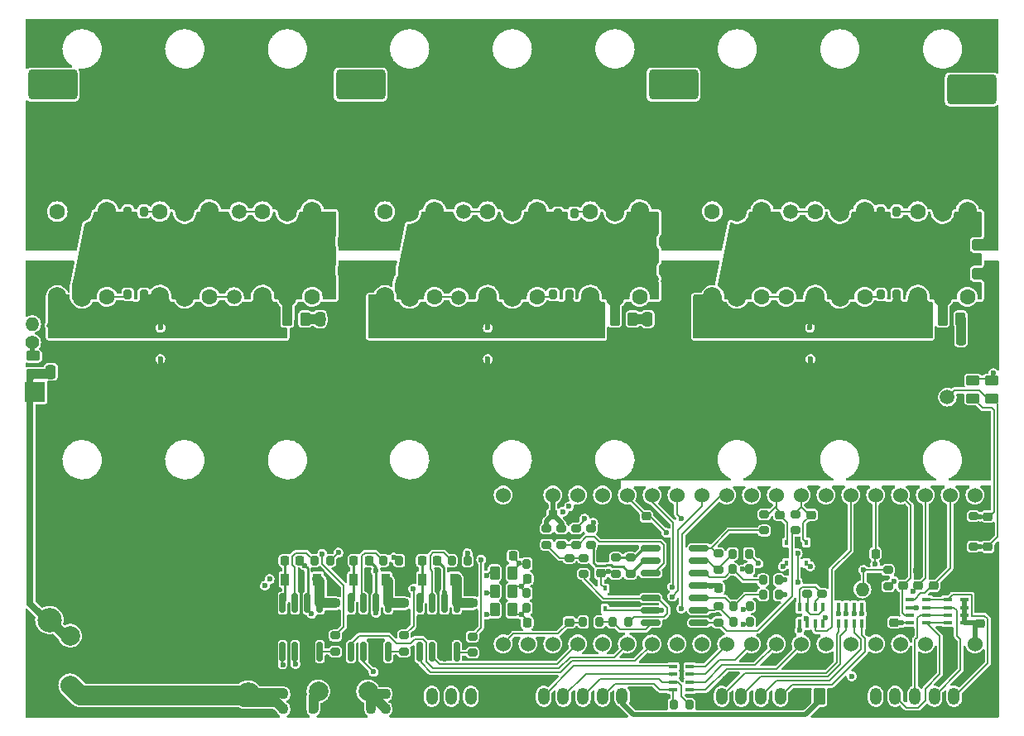
<source format=gbr>
%TF.GenerationSoftware,KiCad,Pcbnew,(6.0.4)*%
%TF.CreationDate,2022-07-25T23:44:37+01:00*%
%TF.ProjectId,CCC_ESC,4343435f-4553-4432-9e6b-696361645f70,rev?*%
%TF.SameCoordinates,Original*%
%TF.FileFunction,Copper,L1,Top*%
%TF.FilePolarity,Positive*%
%FSLAX46Y46*%
G04 Gerber Fmt 4.6, Leading zero omitted, Abs format (unit mm)*
G04 Created by KiCad (PCBNEW (6.0.4)) date 2022-07-25 23:44:37*
%MOMM*%
%LPD*%
G01*
G04 APERTURE LIST*
G04 Aperture macros list*
%AMRoundRect*
0 Rectangle with rounded corners*
0 $1 Rounding radius*
0 $2 $3 $4 $5 $6 $7 $8 $9 X,Y pos of 4 corners*
0 Add a 4 corners polygon primitive as box body*
4,1,4,$2,$3,$4,$5,$6,$7,$8,$9,$2,$3,0*
0 Add four circle primitives for the rounded corners*
1,1,$1+$1,$2,$3*
1,1,$1+$1,$4,$5*
1,1,$1+$1,$6,$7*
1,1,$1+$1,$8,$9*
0 Add four rect primitives between the rounded corners*
20,1,$1+$1,$2,$3,$4,$5,0*
20,1,$1+$1,$4,$5,$6,$7,0*
20,1,$1+$1,$6,$7,$8,$9,0*
20,1,$1+$1,$8,$9,$2,$3,0*%
G04 Aperture macros list end*
%TA.AperFunction,SMDPad,CuDef*%
%ADD10RoundRect,0.225000X0.225000X0.250000X-0.225000X0.250000X-0.225000X-0.250000X0.225000X-0.250000X0*%
%TD*%
%TA.AperFunction,SMDPad,CuDef*%
%ADD11RoundRect,0.200000X0.275000X-0.200000X0.275000X0.200000X-0.275000X0.200000X-0.275000X-0.200000X0*%
%TD*%
%TA.AperFunction,SMDPad,CuDef*%
%ADD12RoundRect,0.225000X-0.250000X0.225000X-0.250000X-0.225000X0.250000X-0.225000X0.250000X0.225000X0*%
%TD*%
%TA.AperFunction,SMDPad,CuDef*%
%ADD13RoundRect,0.250000X0.751301X-1.263953X1.263953X-0.751301X-0.751301X1.263953X-1.263953X0.751301X0*%
%TD*%
%TA.AperFunction,SMDPad,CuDef*%
%ADD14R,0.900000X1.200000*%
%TD*%
%TA.AperFunction,SMDPad,CuDef*%
%ADD15C,0.500000*%
%TD*%
%TA.AperFunction,SMDPad,CuDef*%
%ADD16RoundRect,0.250000X0.262500X0.450000X-0.262500X0.450000X-0.262500X-0.450000X0.262500X-0.450000X0*%
%TD*%
%TA.AperFunction,SMDPad,CuDef*%
%ADD17RoundRect,0.300000X-2.200000X-1.200000X2.200000X-1.200000X2.200000X1.200000X-2.200000X1.200000X0*%
%TD*%
%TA.AperFunction,SMDPad,CuDef*%
%ADD18RoundRect,0.250000X0.450000X-0.262500X0.450000X0.262500X-0.450000X0.262500X-0.450000X-0.262500X0*%
%TD*%
%TA.AperFunction,SMDPad,CuDef*%
%ADD19R,0.450000X0.600000*%
%TD*%
%TA.AperFunction,SMDPad,CuDef*%
%ADD20R,0.900000X0.400000*%
%TD*%
%TA.AperFunction,SMDPad,CuDef*%
%ADD21RoundRect,0.200000X0.200000X0.275000X-0.200000X0.275000X-0.200000X-0.275000X0.200000X-0.275000X0*%
%TD*%
%TA.AperFunction,ComponentPad*%
%ADD22C,2.000000*%
%TD*%
%TA.AperFunction,SMDPad,CuDef*%
%ADD23RoundRect,0.200000X-0.200000X-0.275000X0.200000X-0.275000X0.200000X0.275000X-0.200000X0.275000X0*%
%TD*%
%TA.AperFunction,ComponentPad*%
%ADD24C,4.000000*%
%TD*%
%TA.AperFunction,ComponentPad*%
%ADD25C,2.500000*%
%TD*%
%TA.AperFunction,SMDPad,CuDef*%
%ADD26RoundRect,0.250000X-1.100000X0.325000X-1.100000X-0.325000X1.100000X-0.325000X1.100000X0.325000X0*%
%TD*%
%TA.AperFunction,SMDPad,CuDef*%
%ADD27RoundRect,0.250000X1.425000X-0.362500X1.425000X0.362500X-1.425000X0.362500X-1.425000X-0.362500X0*%
%TD*%
%TA.AperFunction,ComponentPad*%
%ADD28C,1.500000*%
%TD*%
%TA.AperFunction,SMDPad,CuDef*%
%ADD29RoundRect,0.200000X-0.275000X0.200000X-0.275000X-0.200000X0.275000X-0.200000X0.275000X0.200000X0*%
%TD*%
%TA.AperFunction,ComponentPad*%
%ADD30R,2.000000X2.000000*%
%TD*%
%TA.AperFunction,ComponentPad*%
%ADD31RoundRect,0.250000X0.350000X0.625000X-0.350000X0.625000X-0.350000X-0.625000X0.350000X-0.625000X0*%
%TD*%
%TA.AperFunction,ComponentPad*%
%ADD32O,1.200000X1.750000*%
%TD*%
%TA.AperFunction,ComponentPad*%
%ADD33C,3.000000*%
%TD*%
%TA.AperFunction,SMDPad,CuDef*%
%ADD34RoundRect,0.225000X-0.225000X-0.250000X0.225000X-0.250000X0.225000X0.250000X-0.225000X0.250000X0*%
%TD*%
%TA.AperFunction,SMDPad,CuDef*%
%ADD35RoundRect,0.225000X0.250000X-0.225000X0.250000X0.225000X-0.250000X0.225000X-0.250000X-0.225000X0*%
%TD*%
%TA.AperFunction,SMDPad,CuDef*%
%ADD36RoundRect,0.250000X1.263953X0.751301X0.751301X1.263953X-1.263953X-0.751301X-0.751301X-1.263953X0*%
%TD*%
%TA.AperFunction,SMDPad,CuDef*%
%ADD37RoundRect,0.250000X-0.250000X-0.475000X0.250000X-0.475000X0.250000X0.475000X-0.250000X0.475000X0*%
%TD*%
%TA.AperFunction,SMDPad,CuDef*%
%ADD38R,0.400000X0.900000*%
%TD*%
%TA.AperFunction,ComponentPad*%
%ADD39C,1.600000*%
%TD*%
%TA.AperFunction,ComponentPad*%
%ADD40C,1.400000*%
%TD*%
%TA.AperFunction,ComponentPad*%
%ADD41O,1.400000X1.400000*%
%TD*%
%TA.AperFunction,SMDPad,CuDef*%
%ADD42RoundRect,0.250000X0.250000X0.475000X-0.250000X0.475000X-0.250000X-0.475000X0.250000X-0.475000X0*%
%TD*%
%TA.AperFunction,SMDPad,CuDef*%
%ADD43RoundRect,0.150000X0.825000X0.150000X-0.825000X0.150000X-0.825000X-0.150000X0.825000X-0.150000X0*%
%TD*%
%TA.AperFunction,ComponentPad*%
%ADD44C,1.524000*%
%TD*%
%TA.AperFunction,SMDPad,CuDef*%
%ADD45RoundRect,0.150000X0.150000X-0.825000X0.150000X0.825000X-0.150000X0.825000X-0.150000X-0.825000X0*%
%TD*%
%TA.AperFunction,ComponentPad*%
%ADD46O,1.905000X2.000000*%
%TD*%
%TA.AperFunction,ViaPad*%
%ADD47C,0.600000*%
%TD*%
%TA.AperFunction,ViaPad*%
%ADD48C,0.800000*%
%TD*%
%TA.AperFunction,Conductor*%
%ADD49C,0.250000*%
%TD*%
%TA.AperFunction,Conductor*%
%ADD50C,2.000000*%
%TD*%
%TA.AperFunction,Conductor*%
%ADD51C,1.000000*%
%TD*%
%TA.AperFunction,Conductor*%
%ADD52C,0.200000*%
%TD*%
%TA.AperFunction,Conductor*%
%ADD53C,0.500000*%
%TD*%
%TA.AperFunction,Conductor*%
%ADD54C,0.300000*%
%TD*%
%TA.AperFunction,Conductor*%
%ADD55C,0.700000*%
%TD*%
G04 APERTURE END LIST*
%TO.C,NT3*%
G36*
X97750000Y-81900000D02*
G01*
X97250000Y-81900000D01*
X97250000Y-80900000D01*
X97750000Y-80900000D01*
X97750000Y-81900000D01*
G37*
%TO.C,NT6*%
G36*
X130750000Y-86100000D02*
G01*
X130250000Y-86100000D01*
X130250000Y-85100000D01*
X130750000Y-85100000D01*
X130750000Y-86100000D01*
G37*
%TO.C,NT2*%
G36*
X64250000Y-86100000D02*
G01*
X63750000Y-86100000D01*
X63750000Y-85100000D01*
X64250000Y-85100000D01*
X64250000Y-86100000D01*
G37*
%TO.C,NT1*%
G36*
X64280000Y-81900000D02*
G01*
X63780000Y-81900000D01*
X63780000Y-80900000D01*
X64280000Y-80900000D01*
X64280000Y-81900000D01*
G37*
%TO.C,NT4*%
G36*
X97750000Y-86100000D02*
G01*
X97250000Y-86100000D01*
X97250000Y-85100000D01*
X97750000Y-85100000D01*
X97750000Y-86100000D01*
G37*
%TO.C,NT5*%
G36*
X130700000Y-81900000D02*
G01*
X130200000Y-81900000D01*
X130200000Y-80900000D01*
X130700000Y-80900000D01*
X130700000Y-81900000D01*
G37*
%TD*%
D10*
%TO.P,C7,1*%
%TO.N,V3V3*%
X104144000Y-101028260D03*
%TO.P,C7,2*%
%TO.N,GND*%
X102594000Y-101028260D03*
%TD*%
D11*
%TO.P,R33,1*%
%TO.N,Net-(R30-Pad2)*%
X128969000Y-102653260D03*
%TO.P,R33,2*%
%TO.N,A_SHA_AMP*%
X128969000Y-101003260D03*
%TD*%
D12*
%TO.P,C27,1*%
%TO.N,V12V*%
X88919000Y-110078260D03*
%TO.P,C27,2*%
%TO.N,GND*%
X88919000Y-111628260D03*
%TD*%
D13*
%TO.P,SHA2,1*%
%TO.N,GND*%
X69905196Y-85094804D03*
%TO.P,SHA2,2*%
%TO.N,Net-(NT1-Pad1)*%
X74094804Y-80905196D03*
%TD*%
D14*
%TO.P,D3,1,K*%
%TO.N,Net-(C3-Pad1)*%
X90819000Y-107678260D03*
%TO.P,D3,2,A*%
%TO.N,V12V*%
X94119000Y-107678260D03*
%TD*%
D15*
%TO.P,NT3,1,1*%
%TO.N,Net-(NT3-Pad1)*%
X97500000Y-80900000D03*
%TO.P,NT3,2,2*%
%TO.N,A_SHB_V+*%
X97500000Y-81900000D03*
%TD*%
D14*
%TO.P,D1,1,K*%
%TO.N,Net-(C1-Pad1)*%
X76769000Y-107678260D03*
%TO.P,D1,2,A*%
%TO.N,V12V*%
X80069000Y-107678260D03*
%TD*%
D16*
%TO.P,R7,1*%
%TO.N,A_PHB_VSENSE*%
X100019000Y-108878260D03*
%TO.P,R7,2*%
%TO.N,PHASE_B*%
X98194000Y-108878260D03*
%TD*%
D17*
%TO.P,CX1,1*%
%TO.N,VBAT*%
X53000000Y-64500000D03*
%TO.P,CX1,2*%
%TO.N,GND*%
X53000000Y-57000000D03*
%TD*%
D18*
%TO.P,R3,1*%
%TO.N,VSENSE2*%
X149000000Y-89112500D03*
%TO.P,R3,2*%
%TO.N,VBAT*%
X149000000Y-87287500D03*
%TD*%
D19*
%TO.P,D4,1,K*%
%TO.N,VSENSE2*%
X109469000Y-110678260D03*
%TO.P,D4,2,A*%
%TO.N,A_SHC_AMP*%
X109469000Y-108578260D03*
%TD*%
D17*
%TO.P,CX4,1*%
%TO.N,VBAT*%
X147000000Y-65000000D03*
%TO.P,CX4,2*%
%TO.N,GND*%
X147000000Y-57500000D03*
%TD*%
D20*
%TO.P,RN4,1,R1.1*%
%TO.N,V3V3*%
X146219000Y-112128260D03*
%TO.P,RN4,2,R2.1*%
X146219000Y-111328260D03*
%TO.P,RN4,3,R3.1*%
X146219000Y-110528260D03*
%TO.P,RN4,4,R4.1*%
X146219000Y-109728260D03*
%TO.P,RN4,5,R4.2*%
%TO.N,Net-(J3-Pad2)*%
X144519000Y-109728260D03*
%TO.P,RN4,6,R3.2*%
%TO.N,Net-(J3-Pad3)*%
X144519000Y-110528260D03*
%TO.P,RN4,7,R2.2*%
%TO.N,Net-(J3-Pad4)*%
X144519000Y-111328260D03*
%TO.P,RN4,8,R1.2*%
%TO.N,Net-(J3-Pad5)*%
X144519000Y-112128260D03*
%TD*%
D21*
%TO.P,R36,1*%
%TO.N,Net-(R29-Pad2)*%
X108894000Y-112028260D03*
%TO.P,R36,2*%
%TO.N,A_OVERLIMIT*%
X107244000Y-112028260D03*
%TD*%
D12*
%TO.P,C23,1*%
%TO.N,A_SHB_AMP*%
X127369000Y-101053260D03*
%TO.P,C23,2*%
%TO.N,GND*%
X127369000Y-102603260D03*
%TD*%
D13*
%TO.P,SHC1,1*%
%TO.N,GND*%
X136405196Y-85189608D03*
%TO.P,SHC1,2*%
%TO.N,Net-(NT5-Pad1)*%
X140594804Y-81000000D03*
%TD*%
D22*
%TO.P,TP4,1,1*%
%TO.N,GND*%
X82500000Y-83750000D03*
%TD*%
D12*
%TO.P,C19,1*%
%TO.N,VSENSE*%
X148644000Y-101228260D03*
%TO.P,C19,2*%
%TO.N,GND*%
X148644000Y-102778260D03*
%TD*%
D14*
%TO.P,D2,1,K*%
%TO.N,Net-(C2-Pad1)*%
X83769000Y-107678260D03*
%TO.P,D2,2,A*%
%TO.N,V12V*%
X87069000Y-107678260D03*
%TD*%
D23*
%TO.P,R20,1*%
%TO.N,Net-(R20-Pad1)*%
X122644000Y-112028260D03*
%TO.P,R20,2*%
%TO.N,A_SHA_V-*%
X124294000Y-112028260D03*
%TD*%
%TO.P,R23,1*%
%TO.N,Net-(R23-Pad1)*%
X122544000Y-105028260D03*
%TO.P,R23,2*%
%TO.N,A_SHB_V-*%
X124194000Y-105028260D03*
%TD*%
D24*
%TO.P,PH9,1,1*%
%TO.N,PHASE_C*%
X144400000Y-74500000D03*
%TD*%
D25*
%TO.P,U6,1,VIN*%
%TO.N,Net-(C5-Pad1)*%
X52654000Y-111813260D03*
%TO.P,U6,2,GND_IN*%
%TO.N,GND*%
X52654000Y-106733260D03*
%TO.P,U6,3,GND_OUT*%
X72974000Y-99113260D03*
%TO.P,U6,4,VOUT*%
%TO.N,V12V*%
X72974000Y-119433260D03*
%TD*%
D13*
%TO.P,SHB1,1*%
%TO.N,GND*%
X103405196Y-85094804D03*
%TO.P,SHB1,2*%
%TO.N,Net-(NT3-Pad1)*%
X107594804Y-80905196D03*
%TD*%
D21*
%TO.P,RG1,1*%
%TO.N,/AU_GATESIG*%
X81394000Y-105728260D03*
%TO.P,RG1,2*%
%TO.N,Net-(RG1-Pad2)*%
X79744000Y-105728260D03*
%TD*%
D26*
%TO.P,CX13,1*%
%TO.N,VBAT*%
X83500000Y-73075000D03*
%TO.P,CX13,2*%
%TO.N,GND*%
X83500000Y-76025000D03*
%TD*%
D24*
%TO.P,PH4,1,1*%
%TO.N,PHASE_B*%
X90800000Y-74500000D03*
%TD*%
D27*
%TO.P,SHB2,1*%
%TO.N,GND*%
X97500000Y-86462500D03*
%TO.P,SHB2,2*%
%TO.N,Net-(NT3-Pad1)*%
X97500000Y-80537500D03*
%TD*%
D16*
%TO.P,RS3,1*%
%TO.N,Net-(CS3-Pad2)*%
X145842500Y-81000000D03*
%TO.P,RS3,2*%
%TO.N,PHASE_C*%
X144017500Y-81000000D03*
%TD*%
D11*
%TO.P,R17,1*%
%TO.N,GND*%
X105819000Y-107103260D03*
%TO.P,R17,2*%
%TO.N,Net-(R16-Pad1)*%
X105819000Y-105453260D03*
%TD*%
D28*
%TO.P,TP1,1,1*%
%TO.N,/AU_GATESIG*%
X72050000Y-70000000D03*
%TD*%
D29*
%TO.P,R35,1*%
%TO.N,Net-(R32-Pad2)*%
X110570000Y-105445000D03*
%TO.P,R35,2*%
%TO.N,A_SHC_AMP*%
X110570000Y-107095000D03*
%TD*%
D30*
%TO.P,CX17,1*%
%TO.N,Net-(C5-Pad1)*%
X51200000Y-88500000D03*
D22*
%TO.P,CX17,2*%
%TO.N,GND*%
X55200000Y-88500000D03*
%TD*%
D10*
%TO.P,C31,1*%
%TO.N,A_PHC_VSENSE*%
X100081500Y-105278260D03*
%TO.P,C31,2*%
%TO.N,GND*%
X98531500Y-105278260D03*
%TD*%
D31*
%TO.P,J4,1,Pin_1*%
%TO.N,GND*%
X113219000Y-119628260D03*
D32*
%TO.P,J4,2,Pin_2*%
%TO.N,Vaux*%
X111219000Y-119628260D03*
%TO.P,J4,3,Pin_3*%
%TO.N,PB5 MOSI TIM3 CH2*%
X109219000Y-119628260D03*
%TO.P,J4,4,Pin_4*%
%TO.N,PB4 MISO TIM3 CH1*%
X107219000Y-119628260D03*
%TO.P,J4,5,Pin_5*%
%TO.N,PB3 SCK TIM2CH2*%
X105219000Y-119628260D03*
%TO.P,J4,6,Pin_6*%
%TO.N,PA15 TIM2 CH1*%
X103219000Y-119628260D03*
%TD*%
D11*
%TO.P,R27,1*%
%TO.N,Net-(R27-Pad1)*%
X107319000Y-107103260D03*
%TO.P,R27,2*%
%TO.N,Net-(R16-Pad1)*%
X107319000Y-105453260D03*
%TD*%
%TO.P,R32,1*%
%TO.N,Net-(R26-Pad1)*%
X112080000Y-107095000D03*
%TO.P,R32,2*%
%TO.N,Net-(R32-Pad2)*%
X112080000Y-105445000D03*
%TD*%
D27*
%TO.P,SHC3,1*%
%TO.N,GND*%
X130450000Y-86475000D03*
%TO.P,SHC3,2*%
%TO.N,Net-(NT5-Pad1)*%
X130450000Y-80550000D03*
%TD*%
D23*
%TO.P,R22,1*%
%TO.N,Net-(R21-Pad1)*%
X122544000Y-106628260D03*
%TO.P,R22,2*%
%TO.N,A_SHB_V+*%
X124194000Y-106628260D03*
%TD*%
D33*
%TO.P,TP11,1,1*%
%TO.N,GND*%
X72569000Y-106778260D03*
%TD*%
D34*
%TO.P,C29,1*%
%TO.N,A_PHA_VSENSE*%
X101531500Y-112078260D03*
%TO.P,C29,2*%
%TO.N,GND*%
X103081500Y-112078260D03*
%TD*%
D18*
%TO.P,R14,1*%
%TO.N,VSENSE*%
X147100000Y-89112500D03*
%TO.P,R14,2*%
%TO.N,VBAT*%
X147100000Y-87287500D03*
%TD*%
D20*
%TO.P,RN2,1,R1.1*%
%TO.N,Net-(RN2-Pad1)*%
X118169000Y-118978260D03*
%TO.P,RN2,2,R2.1*%
%TO.N,Net-(RN2-Pad2)*%
X118169000Y-118178260D03*
%TO.P,RN2,3,R3.1*%
%TO.N,Net-(RN2-Pad3)*%
X118169000Y-117378260D03*
%TO.P,RN2,4,R4.1*%
%TO.N,Net-(RN2-Pad4)*%
X118169000Y-116578260D03*
%TO.P,RN2,5,R4.2*%
%TO.N,PA15 TIM2 CH1*%
X116469000Y-116578260D03*
%TO.P,RN2,6,R3.2*%
%TO.N,PB3 SCK TIM2CH2*%
X116469000Y-117378260D03*
%TO.P,RN2,7,R2.2*%
%TO.N,PB4 MISO TIM3 CH1*%
X116469000Y-118178260D03*
%TO.P,RN2,8,R1.2*%
%TO.N,PB5 MOSI TIM3 CH2*%
X116469000Y-118978260D03*
%TD*%
D35*
%TO.P,C6,1*%
%TO.N,V3V3*%
X147869000Y-112153260D03*
%TO.P,C6,2*%
%TO.N,GND*%
X147869000Y-110603260D03*
%TD*%
D21*
%TO.P,R29,1*%
%TO.N,Net-(R27-Pad1)*%
X111894000Y-112028260D03*
%TO.P,R29,2*%
%TO.N,Net-(R29-Pad2)*%
X110244000Y-112028260D03*
%TD*%
D11*
%TO.P,R34,1*%
%TO.N,Net-(R31-Pad2)*%
X125769000Y-102653260D03*
%TO.P,R34,2*%
%TO.N,A_SHB_AMP*%
X125769000Y-101003260D03*
%TD*%
D36*
%TO.P,SHA1,1*%
%TO.N,GND*%
X58094804Y-85094804D03*
%TO.P,SHA1,2*%
%TO.N,Net-(NT1-Pad1)*%
X53905196Y-80905196D03*
%TD*%
D12*
%TO.P,C18,1*%
%TO.N,Net-(C18-Pad1)*%
X113719000Y-101203260D03*
%TO.P,C18,2*%
%TO.N,GND*%
X113719000Y-102753260D03*
%TD*%
D37*
%TO.P,CS3,1*%
%TO.N,GND*%
X143990000Y-82970000D03*
%TO.P,CS3,2*%
%TO.N,Net-(CS3-Pad2)*%
X145890000Y-82970000D03*
%TD*%
D15*
%TO.P,NT6,1,1*%
%TO.N,GND*%
X130500000Y-86100000D03*
%TO.P,NT6,2,2*%
%TO.N,A_SHC_V-*%
X130500000Y-85100000D03*
%TD*%
D21*
%TO.P,R48,1*%
%TO.N,Net-(NT1-Pad1)*%
X62325000Y-78500000D03*
%TO.P,R48,2*%
%TO.N,/AL_GATESIG*%
X60675000Y-78500000D03*
%TD*%
D34*
%TO.P,C10,1*%
%TO.N,V5V*%
X87044000Y-120928260D03*
%TO.P,C10,2*%
%TO.N,GND*%
X88594000Y-120928260D03*
%TD*%
D38*
%TO.P,RN3,1,R1.1*%
%TO.N,Net-(RN3-Pad1)*%
X135769000Y-110478260D03*
%TO.P,RN3,2,R2.1*%
%TO.N,Net-(RN3-Pad2)*%
X134969000Y-110478260D03*
%TO.P,RN3,3,R3.1*%
%TO.N,Net-(RN3-Pad3)*%
X134169000Y-110478260D03*
%TO.P,RN3,4,R4.1*%
%TO.N,Net-(RN3-Pad4)*%
X133369000Y-110478260D03*
%TO.P,RN3,5,R4.2*%
%TO.N,PB6 D_UART1_TX I2C1_SCL TIM4_CH1*%
X133369000Y-112178260D03*
%TO.P,RN3,6,R3.2*%
%TO.N,PB7 D_UART1_RX I2C1_SDA TIM4_CH2*%
X134169000Y-112178260D03*
%TO.P,RN3,7,R2.2*%
%TO.N,PB8 DI2C1_SCL TIM4_CH3*%
X134969000Y-112178260D03*
%TO.P,RN3,8,R1.2*%
%TO.N,PB9 DI2C1_SDA TIM4_CH4*%
X135769000Y-112178260D03*
%TD*%
D21*
%TO.P,R50,1*%
%TO.N,Net-(NT3-Pad1)*%
X105825000Y-78500000D03*
%TO.P,R50,2*%
%TO.N,/BL_GATESIG*%
X104175000Y-78500000D03*
%TD*%
D39*
%TO.P,TP9,1,1*%
%TO.N,/CL_GATESIG*%
X128000000Y-78750000D03*
%TD*%
D11*
%TO.P,R16,1*%
%TO.N,Net-(R16-Pad1)*%
X103519000Y-104103260D03*
%TO.P,R16,2*%
%TO.N,V3V3*%
X103519000Y-102453260D03*
%TD*%
D24*
%TO.P,PH5,1,1*%
%TO.N,PHASE_B*%
X112250000Y-74450000D03*
%TD*%
D11*
%TO.P,R25,1*%
%TO.N,Net-(R24-Pad1)*%
X106519000Y-104103260D03*
%TO.P,R25,2*%
%TO.N,A_SHC_V+*%
X106519000Y-102453260D03*
%TD*%
D19*
%TO.P,D5,1,K*%
%TO.N,VSENSE2*%
X128069000Y-105978260D03*
%TO.P,D5,2,A*%
%TO.N,A_SHB_AMP*%
X128069000Y-103878260D03*
%TD*%
D11*
%TO.P,R24,1*%
%TO.N,Net-(R24-Pad1)*%
X105019000Y-104103260D03*
%TO.P,R24,2*%
%TO.N,V3V3*%
X105019000Y-102453260D03*
%TD*%
D16*
%TO.P,R5,1*%
%TO.N,A_PHA_VSENSE*%
X100019000Y-110778260D03*
%TO.P,R5,2*%
%TO.N,PHASE_A*%
X98194000Y-110778260D03*
%TD*%
D15*
%TO.P,NT2,1,1*%
%TO.N,GND*%
X64000000Y-86100000D03*
%TO.P,NT2,2,2*%
%TO.N,A_SHA_V-*%
X64000000Y-85100000D03*
%TD*%
D40*
%TO.P,SW1,1,Pin_1*%
%TO.N,Net-(R1-Pad2)*%
X50900000Y-83405000D03*
D41*
%TO.P,SW1,2,Pin_2*%
%TO.N,VBAT*%
X50900000Y-81505000D03*
%TD*%
D11*
%TO.P,R2,1*%
%TO.N,Net-(R2-Pad1)*%
X131669000Y-109115760D03*
%TO.P,R2,2*%
%TO.N,GND*%
X131669000Y-107465760D03*
%TD*%
D20*
%TO.P,RN1,1,R1.1*%
%TO.N,HALL_A*%
X140669000Y-109728260D03*
%TO.P,RN1,2,R2.1*%
%TO.N,HALL_B*%
X140669000Y-110528260D03*
%TO.P,RN1,3,R3.1*%
%TO.N,HALL_C*%
X140669000Y-111328260D03*
%TO.P,RN1,4,R4.1*%
%TO.N,MOTOR_TEMP*%
X140669000Y-112128260D03*
%TO.P,RN1,5,R4.2*%
%TO.N,Net-(J3-Pad5)*%
X142369000Y-112128260D03*
%TO.P,RN1,6,R3.2*%
%TO.N,Net-(J3-Pad4)*%
X142369000Y-111328260D03*
%TO.P,RN1,7,R2.2*%
%TO.N,Net-(J3-Pad3)*%
X142369000Y-110528260D03*
%TO.P,RN1,8,R1.2*%
%TO.N,Net-(J3-Pad2)*%
X142369000Y-109728260D03*
%TD*%
D11*
%TO.P,R31,1*%
%TO.N,Net-(R23-Pad1)*%
X121069000Y-106653260D03*
%TO.P,R31,2*%
%TO.N,Net-(R31-Pad2)*%
X121069000Y-105003260D03*
%TD*%
D35*
%TO.P,C15,1*%
%TO.N,HALL_B*%
X141519000Y-108303260D03*
%TO.P,C15,2*%
%TO.N,GND*%
X141519000Y-106753260D03*
%TD*%
D27*
%TO.P,SHA3,1*%
%TO.N,GND*%
X64000000Y-86462500D03*
%TO.P,SHA3,2*%
%TO.N,Net-(NT1-Pad1)*%
X64000000Y-80537500D03*
%TD*%
D26*
%TO.P,CX14,1*%
%TO.N,VBAT*%
X119600000Y-73025000D03*
%TO.P,CX14,2*%
%TO.N,GND*%
X119600000Y-75975000D03*
%TD*%
D42*
%TO.P,CS1,1*%
%TO.N,GND*%
X82250000Y-81000000D03*
%TO.P,CS1,2*%
%TO.N,Net-(CS1-Pad2)*%
X80350000Y-81000000D03*
%TD*%
D22*
%TO.P,TP3,1,1*%
%TO.N,GND*%
X93569000Y-101028260D03*
%TD*%
D23*
%TO.P,R19,1*%
%TO.N,Net-(R18-Pad1)*%
X122644000Y-110428260D03*
%TO.P,R19,2*%
%TO.N,A_SHA_V+*%
X124294000Y-110428260D03*
%TD*%
D21*
%TO.P,R6,1*%
%TO.N,GND*%
X103131500Y-110578260D03*
%TO.P,R6,2*%
%TO.N,A_PHA_VSENSE*%
X101481500Y-110578260D03*
%TD*%
D35*
%TO.P,C14,1*%
%TO.N,HALL_C*%
X139969000Y-108303260D03*
%TO.P,C14,2*%
%TO.N,GND*%
X139969000Y-106753260D03*
%TD*%
D29*
%TO.P,RG6,1*%
%TO.N,/CL_GATESIG*%
X95919000Y-113503260D03*
%TO.P,RG6,2*%
%TO.N,Net-(RG6-Pad2)*%
X95919000Y-115153260D03*
%TD*%
D34*
%TO.P,C20,1*%
%TO.N,V3V3*%
X121094000Y-108528260D03*
%TO.P,C20,2*%
%TO.N,GND*%
X122644000Y-108528260D03*
%TD*%
D24*
%TO.P,PH8,1,1*%
%TO.N,PHASE_C*%
X123800000Y-74500000D03*
%TD*%
D21*
%TO.P,R52,1*%
%TO.N,Net-(NT5-Pad1)*%
X139325000Y-78500000D03*
%TO.P,R52,2*%
%TO.N,/CL_GATESIG*%
X137675000Y-78500000D03*
%TD*%
D31*
%TO.P,J2,1,Pin_1*%
%TO.N,Vaux*%
X131419000Y-119628260D03*
D32*
%TO.P,J2,2,Pin_2*%
%TO.N,GND*%
X129419000Y-119628260D03*
%TO.P,J2,3,Pin_3*%
%TO.N,PB9 DI2C1_SDA TIM4_CH4*%
X127419000Y-119628260D03*
%TO.P,J2,4,Pin_4*%
%TO.N,PB8 DI2C1_SCL TIM4_CH3*%
X125419000Y-119628260D03*
%TO.P,J2,5,Pin_5*%
%TO.N,PB7 D_UART1_RX I2C1_SDA TIM4_CH2*%
X123419000Y-119628260D03*
%TO.P,J2,6,Pin_6*%
%TO.N,PB6 D_UART1_TX I2C1_SCL TIM4_CH1*%
X121419000Y-119628260D03*
%TD*%
D35*
%TO.P,C17,1*%
%TO.N,MOTOR_TEMP*%
X139069000Y-112053260D03*
%TO.P,C17,2*%
%TO.N,GND*%
X139069000Y-110503260D03*
%TD*%
D22*
%TO.P,U8,1,VIN*%
%TO.N,Net-(C5-Pad1)*%
X54779000Y-113418260D03*
%TO.P,U8,2,GND*%
%TO.N,GND*%
X54779000Y-115958260D03*
%TO.P,U8,3,VOUT*%
%TO.N,V12V*%
X54779000Y-118498260D03*
%TD*%
D12*
%TO.P,C26,1*%
%TO.N,V12V*%
X81919000Y-110103260D03*
%TO.P,C26,2*%
%TO.N,GND*%
X81919000Y-111653260D03*
%TD*%
D34*
%TO.P,C30,1*%
%TO.N,A_PHB_VSENSE*%
X101531500Y-107578260D03*
%TO.P,C30,2*%
%TO.N,GND*%
X103081500Y-107578260D03*
%TD*%
D15*
%TO.P,NT1,1,1*%
%TO.N,Net-(NT1-Pad1)*%
X64030000Y-80900000D03*
%TO.P,NT1,2,2*%
%TO.N,A_SHA_V+*%
X64030000Y-81900000D03*
%TD*%
D22*
%TO.P,U7,1,VIN*%
%TO.N,V12V*%
X80164000Y-119123260D03*
%TO.P,U7,2,GND*%
%TO.N,GND*%
X82704000Y-119123260D03*
%TO.P,U7,3,VOUT*%
%TO.N,V5V*%
X85244000Y-119123260D03*
%TD*%
D35*
%TO.P,C24,1*%
%TO.N,A_SHC_AMP*%
X109070000Y-107045000D03*
%TO.P,C24,2*%
%TO.N,GND*%
X109070000Y-105495000D03*
%TD*%
D11*
%TO.P,R15,1*%
%TO.N,GND*%
X147144000Y-102828260D03*
%TO.P,R15,2*%
%TO.N,VSENSE*%
X147144000Y-101178260D03*
%TD*%
D29*
%TO.P,R30,1*%
%TO.N,Net-(R20-Pad1)*%
X121069000Y-110403260D03*
%TO.P,R30,2*%
%TO.N,Net-(R30-Pad2)*%
X121069000Y-112053260D03*
%TD*%
D35*
%TO.P,C25,1*%
%TO.N,A_OVERLIMIT*%
X105819000Y-112053260D03*
%TO.P,C25,2*%
%TO.N,GND*%
X105819000Y-110503260D03*
%TD*%
D24*
%TO.P,PH3,1,1*%
%TO.N,PHASE_A*%
X68350000Y-74550000D03*
%TD*%
D29*
%TO.P,R9,1*%
%TO.N,GND*%
X130169000Y-107465760D03*
%TO.P,R9,2*%
%TO.N,Net-(R9-Pad2)*%
X130169000Y-109115760D03*
%TD*%
D34*
%TO.P,C3,1*%
%TO.N,Net-(C3-Pad1)*%
X90794000Y-105728260D03*
%TO.P,C3,2*%
%TO.N,PHASE_C*%
X92344000Y-105728260D03*
%TD*%
D29*
%TO.P,RG4,1*%
%TO.N,/BL_GATESIG*%
X88919000Y-113403260D03*
%TO.P,RG4,2*%
%TO.N,Net-(RG4-Pad2)*%
X88919000Y-115053260D03*
%TD*%
D23*
%TO.P,R21,1*%
%TO.N,Net-(R21-Pad1)*%
X125644000Y-107728260D03*
%TO.P,R21,2*%
%TO.N,V3V3*%
X127294000Y-107728260D03*
%TD*%
D19*
%TO.P,D6,1,K*%
%TO.N,VSENSE2*%
X130069000Y-105978260D03*
%TO.P,D6,2,A*%
%TO.N,A_SHA_AMP*%
X130069000Y-103878260D03*
%TD*%
D24*
%TO.P,PH2,1,1*%
%TO.N,PHASE_A*%
X57800000Y-74500000D03*
%TD*%
D26*
%TO.P,CX12,1*%
%TO.N,VBAT*%
X86750000Y-73075000D03*
%TO.P,CX12,2*%
%TO.N,GND*%
X86750000Y-76025000D03*
%TD*%
D24*
%TO.P,PH1,1,1*%
%TO.N,PHASE_A*%
X79250000Y-74500000D03*
%TD*%
D34*
%TO.P,C8,1*%
%TO.N,V5V*%
X87044000Y-119378260D03*
%TO.P,C8,2*%
%TO.N,GND*%
X88594000Y-119378260D03*
%TD*%
D24*
%TO.P,PH6,1,1*%
%TO.N,PHASE_B*%
X101250000Y-74500000D03*
%TD*%
D26*
%TO.P,CX15,1*%
%TO.N,VBAT*%
X116350000Y-73025000D03*
%TO.P,CX15,2*%
%TO.N,GND*%
X116350000Y-75975000D03*
%TD*%
D21*
%TO.P,RG3,1*%
%TO.N,/BU_GATESIG*%
X88444000Y-105728260D03*
%TO.P,RG3,2*%
%TO.N,Net-(RG3-Pad2)*%
X86794000Y-105728260D03*
%TD*%
D34*
%TO.P,C1,1*%
%TO.N,Net-(C1-Pad1)*%
X76744000Y-105728260D03*
%TO.P,C1,2*%
%TO.N,PHASE_A*%
X78294000Y-105728260D03*
%TD*%
%TO.P,C12,1*%
%TO.N,V12V*%
X79644000Y-120928260D03*
%TO.P,C12,2*%
%TO.N,GND*%
X81194000Y-120928260D03*
%TD*%
D28*
%TO.P,TP10,1,1*%
%TO.N,VSENSE2*%
X144500000Y-89000000D03*
%TD*%
D16*
%TO.P,RS1,1*%
%TO.N,Net-(CS1-Pad2)*%
X78812500Y-81000000D03*
%TO.P,RS1,2*%
%TO.N,PHASE_A*%
X76987500Y-81000000D03*
%TD*%
D23*
%TO.P,R49,1*%
%TO.N,PHASE_B*%
X104675000Y-70200000D03*
%TO.P,R49,2*%
%TO.N,/BU_GATESIG*%
X106325000Y-70200000D03*
%TD*%
D34*
%TO.P,C2,1*%
%TO.N,Net-(C2-Pad1)*%
X83794000Y-105728260D03*
%TO.P,C2,2*%
%TO.N,PHASE_B*%
X85344000Y-105728260D03*
%TD*%
D11*
%TO.P,R26,1*%
%TO.N,Net-(R26-Pad1)*%
X108019000Y-104115000D03*
%TO.P,R26,2*%
%TO.N,A_SHC_V-*%
X108019000Y-102465000D03*
%TD*%
D28*
%TO.P,TP7,1,1*%
%TO.N,/BL_GATESIG*%
X94500000Y-78800000D03*
%TD*%
D12*
%TO.P,C22,1*%
%TO.N,A_SHA_AMP*%
X130569000Y-101053260D03*
%TO.P,C22,2*%
%TO.N,GND*%
X130569000Y-102603260D03*
%TD*%
D37*
%TO.P,C5,1*%
%TO.N,Net-(C5-Pad1)*%
X52800000Y-86400000D03*
%TO.P,C5,2*%
%TO.N,GND*%
X54700000Y-86400000D03*
%TD*%
D15*
%TO.P,NT4,1,1*%
%TO.N,GND*%
X97500000Y-86100000D03*
%TO.P,NT4,2,2*%
%TO.N,A_SHB_V-*%
X97500000Y-85100000D03*
%TD*%
D24*
%TO.P,PH7,1,1*%
%TO.N,PHASE_C*%
X134300000Y-74500000D03*
%TD*%
D43*
%TO.P,U4,1*%
%TO.N,Net-(R30-Pad2)*%
X119094000Y-112088260D03*
%TO.P,U4,2,-*%
%TO.N,Net-(R20-Pad1)*%
X119094000Y-110818260D03*
%TO.P,U4,3,+*%
%TO.N,Net-(R18-Pad1)*%
X119094000Y-109548260D03*
%TO.P,U4,4,V+*%
%TO.N,V3V3*%
X119094000Y-108278260D03*
%TO.P,U4,5,+*%
%TO.N,Net-(R21-Pad1)*%
X119094000Y-107008260D03*
%TO.P,U4,6,-*%
%TO.N,Net-(R23-Pad1)*%
X119094000Y-105738260D03*
%TO.P,U4,7*%
%TO.N,Net-(R31-Pad2)*%
X119094000Y-104468260D03*
%TO.P,U4,8*%
%TO.N,Net-(R32-Pad2)*%
X114144000Y-104468260D03*
%TO.P,U4,9,-*%
%TO.N,Net-(R26-Pad1)*%
X114144000Y-105738260D03*
%TO.P,U4,10,+*%
%TO.N,Net-(R24-Pad1)*%
X114144000Y-107008260D03*
%TO.P,U4,11,V-*%
%TO.N,GND*%
X114144000Y-108278260D03*
%TO.P,U4,12,+*%
%TO.N,Net-(R27-Pad1)*%
X114144000Y-109548260D03*
%TO.P,U4,13,-*%
%TO.N,VSENSE2*%
X114144000Y-110818260D03*
%TO.P,U4,14*%
%TO.N,Net-(R29-Pad2)*%
X114144000Y-112088260D03*
%TD*%
D21*
%TO.P,R11,1*%
%TO.N,GND*%
X103131500Y-106078260D03*
%TO.P,R11,2*%
%TO.N,A_PHC_VSENSE*%
X101481500Y-106078260D03*
%TD*%
D34*
%TO.P,C13,1*%
%TO.N,V12V*%
X76594000Y-120928260D03*
%TO.P,C13,2*%
%TO.N,GND*%
X78144000Y-120928260D03*
%TD*%
D17*
%TO.P,CX2,1*%
%TO.N,VBAT*%
X84500000Y-64500000D03*
%TO.P,CX2,2*%
%TO.N,GND*%
X84500000Y-57000000D03*
%TD*%
%TO.P,CX3,1*%
%TO.N,VBAT*%
X116495000Y-64500000D03*
%TO.P,CX3,2*%
%TO.N,GND*%
X116495000Y-57000000D03*
%TD*%
D23*
%TO.P,R18,1*%
%TO.N,Net-(R18-Pad1)*%
X125644000Y-109228260D03*
%TO.P,R18,2*%
%TO.N,V3V3*%
X127294000Y-109228260D03*
%TD*%
D11*
%TO.P,R4,1*%
%TO.N,GND*%
X147144000Y-105928260D03*
%TO.P,R4,2*%
%TO.N,VSENSE2*%
X147144000Y-104278260D03*
%TD*%
D21*
%TO.P,RG5,1*%
%TO.N,/CU_GATESIG*%
X95444000Y-105728260D03*
%TO.P,RG5,2*%
%TO.N,Net-(RG5-Pad2)*%
X93794000Y-105728260D03*
%TD*%
D12*
%TO.P,C28,1*%
%TO.N,V12V*%
X95919000Y-110053260D03*
%TO.P,C28,2*%
%TO.N,GND*%
X95919000Y-111603260D03*
%TD*%
D34*
%TO.P,C11,1*%
%TO.N,V12V*%
X76594000Y-119378260D03*
%TO.P,C11,2*%
%TO.N,GND*%
X78144000Y-119378260D03*
%TD*%
D35*
%TO.P,C16,1*%
%TO.N,HALL_A*%
X143069000Y-108303260D03*
%TO.P,C16,2*%
%TO.N,GND*%
X143069000Y-106753260D03*
%TD*%
D29*
%TO.P,RG2,1*%
%TO.N,/AL_GATESIG*%
X81919000Y-113403260D03*
%TO.P,RG2,2*%
%TO.N,Net-(RG2-Pad2)*%
X81919000Y-115053260D03*
%TD*%
D26*
%TO.P,CX11,1*%
%TO.N,VBAT*%
X52450000Y-73175000D03*
%TO.P,CX11,2*%
%TO.N,GND*%
X52450000Y-76125000D03*
%TD*%
D40*
%TO.P,NTC1,1,Pin_1*%
%TO.N,GND*%
X133914000Y-108678260D03*
D41*
%TO.P,NTC1,2,Pin_2*%
%TO.N,FET_TEMP*%
X135814000Y-108678260D03*
%TD*%
D15*
%TO.P,NT5,1,1*%
%TO.N,Net-(NT5-Pad1)*%
X130450000Y-80900000D03*
%TO.P,NT5,2,2*%
%TO.N,A_SHC_V+*%
X130450000Y-81900000D03*
%TD*%
D23*
%TO.P,R47,1*%
%TO.N,PHASE_A*%
X60675000Y-70000000D03*
%TO.P,R47,2*%
%TO.N,/AU_GATESIG*%
X62325000Y-70000000D03*
%TD*%
D44*
%TO.P,U5,1,VBAT*%
%TO.N,unconnected-(U5-Pad1)*%
X147329000Y-99028260D03*
%TO.P,U5,2,PC13*%
%TO.N,HALL_A*%
X144789000Y-99028260D03*
%TO.P,U5,3,PC14*%
%TO.N,HALL_B*%
X142249000Y-99028260D03*
%TO.P,U5,4,PC15*%
%TO.N,HALL_C*%
X139709000Y-99028260D03*
%TO.P,U5,5,NRST*%
%TO.N,Net-(C21-Pad1)*%
X137169000Y-99028260D03*
%TO.P,U5,6,PA0*%
%TO.N,A_THROTTLE*%
X134629000Y-99028260D03*
%TO.P,U5,7,PA1*%
%TO.N,VSENSE*%
X132089000Y-99028260D03*
%TO.P,U5,8,PA2*%
%TO.N,A_SHA_AMP*%
X129549000Y-99028260D03*
%TO.P,U5,9,PA3*%
%TO.N,A_SHB_AMP*%
X127009000Y-99028260D03*
%TO.P,U5,10,PA4*%
%TO.N,A_SHC_AMP*%
X124469000Y-99028260D03*
%TO.P,U5,11,PA5*%
%TO.N,A_PHA_VSENSE*%
X121929000Y-99028260D03*
%TO.P,U5,12,PA6*%
%TO.N,A_PHB_VSENSE*%
X119389000Y-99028260D03*
%TO.P,U5,13,PA7*%
%TO.N,Net-(JP2-Pad2)*%
X116849000Y-99028260D03*
%TO.P,U5,14,PB0*%
%TO.N,A_PHC_VSENSE*%
X114309000Y-99028260D03*
%TO.P,U5,15,PB1*%
%TO.N,Net-(C18-Pad1)*%
X111769000Y-99028260D03*
%TO.P,U5,16,PB2*%
%TO.N,PB2 D_GPIO*%
X109229000Y-99028260D03*
%TO.P,U5,17,PB10*%
%TO.N,PB10 D_GPIO*%
X106689000Y-99028260D03*
%TO.P,U5,18,3V3*%
%TO.N,V3V3*%
X104149000Y-99028260D03*
%TO.P,U5,19,GND*%
%TO.N,GND*%
X101609000Y-99028260D03*
%TO.P,U5,20,5V*%
%TO.N,unconnected-(U5-Pad20)*%
X99069000Y-99028260D03*
%TO.P,U5,21,PB12*%
%TO.N,A_OVERLIMIT*%
X99069000Y-114268260D03*
%TO.P,U5,22,PB13*%
%TO.N,LIN_A*%
X101609000Y-114268260D03*
%TO.P,U5,23,PB14*%
%TO.N,LIN_B*%
X104149000Y-114268260D03*
%TO.P,U5,24,PB15*%
%TO.N,LIN_C*%
X106689000Y-114268260D03*
%TO.P,U5,25,PA8*%
%TO.N,HIN_A*%
X109229000Y-114268260D03*
%TO.P,U5,26,PA9*%
%TO.N,HIN_B*%
X111769000Y-114268260D03*
%TO.P,U5,27,PA10*%
%TO.N,HIN_C*%
X114285395Y-114278253D03*
%TO.P,U5,28,PA11*%
%TO.N,unconnected-(U5-Pad28)*%
X116849000Y-114268260D03*
%TO.P,U5,29,PA12*%
%TO.N,unconnected-(U5-Pad29)*%
X119389000Y-114268260D03*
%TO.P,U5,30,PA15*%
%TO.N,Net-(RN2-Pad4)*%
X121929000Y-114268260D03*
%TO.P,U5,31,PB3*%
%TO.N,Net-(RN2-Pad3)*%
X124469000Y-114268260D03*
%TO.P,U5,32,PB4*%
%TO.N,Net-(RN2-Pad2)*%
X127009000Y-114268260D03*
%TO.P,U5,33,PB5*%
%TO.N,Net-(RN2-Pad1)*%
X129549000Y-114268260D03*
%TO.P,U5,34,PB6*%
%TO.N,Net-(RN3-Pad4)*%
X132089000Y-114268260D03*
%TO.P,U5,35,PB7*%
%TO.N,Net-(RN3-Pad3)*%
X134629000Y-114268260D03*
%TO.P,U5,36,PB8*%
%TO.N,Net-(RN3-Pad2)*%
X137169000Y-114268260D03*
%TO.P,U5,37,PB9*%
%TO.N,Net-(RN3-Pad1)*%
X139709000Y-114268260D03*
%TO.P,U5,38,5V*%
%TO.N,V5V*%
X142249000Y-114268260D03*
%TO.P,U5,39,GND*%
%TO.N,GND*%
X144789000Y-114268260D03*
%TO.P,U5,40,3V3*%
%TO.N,V3V3*%
X147329000Y-114268260D03*
%TD*%
D28*
%TO.P,TP8,1,1*%
%TO.N,/CU_GATESIG*%
X128450000Y-70000000D03*
%TD*%
D29*
%TO.P,R12,1*%
%TO.N,FET_TEMP*%
X138419000Y-106703260D03*
%TO.P,R12,2*%
%TO.N,V3V3*%
X138419000Y-108353260D03*
%TD*%
D45*
%TO.P,U1,1,HIN*%
%TO.N,HIN_A*%
X76514000Y-115053260D03*
%TO.P,U1,2,LIN*%
%TO.N,LIN_A*%
X77784000Y-115053260D03*
%TO.P,U1,3,GND*%
%TO.N,GND*%
X79054000Y-115053260D03*
%TO.P,U1,4,DRVL*%
%TO.N,Net-(RG2-Pad2)*%
X80324000Y-115053260D03*
%TO.P,U1,5,VCC*%
%TO.N,V12V*%
X80324000Y-110103260D03*
%TO.P,U1,6,HB*%
%TO.N,PHASE_A*%
X79054000Y-110103260D03*
%TO.P,U1,7,DRVH*%
%TO.N,Net-(RG1-Pad2)*%
X77784000Y-110103260D03*
%TO.P,U1,8,VB*%
%TO.N,Net-(C1-Pad1)*%
X76514000Y-110103260D03*
%TD*%
D36*
%TO.P,SHC2,1*%
%TO.N,GND*%
X125094804Y-85189608D03*
%TO.P,SHC2,2*%
%TO.N,Net-(NT5-Pad1)*%
X120905196Y-81000000D03*
%TD*%
D12*
%TO.P,C4,1*%
%TO.N,VSENSE2*%
X148644000Y-104328260D03*
%TO.P,C4,2*%
%TO.N,GND*%
X148644000Y-105878260D03*
%TD*%
D45*
%TO.P,U2,1,HIN*%
%TO.N,HIN_B*%
X83514000Y-115053260D03*
%TO.P,U2,2,LIN*%
%TO.N,LIN_B*%
X84784000Y-115053260D03*
%TO.P,U2,3,GND*%
%TO.N,GND*%
X86054000Y-115053260D03*
%TO.P,U2,4,DRVL*%
%TO.N,Net-(RG4-Pad2)*%
X87324000Y-115053260D03*
%TO.P,U2,5,VCC*%
%TO.N,V12V*%
X87324000Y-110103260D03*
%TO.P,U2,6,HB*%
%TO.N,PHASE_B*%
X86054000Y-110103260D03*
%TO.P,U2,7,DRVH*%
%TO.N,Net-(RG3-Pad2)*%
X84784000Y-110103260D03*
%TO.P,U2,8,VB*%
%TO.N,Net-(C2-Pad1)*%
X83514000Y-110103260D03*
%TD*%
D28*
%TO.P,TP6,1,1*%
%TO.N,/BU_GATESIG*%
X95000000Y-70000000D03*
%TD*%
D10*
%TO.P,C9,1*%
%TO.N,V5V*%
X85575000Y-120930000D03*
%TO.P,C9,2*%
%TO.N,GND*%
X84025000Y-120930000D03*
%TD*%
D26*
%TO.P,CX16,1*%
%TO.N,VBAT*%
X148400000Y-73425000D03*
%TO.P,CX16,2*%
%TO.N,GND*%
X148400000Y-76375000D03*
%TD*%
D22*
%TO.P,TP2,1,1*%
%TO.N,GND*%
X116250000Y-85250000D03*
%TD*%
D38*
%TO.P,RN5,1,R1.1*%
%TO.N,Net-(J1-Pad2)*%
X129369000Y-112190760D03*
%TO.P,RN5,2,R2.1*%
%TO.N,Net-(J1-Pad3)*%
X130169000Y-112190760D03*
%TO.P,RN5,3,R3.1*%
%TO.N,A_THROTTLE*%
X130969000Y-112190760D03*
%TO.P,RN5,4,R4.1*%
%TO.N,A_BRAKE*%
X131769000Y-112190760D03*
%TO.P,RN5,5,R4.2*%
%TO.N,Net-(R9-Pad2)*%
X131769000Y-110490760D03*
%TO.P,RN5,6,R3.2*%
%TO.N,Net-(R2-Pad1)*%
X130969000Y-110490760D03*
%TO.P,RN5,7,R2.2*%
%TO.N,Net-(R9-Pad2)*%
X130169000Y-110490760D03*
%TO.P,RN5,8,R1.2*%
%TO.N,Net-(R2-Pad1)*%
X129369000Y-110490760D03*
%TD*%
D31*
%TO.P,J1,1,Pin_1*%
%TO.N,GND*%
X97769000Y-119628260D03*
D32*
%TO.P,J1,2,Pin_2*%
%TO.N,Net-(J1-Pad2)*%
X95769000Y-119628260D03*
%TO.P,J1,3,Pin_3*%
%TO.N,Net-(J1-Pad3)*%
X93769000Y-119628260D03*
%TO.P,J1,4,Pin_4*%
%TO.N,V5V*%
X91769000Y-119628260D03*
%TD*%
D31*
%TO.P,J3,1,Pin_1*%
%TO.N,GND*%
X147169000Y-119628260D03*
D32*
%TO.P,J3,2,Pin_2*%
%TO.N,Net-(J3-Pad2)*%
X145169000Y-119628260D03*
%TO.P,J3,3,Pin_3*%
%TO.N,Net-(J3-Pad3)*%
X143169000Y-119628260D03*
%TO.P,J3,4,Pin_4*%
%TO.N,Net-(J3-Pad4)*%
X141169000Y-119628260D03*
%TO.P,J3,5,Pin_5*%
%TO.N,Net-(J3-Pad5)*%
X139169000Y-119628260D03*
%TO.P,J3,6,Pin_6*%
%TO.N,V5V*%
X137169000Y-119628260D03*
%TD*%
D23*
%TO.P,R51,1*%
%TO.N,PHASE_C*%
X137675000Y-70000000D03*
%TO.P,R51,2*%
%TO.N,/CU_GATESIG*%
X139325000Y-70000000D03*
%TD*%
D10*
%TO.P,C21,1*%
%TO.N,Net-(C21-Pad1)*%
X137144000Y-105028260D03*
%TO.P,C21,2*%
%TO.N,GND*%
X135594000Y-105028260D03*
%TD*%
D42*
%TO.P,CS2,1*%
%TO.N,GND*%
X115750000Y-81000000D03*
%TO.P,CS2,2*%
%TO.N,Net-(CS2-Pad2)*%
X113850000Y-81000000D03*
%TD*%
D18*
%TO.P,R1,1*%
%TO.N,Net-(C5-Pad1)*%
X51000000Y-86612500D03*
%TO.P,R1,2*%
%TO.N,Net-(R1-Pad2)*%
X51000000Y-84787500D03*
%TD*%
D36*
%TO.P,SHB3,1*%
%TO.N,GND*%
X91594804Y-85094804D03*
%TO.P,SHB3,2*%
%TO.N,Net-(NT3-Pad1)*%
X87405196Y-80905196D03*
%TD*%
D16*
%TO.P,RS2,1*%
%TO.N,Net-(CS2-Pad2)*%
X112312500Y-81000000D03*
%TO.P,RS2,2*%
%TO.N,PHASE_B*%
X110487500Y-81000000D03*
%TD*%
D45*
%TO.P,U3,1,HIN*%
%TO.N,HIN_C*%
X90514000Y-115053260D03*
%TO.P,U3,2,LIN*%
%TO.N,LIN_C*%
X91784000Y-115053260D03*
%TO.P,U3,3,GND*%
%TO.N,GND*%
X93054000Y-115053260D03*
%TO.P,U3,4,DRVL*%
%TO.N,Net-(RG6-Pad2)*%
X94324000Y-115053260D03*
%TO.P,U3,5,VCC*%
%TO.N,V12V*%
X94324000Y-110103260D03*
%TO.P,U3,6,HB*%
%TO.N,PHASE_C*%
X93054000Y-110103260D03*
%TO.P,U3,7,DRVH*%
%TO.N,Net-(RG5-Pad2)*%
X91784000Y-110103260D03*
%TO.P,U3,8,VB*%
%TO.N,Net-(C3-Pad1)*%
X90514000Y-110103260D03*
%TD*%
D21*
%TO.P,R13,1*%
%TO.N,PB4 MISO TIM3 CH1*%
X118144000Y-120478260D03*
%TO.P,R13,2*%
%TO.N,PB5 MOSI TIM3 CH2*%
X116494000Y-120478260D03*
%TD*%
D28*
%TO.P,TP5,1,1*%
%TO.N,/AL_GATESIG*%
X71550000Y-78750000D03*
%TD*%
D16*
%TO.P,R10,1*%
%TO.N,A_PHC_VSENSE*%
X100019000Y-106978260D03*
%TO.P,R10,2*%
%TO.N,PHASE_C*%
X98194000Y-106978260D03*
%TD*%
D21*
%TO.P,R8,1*%
%TO.N,GND*%
X103131500Y-109078260D03*
%TO.P,R8,2*%
%TO.N,A_PHB_VSENSE*%
X101481500Y-109078260D03*
%TD*%
D39*
%TO.P,QB4,1*%
%TO.N,/BL_GATESIG*%
X102540000Y-78750000D03*
D46*
%TO.P,QB4,2*%
%TO.N,PHASE_B*%
X100000000Y-78750000D03*
%TO.P,QB4,3*%
%TO.N,Net-(NT3-Pad1)*%
X97460000Y-78750000D03*
%TD*%
D39*
%TO.P,QB5,1*%
%TO.N,/BU_GATESIG*%
X86960000Y-70000000D03*
D46*
%TO.P,QB5,2*%
%TO.N,VBAT*%
X89500000Y-70000000D03*
%TO.P,QB5,3*%
%TO.N,PHASE_B*%
X92040000Y-70000000D03*
%TD*%
D39*
%TO.P,QA3,1*%
%TO.N,/AU_GATESIG*%
X63960000Y-70000000D03*
D46*
%TO.P,QA3,2*%
%TO.N,VBAT*%
X66500000Y-70000000D03*
%TO.P,QA3,3*%
%TO.N,PHASE_A*%
X69040000Y-70000000D03*
%TD*%
D39*
%TO.P,QC6,1*%
%TO.N,/CL_GATESIG*%
X125540000Y-78750000D03*
D46*
%TO.P,QC6,2*%
%TO.N,PHASE_C*%
X123000000Y-78750000D03*
%TO.P,QC6,3*%
%TO.N,Net-(NT5-Pad1)*%
X120460000Y-78750000D03*
%TD*%
D39*
%TO.P,QC5,1*%
%TO.N,/CU_GATESIG*%
X141460000Y-70000000D03*
D46*
%TO.P,QC5,2*%
%TO.N,VBAT*%
X144000000Y-70000000D03*
%TO.P,QC5,3*%
%TO.N,PHASE_C*%
X146540000Y-70000000D03*
%TD*%
D39*
%TO.P,QC4,1*%
%TO.N,/CL_GATESIG*%
X146540000Y-78750000D03*
D46*
%TO.P,QC4,2*%
%TO.N,PHASE_C*%
X144000000Y-78750000D03*
%TO.P,QC4,3*%
%TO.N,Net-(NT5-Pad1)*%
X141460000Y-78750000D03*
%TD*%
D39*
%TO.P,QA6,1*%
%TO.N,/AL_GATESIG*%
X58540000Y-78750000D03*
D46*
%TO.P,QA6,2*%
%TO.N,PHASE_A*%
X56000000Y-78750000D03*
%TO.P,QA6,3*%
%TO.N,Net-(NT1-Pad1)*%
X53460000Y-78750000D03*
%TD*%
D39*
%TO.P,QB6,1*%
%TO.N,/BL_GATESIG*%
X92040000Y-78750000D03*
D46*
%TO.P,QB6,2*%
%TO.N,PHASE_B*%
X89500000Y-78750000D03*
%TO.P,QB6,3*%
%TO.N,Net-(NT3-Pad1)*%
X86960000Y-78750000D03*
%TD*%
D39*
%TO.P,QB2,1*%
%TO.N,/BL_GATESIG*%
X113040000Y-78750000D03*
D46*
%TO.P,QB2,2*%
%TO.N,PHASE_B*%
X110500000Y-78750000D03*
%TO.P,QB2,3*%
%TO.N,Net-(NT3-Pad1)*%
X107960000Y-78750000D03*
%TD*%
D39*
%TO.P,QA5,1*%
%TO.N,/AU_GATESIG*%
X74460000Y-70000000D03*
D46*
%TO.P,QA5,2*%
%TO.N,VBAT*%
X77000000Y-70000000D03*
%TO.P,QA5,3*%
%TO.N,PHASE_A*%
X79540000Y-70000000D03*
%TD*%
D39*
%TO.P,QA1,1*%
%TO.N,/AU_GATESIG*%
X53460000Y-70000000D03*
D46*
%TO.P,QA1,2*%
%TO.N,VBAT*%
X56000000Y-70000000D03*
%TO.P,QA1,3*%
%TO.N,PHASE_A*%
X58540000Y-70000000D03*
%TD*%
D39*
%TO.P,QB3,1*%
%TO.N,/BU_GATESIG*%
X97460000Y-70000000D03*
D46*
%TO.P,QB3,2*%
%TO.N,VBAT*%
X100000000Y-70000000D03*
%TO.P,QB3,3*%
%TO.N,PHASE_B*%
X102540000Y-70000000D03*
%TD*%
D39*
%TO.P,QC3,1*%
%TO.N,/CU_GATESIG*%
X130960000Y-70000000D03*
D46*
%TO.P,QC3,2*%
%TO.N,VBAT*%
X133500000Y-70000000D03*
%TO.P,QC3,3*%
%TO.N,PHASE_C*%
X136040000Y-70000000D03*
%TD*%
D39*
%TO.P,QA4,1*%
%TO.N,/AL_GATESIG*%
X69040000Y-78750000D03*
D46*
%TO.P,QA4,2*%
%TO.N,PHASE_A*%
X66500000Y-78750000D03*
%TO.P,QA4,3*%
%TO.N,Net-(NT1-Pad1)*%
X63960000Y-78750000D03*
%TD*%
D39*
%TO.P,QC2,1*%
%TO.N,/CL_GATESIG*%
X136040000Y-78750000D03*
D46*
%TO.P,QC2,2*%
%TO.N,PHASE_C*%
X133500000Y-78750000D03*
%TO.P,QC2,3*%
%TO.N,Net-(NT5-Pad1)*%
X130960000Y-78750000D03*
%TD*%
D39*
%TO.P,QC1,1*%
%TO.N,/CU_GATESIG*%
X120460000Y-70000000D03*
D46*
%TO.P,QC1,2*%
%TO.N,VBAT*%
X123000000Y-70000000D03*
%TO.P,QC1,3*%
%TO.N,PHASE_C*%
X125540000Y-70000000D03*
%TD*%
D39*
%TO.P,QA2,1*%
%TO.N,/AL_GATESIG*%
X79540000Y-78750000D03*
D46*
%TO.P,QA2,2*%
%TO.N,PHASE_A*%
X77000000Y-78750000D03*
%TO.P,QA2,3*%
%TO.N,Net-(NT1-Pad1)*%
X74460000Y-78750000D03*
%TD*%
D39*
%TO.P,QB1,1*%
%TO.N,/BU_GATESIG*%
X107960000Y-70000000D03*
D46*
%TO.P,QB1,2*%
%TO.N,VBAT*%
X110500000Y-70000000D03*
%TO.P,QB1,3*%
%TO.N,PHASE_B*%
X113040000Y-70000000D03*
%TD*%
D47*
%TO.N,V12V*%
X88119000Y-110078260D03*
X81094000Y-110103260D03*
X80319000Y-108928260D03*
X87319000Y-108678260D03*
X94319000Y-108778260D03*
X95094000Y-110103260D03*
%TO.N,VSENSE2*%
X115269000Y-110827760D03*
X127669000Y-106328260D03*
X147869000Y-104328260D03*
X130469000Y-106328260D03*
%TO.N,V3V3*%
X120369000Y-108328260D03*
X134719000Y-117578260D03*
X127869000Y-109228260D03*
X139019000Y-107828260D03*
X127869000Y-107728260D03*
%TO.N,A_SHA_V+*%
X123669000Y-110728260D03*
X64030000Y-81900000D03*
X75183701Y-107627678D03*
D48*
%TO.N,GND*%
X85600000Y-57000000D03*
X106750000Y-88950000D03*
X125000000Y-87000000D03*
X83550000Y-77000000D03*
X115500000Y-88000000D03*
X80000000Y-86000000D03*
D47*
X131169000Y-116028260D03*
D48*
X115500000Y-90000000D03*
D47*
X97906500Y-105378260D03*
D48*
X88000000Y-86000000D03*
X106800000Y-91600000D03*
X80000000Y-88000000D03*
X97000000Y-88000000D03*
X57000000Y-89000000D03*
X72000000Y-86900000D03*
X83000000Y-91600000D03*
D47*
X89369000Y-119328260D03*
D48*
X73500000Y-88000000D03*
X77000000Y-93000000D03*
X118500000Y-56000000D03*
D47*
X139969000Y-106078260D03*
D48*
X103000000Y-88000000D03*
X78500000Y-86000000D03*
X123500000Y-87000000D03*
X86600000Y-88000000D03*
X81500000Y-90000000D03*
X124500000Y-93000000D03*
D47*
X127069000Y-103228260D03*
D48*
X121500000Y-93000000D03*
X64500000Y-90000000D03*
D47*
X93669000Y-102728260D03*
D48*
X117000000Y-93000000D03*
X120250000Y-77000000D03*
X147000000Y-56500000D03*
X57000000Y-91500000D03*
X78500000Y-87000000D03*
D47*
X137300000Y-110480000D03*
D48*
X120000000Y-93000000D03*
X133500000Y-91500000D03*
X83000000Y-93000000D03*
D47*
X147844000Y-106203260D03*
D48*
X129500000Y-89000000D03*
X123500000Y-90000000D03*
X82500000Y-58000000D03*
X104500000Y-91000000D03*
X101500000Y-88000000D03*
X55000000Y-58000000D03*
X132500000Y-88000000D03*
X118500000Y-87000000D03*
X106800000Y-93000000D03*
X93500000Y-88000000D03*
X138000000Y-91500000D03*
X96999989Y-93000000D03*
X93500000Y-89000000D03*
X77000000Y-85000000D03*
X98500000Y-89000000D03*
X145000000Y-56500000D03*
X58500000Y-90000000D03*
X66000000Y-89000000D03*
X72000000Y-93000000D03*
X58500000Y-87000000D03*
X84600000Y-56000000D03*
X94800000Y-85700000D03*
X100000000Y-93000000D03*
X103000000Y-92000000D03*
X88000000Y-93000000D03*
D47*
X136319000Y-102178260D03*
D48*
X70500000Y-90000000D03*
X84799020Y-87000000D03*
X78500000Y-85000000D03*
X84799020Y-89900000D03*
X100000000Y-85700000D03*
D47*
X118069000Y-103428260D03*
D48*
X114000000Y-90000000D03*
X129500000Y-88000000D03*
D47*
X85669000Y-114028260D03*
D48*
X83000000Y-86000000D03*
X147000000Y-58500000D03*
X69000000Y-86000000D03*
X52000000Y-57000000D03*
X138500000Y-89000000D03*
X111000000Y-88000000D03*
X70500000Y-88000000D03*
X66000000Y-91500000D03*
X84799020Y-86000000D03*
X66000000Y-93000000D03*
X138000000Y-93000000D03*
D47*
X144000000Y-84800000D03*
D48*
X111000000Y-91500000D03*
X64500000Y-91500000D03*
X109500000Y-87000000D03*
D47*
X148569000Y-99828260D03*
D48*
X84500000Y-58000000D03*
D47*
X115619000Y-115128260D03*
D48*
X112500000Y-88000000D03*
X82500000Y-56000000D03*
X106750000Y-88000000D03*
X67500000Y-88000000D03*
X61500000Y-88000000D03*
X106750000Y-90000000D03*
X60000000Y-86000000D03*
X116500000Y-58000000D03*
X125000000Y-90000000D03*
X118500000Y-91500000D03*
X122000000Y-87000000D03*
D47*
X72069000Y-112228260D03*
D48*
X135000000Y-93000000D03*
X84799020Y-88000000D03*
X104500000Y-89000000D03*
D47*
X107969000Y-113478260D03*
D48*
X126500000Y-89000000D03*
X98500000Y-88000000D03*
X126500000Y-90000000D03*
X138500000Y-87000000D03*
X57000000Y-93000000D03*
D47*
X109069000Y-104928260D03*
D48*
X72000000Y-88000000D03*
X93500000Y-85750000D03*
X77000000Y-89000000D03*
X118500000Y-93000000D03*
X112500000Y-90000000D03*
X55000000Y-56000000D03*
X125000000Y-88000000D03*
X75500000Y-89000000D03*
X131000000Y-88000000D03*
X128000000Y-86000000D03*
X122000000Y-90000000D03*
X132000000Y-93000000D03*
D47*
X79469000Y-114028260D03*
D48*
X117600000Y-57000000D03*
X69000000Y-89000000D03*
D47*
X81689000Y-108378260D03*
D48*
X84500000Y-77000000D03*
X63000000Y-93000000D03*
X103000000Y-93000000D03*
X141000000Y-93000000D03*
X139500000Y-93000000D03*
X127500000Y-93000000D03*
X64500000Y-88000000D03*
X124500000Y-91500000D03*
X80000000Y-85000000D03*
X121500000Y-91500000D03*
D47*
X130919000Y-107478260D03*
D48*
X69000000Y-91500000D03*
D47*
X136019000Y-104428260D03*
D48*
X128000000Y-88000000D03*
X115500000Y-57000000D03*
X140000000Y-86000000D03*
X93500000Y-90000000D03*
X89400000Y-89000000D03*
X61500000Y-90000000D03*
X123000000Y-91500000D03*
X89400000Y-87000000D03*
X115500000Y-93000000D03*
X70500000Y-91500000D03*
X94800000Y-84500000D03*
D47*
X146769000Y-107828260D03*
D48*
X97000000Y-91000000D03*
X120000000Y-88000000D03*
X78500000Y-91600000D03*
D47*
X118219000Y-115028260D03*
X54100000Y-76150000D03*
D48*
X134000000Y-85000000D03*
X83000000Y-88000000D03*
X138500000Y-88000000D03*
X58500000Y-89000000D03*
X75500000Y-86000000D03*
X136500000Y-91500000D03*
X80000000Y-93000000D03*
X128000000Y-84900000D03*
X89400000Y-90000000D03*
X92200000Y-86850000D03*
X117508480Y-77072875D03*
X60000000Y-90000000D03*
D47*
X130869000Y-103228260D03*
D48*
X78500000Y-90000000D03*
D47*
X92669000Y-114028260D03*
D48*
X72000000Y-90000000D03*
X86600000Y-89000000D03*
X128000000Y-87000000D03*
X103000000Y-91000000D03*
X94800000Y-86900000D03*
X94800000Y-93000000D03*
X111000000Y-93000000D03*
X61500000Y-86000000D03*
X149000000Y-58500000D03*
X75500000Y-87000000D03*
D47*
X61419000Y-100978260D03*
D48*
X60000000Y-93000000D03*
X130500000Y-91500000D03*
X98500000Y-93000000D03*
X120000000Y-89000000D03*
X138500000Y-90000000D03*
X112500000Y-93000000D03*
X117000000Y-87000000D03*
X63000000Y-90000000D03*
X134000000Y-87000000D03*
X75500000Y-90000000D03*
X109500000Y-90000000D03*
X132000000Y-91500000D03*
X130500000Y-93000000D03*
X73500000Y-89000000D03*
X81500000Y-91600000D03*
X78500000Y-88000000D03*
X111000000Y-89000000D03*
X114000000Y-91500000D03*
X77000000Y-91500000D03*
X94800000Y-90000000D03*
X60000000Y-91500000D03*
D47*
X138199000Y-115798260D03*
D48*
X90800000Y-89000000D03*
D47*
X122669000Y-109228260D03*
D48*
X54000000Y-57000000D03*
X140000000Y-87000000D03*
X100000000Y-92000000D03*
X81500000Y-89000000D03*
X134000000Y-89000000D03*
X67500000Y-87000000D03*
X126500000Y-88000000D03*
X64500000Y-93000000D03*
X61500000Y-93000000D03*
X88000000Y-89000000D03*
X114000000Y-93000000D03*
X88000000Y-91600000D03*
X112500000Y-91500000D03*
X83500000Y-57000000D03*
X135500000Y-88000000D03*
X51100000Y-56000000D03*
X73500000Y-91500000D03*
X86599500Y-86000000D03*
X139500000Y-91500000D03*
X75500000Y-93000000D03*
X67500000Y-90000000D03*
X73500000Y-90000000D03*
X123500000Y-89000000D03*
D47*
X143069000Y-106078260D03*
D48*
X145000000Y-58500000D03*
D47*
X125869000Y-110628260D03*
D48*
X116500000Y-56000000D03*
X72000000Y-89000000D03*
X92200000Y-92000000D03*
D47*
X78169000Y-120128260D03*
X53669000Y-120878260D03*
D48*
X106750000Y-86950000D03*
X67500000Y-89000000D03*
X81500000Y-86000000D03*
D47*
X147844000Y-103203260D03*
D48*
X122000000Y-86000000D03*
X100000000Y-91000000D03*
X137000000Y-89000000D03*
X148900500Y-77300000D03*
X60000000Y-87000000D03*
D47*
X128169000Y-111128260D03*
D48*
X90800000Y-88000000D03*
D47*
X74919000Y-121328260D03*
D48*
X104500000Y-93000000D03*
X81500000Y-85000000D03*
X114000000Y-86000000D03*
X58500000Y-88000000D03*
X133500000Y-93000000D03*
D47*
X51950000Y-77000000D03*
D48*
X109500000Y-89000000D03*
X84799020Y-91600000D03*
X98500000Y-90000000D03*
X67500000Y-85000000D03*
X72000000Y-91500000D03*
X92200000Y-88000000D03*
X90800000Y-92000000D03*
X100000000Y-88000000D03*
X132500000Y-89000000D03*
X78500000Y-89000000D03*
D47*
X143569000Y-99528760D03*
D48*
X75500000Y-88000000D03*
D47*
X78669000Y-114028260D03*
D48*
X86600000Y-90000000D03*
X73500000Y-93000000D03*
X94800000Y-92000000D03*
X63000000Y-89000000D03*
X86500000Y-56000000D03*
X120000000Y-87000000D03*
X101500000Y-89000000D03*
X86600000Y-87000000D03*
X92200000Y-93000000D03*
D47*
X51550000Y-78300000D03*
D48*
X104500000Y-88000000D03*
X125000000Y-89000000D03*
X83000000Y-89000000D03*
X114000000Y-88000000D03*
X118500000Y-88000000D03*
X115500000Y-91500000D03*
X115500000Y-87000000D03*
X94800011Y-91000000D03*
X61500000Y-85000000D03*
X93500000Y-91000000D03*
X67500000Y-93000000D03*
X120000000Y-86000000D03*
X120000000Y-90000000D03*
X132500000Y-90000000D03*
X94800000Y-89000000D03*
X104500000Y-92000000D03*
X92200000Y-89000000D03*
X84800000Y-89000000D03*
X57000000Y-90000000D03*
D47*
X138769000Y-102728260D03*
D48*
X100000000Y-89000000D03*
X104500000Y-90000000D03*
X98500000Y-91000000D03*
X53000000Y-58000000D03*
X112500000Y-86000000D03*
X134000000Y-86000000D03*
D47*
X54100000Y-77000000D03*
D48*
X75500000Y-91500000D03*
X127500000Y-91500000D03*
X80000000Y-90000000D03*
X89400000Y-91000000D03*
X92200000Y-91000000D03*
X89400000Y-92000000D03*
X77000000Y-90000000D03*
X109500000Y-93000000D03*
D47*
X85169000Y-103828260D03*
D48*
X60000000Y-88000000D03*
X135500000Y-89000000D03*
X100000000Y-90000000D03*
X83000000Y-87000000D03*
X111000000Y-86000000D03*
X131000000Y-89000000D03*
X58500000Y-91500000D03*
X135500000Y-87000000D03*
X70500000Y-93000000D03*
X126500000Y-87000000D03*
X70500000Y-87000000D03*
X77000000Y-86000000D03*
X66000000Y-90000000D03*
D47*
X141519000Y-106078260D03*
D48*
X117000000Y-90000000D03*
D47*
X93469000Y-114028260D03*
D48*
X137000000Y-88000000D03*
X118500000Y-90000000D03*
X80000000Y-87000000D03*
D47*
X83569000Y-113128260D03*
D48*
X69000000Y-87000000D03*
X134000000Y-90000000D03*
X115500000Y-89000000D03*
X126000000Y-91500000D03*
X118500000Y-89000000D03*
X101500000Y-90000000D03*
X141000000Y-91500000D03*
D47*
X137819000Y-121278260D03*
D48*
X129500000Y-90000000D03*
D47*
X61969000Y-105928260D03*
D48*
X117000000Y-91500000D03*
X136500000Y-93000000D03*
X83000000Y-90000000D03*
D47*
X87969000Y-120128260D03*
D48*
X112500000Y-89000000D03*
X129000000Y-91500000D03*
X81500000Y-87000000D03*
D47*
X100469000Y-119628260D03*
D48*
X101500000Y-93000000D03*
X93500000Y-92000000D03*
X92200000Y-90000000D03*
D47*
X147369000Y-116678260D03*
D48*
X101500000Y-92000000D03*
X131000000Y-90000000D03*
X77000000Y-88000000D03*
D47*
X123304366Y-108528260D03*
D48*
X86500000Y-58000000D03*
X70500000Y-89000000D03*
X126000000Y-93000000D03*
X63000000Y-91500000D03*
X97000000Y-92000000D03*
X103000000Y-90000000D03*
D47*
X103769000Y-107578260D03*
X61069000Y-115028260D03*
D48*
X148100000Y-57500000D03*
X89400000Y-93000000D03*
X114000000Y-89000000D03*
X86600000Y-91600000D03*
X118500000Y-86000000D03*
X109500000Y-91500000D03*
D47*
X113269000Y-99778260D03*
X105819000Y-108928260D03*
D48*
X117000000Y-89000000D03*
D47*
X112969000Y-108428260D03*
X114319000Y-102328260D03*
D48*
X81500000Y-88000000D03*
X57000000Y-88000000D03*
X61500000Y-91500000D03*
X135500000Y-90000000D03*
X87250000Y-77000000D03*
X69000000Y-93000000D03*
X128000000Y-89000000D03*
X128000000Y-90000000D03*
X122000000Y-88000000D03*
X80000000Y-89000000D03*
X101500000Y-91000000D03*
D47*
X115669000Y-100028260D03*
D48*
X89400000Y-88000000D03*
X112500000Y-87000000D03*
X120000000Y-91500000D03*
X78500000Y-93000000D03*
X86599500Y-85000000D03*
X66000000Y-88000000D03*
X117000000Y-88000000D03*
X53000000Y-56000000D03*
X51000000Y-58000000D03*
X109500000Y-88000000D03*
X100000000Y-86900000D03*
X94800000Y-88000000D03*
X129000000Y-93000000D03*
X103000000Y-89000000D03*
X60000000Y-89000000D03*
X135500000Y-86000000D03*
X90800000Y-91000000D03*
X61500000Y-89000000D03*
X69000000Y-88000000D03*
D47*
X53100000Y-77000000D03*
D48*
X93500000Y-93000000D03*
X80000000Y-91600000D03*
X122000000Y-89000000D03*
X137000000Y-90000000D03*
X111000000Y-87000000D03*
X88000000Y-88000000D03*
X97000000Y-89000000D03*
X77000000Y-87000000D03*
X135000000Y-91500000D03*
X90800000Y-90000000D03*
X69000000Y-90000000D03*
D47*
X119749000Y-102658260D03*
D48*
X97000000Y-90000000D03*
D47*
X126769000Y-112528260D03*
D48*
X61500000Y-87000000D03*
D47*
X147869000Y-109928260D03*
D48*
X134000000Y-84000000D03*
D47*
X121769000Y-117828260D03*
X113119000Y-113628260D03*
D48*
X64500000Y-89000000D03*
X101500000Y-86850000D03*
X118500000Y-58000000D03*
X67500000Y-86000000D03*
X134000000Y-88000000D03*
D47*
X131258167Y-104828259D03*
D48*
X88000000Y-90000000D03*
X84799020Y-93000000D03*
X101500000Y-85700000D03*
X81500000Y-93000000D03*
D47*
X86469000Y-114028260D03*
X115269000Y-108428260D03*
X82369000Y-102128260D03*
D48*
X137000000Y-87000000D03*
X98500000Y-92000000D03*
X111000000Y-90000000D03*
X114000000Y-87000000D03*
D47*
X97369000Y-114528260D03*
D48*
X67500000Y-91500000D03*
X123000000Y-93000000D03*
X58500000Y-93000000D03*
X63000000Y-88000000D03*
X140000000Y-89000000D03*
X86600000Y-93000000D03*
X140000000Y-90000000D03*
X140000000Y-88000000D03*
X115600000Y-77100000D03*
X88000000Y-87000000D03*
X123500000Y-88000000D03*
X146100000Y-57500000D03*
X149000000Y-56500000D03*
X93500000Y-86900000D03*
D47*
X142419000Y-116328260D03*
D48*
X109500000Y-86000000D03*
X126500000Y-86000000D03*
X114500000Y-56000000D03*
X114500000Y-58000000D03*
X103000000Y-86850000D03*
X90800000Y-93000000D03*
D47*
X78169000Y-118628260D03*
%TO.N,A_SHA_V-*%
X64000000Y-85100000D03*
X123669000Y-112228260D03*
X74719011Y-108283138D03*
%TO.N,A_SHB_V+*%
X123569000Y-106628260D03*
X105810011Y-100198161D03*
X97500000Y-81899503D03*
%TO.N,A_SHC_V+*%
X130450000Y-81900000D03*
X107390000Y-101430000D03*
%TO.N,A_SHB_V-*%
X105209000Y-100728260D03*
X125169000Y-106028260D03*
X97500000Y-85100000D03*
%TO.N,A_SHC_V-*%
X130500000Y-85100000D03*
X108280000Y-101880000D03*
D48*
%TO.N,VBAT*%
X65100000Y-65000000D03*
X97000000Y-67500000D03*
X65100000Y-66600000D03*
X98000000Y-63400000D03*
X101000000Y-62600000D03*
X124000000Y-66600000D03*
X130600000Y-62000000D03*
X97000000Y-61000000D03*
X96000000Y-63400000D03*
X101000000Y-64200000D03*
X145300000Y-65000000D03*
X58500000Y-63500000D03*
X145300000Y-63500000D03*
X120000000Y-65000000D03*
X99000000Y-61000000D03*
X130600000Y-63500000D03*
X54400000Y-65000000D03*
X109000000Y-65000000D03*
X109000000Y-63500000D03*
X98000000Y-61700000D03*
D47*
X149200000Y-86550000D03*
D48*
X145300000Y-62000000D03*
X135400000Y-63500000D03*
X86700000Y-63500000D03*
X99000000Y-67500000D03*
X141400000Y-65000000D03*
X100000000Y-63400000D03*
X65100000Y-63500000D03*
X120000000Y-62000000D03*
X101000000Y-61000000D03*
X113000000Y-62000000D03*
X135400000Y-66400000D03*
X124000000Y-65000000D03*
X135400000Y-65000000D03*
X54400000Y-63400000D03*
X95000000Y-65900000D03*
X102000000Y-61700000D03*
X79800000Y-65000000D03*
X58500000Y-66500000D03*
X79800000Y-63500000D03*
X99000000Y-62600000D03*
D47*
X50800000Y-73500000D03*
D48*
X109000000Y-62000000D03*
X91400000Y-66600000D03*
X75900000Y-66600000D03*
X100000000Y-65000000D03*
X97000000Y-62600000D03*
X86700000Y-62000000D03*
X102900000Y-62600000D03*
X86700000Y-65000000D03*
X75900000Y-65000000D03*
X69000000Y-66600000D03*
X113000000Y-63500000D03*
X69000000Y-65000000D03*
X95000000Y-62600000D03*
X120000000Y-66600000D03*
X86700000Y-66600000D03*
X130600000Y-66400000D03*
X141400000Y-63500000D03*
X124000000Y-62000000D03*
X99000000Y-64200000D03*
X120000000Y-63500000D03*
X65100000Y-62000000D03*
X91400000Y-62000000D03*
X100000000Y-66600000D03*
X99000000Y-65900000D03*
X79800000Y-66600000D03*
X141400000Y-66600000D03*
X54400000Y-62000000D03*
X102000000Y-66600000D03*
X135400000Y-62000000D03*
X96000000Y-66600000D03*
X97000000Y-64200000D03*
X141400000Y-62000000D03*
X91400000Y-63500000D03*
X102000000Y-65000000D03*
X75900000Y-62000000D03*
X91400000Y-65000000D03*
X98000000Y-65000000D03*
X58500000Y-65000000D03*
X58500000Y-62000000D03*
X97000000Y-65900000D03*
X96000000Y-65000000D03*
X100000000Y-61700000D03*
X124000000Y-63500000D03*
X109000000Y-66600000D03*
X130600000Y-65000000D03*
X113000000Y-66600000D03*
X96000000Y-61700000D03*
X101000000Y-65900000D03*
X75900000Y-63500000D03*
X145300000Y-66600000D03*
D47*
X149200000Y-72600000D03*
D48*
X95000000Y-64200000D03*
X103000000Y-65900000D03*
X69000000Y-62000000D03*
X113000000Y-65000000D03*
X79800000Y-62000000D03*
X101100000Y-67400000D03*
X54400000Y-66600000D03*
X102000000Y-63400000D03*
X98000000Y-66600000D03*
X103000000Y-64200000D03*
X69000000Y-63500000D03*
%TO.N,PHASE_A*%
X70900000Y-76100000D03*
X76700000Y-76000000D03*
X76700000Y-73000000D03*
X60350000Y-73000000D03*
D47*
X79469000Y-111178260D03*
X97406000Y-111253760D03*
D48*
X65750000Y-76000000D03*
X70900000Y-73000000D03*
X60350000Y-76050000D03*
X65800000Y-73000000D03*
D47*
X78769000Y-106228260D03*
%TO.N,Net-(C18-Pad1)*%
X115769500Y-102878260D03*
D48*
%TO.N,PHASE_B*%
X93400000Y-76000000D03*
X103850000Y-73000000D03*
D47*
X97406000Y-109078260D03*
D48*
X103850000Y-76000000D03*
D47*
X86054000Y-106793260D03*
D48*
X98650000Y-73000000D03*
X98650000Y-76000000D03*
X109650000Y-76000000D03*
X109600000Y-73000000D03*
X93400000Y-73000000D03*
D47*
X86069000Y-111079720D03*
%TO.N,Net-(C21-Pad1)*%
X137119000Y-106078260D03*
%TO.N,PHASE_C*%
X93069000Y-109028260D03*
X97406000Y-107278260D03*
D48*
X136900000Y-73000000D03*
X136850000Y-76050000D03*
X131700000Y-73000000D03*
X131700000Y-76000000D03*
X126450000Y-73000000D03*
X126400000Y-76050000D03*
X141750000Y-76000000D03*
X141800000Y-73000000D03*
D47*
%TO.N,HALL_B*%
X141019000Y-108878260D03*
X141369000Y-110528260D03*
%TO.N,A_PHA_VSENSE*%
X100906500Y-111253760D03*
X117292911Y-110652171D03*
%TO.N,VSENSE*%
X147869000Y-101228260D03*
%TO.N,A_SHC_AMP*%
X109869000Y-106828260D03*
%TO.N,FET_TEMP*%
X135919000Y-106678260D03*
%TO.N,A_PHB_VSENSE*%
X100906500Y-108378260D03*
X116369000Y-109428260D03*
%TO.N,A_PHC_VSENSE*%
X100706500Y-105978260D03*
X116369000Y-108428260D03*
%TO.N,LIN_A*%
X77819000Y-116328260D03*
%TO.N,LIN_B*%
X85819000Y-117127771D03*
%TO.N,HIN_A*%
X76519000Y-116378260D03*
%TO.N,MOTOR_TEMP*%
X139769000Y-112128260D03*
%TO.N,Net-(J1-Pad3)*%
X130059360Y-111628942D03*
%TO.N,Net-(J1-Pad2)*%
X129369000Y-112878260D03*
%TO.N,A_BRAKE*%
X132019000Y-111578260D03*
%TO.N,Net-(JP2-Pad2)*%
X117269000Y-101428260D03*
X129193011Y-104978270D03*
X129193011Y-107928260D03*
%TO.N,Net-(RN3-Pad1)*%
X135769000Y-111178260D03*
%TO.N,Net-(RN3-Pad2)*%
X134969000Y-111178260D03*
%TO.N,Net-(RN3-Pad3)*%
X134169000Y-111178260D03*
%TO.N,Net-(RN3-Pad4)*%
X133369000Y-111178260D03*
%TO.N,/AU_GATESIG*%
X82218497Y-104928747D03*
%TO.N,/AL_GATESIG*%
X80569000Y-105028260D03*
%TO.N,/BU_GATESIG*%
X87869000Y-105428260D03*
%TO.N,/BL_GATESIG*%
X89869000Y-108628260D03*
%TO.N,/CU_GATESIG*%
X95419000Y-104978260D03*
%TO.N,/CL_GATESIG*%
X96819000Y-105628260D03*
%TD*%
D49*
%TO.N,Net-(C1-Pad1)*%
X76514000Y-110103260D02*
X76769000Y-109848260D01*
X76769000Y-107578260D02*
X76769000Y-105953260D01*
X76769000Y-109848260D02*
X76769000Y-107578260D01*
D50*
%TO.N,V12V*%
X55808511Y-119527771D02*
X72879489Y-119527771D01*
D51*
X80324000Y-110103260D02*
X81094000Y-110103260D01*
D52*
X72929000Y-119478260D02*
X72974000Y-119433260D01*
D51*
X72469000Y-120228260D02*
X75894000Y-120228260D01*
D50*
X54779000Y-118498260D02*
X55808511Y-119527771D01*
D51*
X87319000Y-108678260D02*
X87319000Y-107828260D01*
D49*
X88894000Y-110103260D02*
X88869000Y-110078260D01*
X94474000Y-110053260D02*
X94319000Y-109898260D01*
D50*
X72879489Y-119527771D02*
X72929000Y-119478260D01*
D51*
X80319000Y-108928260D02*
X80319000Y-110078260D01*
X81794000Y-110103260D02*
X81919000Y-110103260D01*
X81094000Y-110103260D02*
X81794000Y-110103260D01*
D49*
X88869000Y-110078260D02*
X88119000Y-110078260D01*
X80319000Y-110098260D02*
X80324000Y-110103260D01*
D51*
X72889000Y-119648260D02*
X73209000Y-119328260D01*
D49*
X80319000Y-110078260D02*
X80319000Y-110098260D01*
X87324000Y-110103260D02*
X87319000Y-110098260D01*
D53*
X80119000Y-119178260D02*
X79669000Y-119628260D01*
D51*
X94319000Y-108778260D02*
X94319000Y-109898260D01*
X87324000Y-110103260D02*
X88894000Y-110103260D01*
X76544000Y-119328260D02*
X76594000Y-119378260D01*
X95094000Y-110103260D02*
X95869000Y-110103260D01*
X87319000Y-110098260D02*
X87319000Y-108678260D01*
X94324000Y-110103260D02*
X95094000Y-110103260D01*
X79669000Y-119628260D02*
X79669000Y-120903260D01*
X80069000Y-107578260D02*
X80319000Y-107828260D01*
D49*
X87319000Y-107828260D02*
X87069000Y-107578260D01*
D51*
X80319000Y-107828260D02*
X80319000Y-108928260D01*
D52*
X95869000Y-110103260D02*
X95919000Y-110053260D01*
D51*
X73209000Y-119328260D02*
X76544000Y-119328260D01*
D49*
X94319000Y-107628260D02*
X94219000Y-107528260D01*
D52*
X72889000Y-119808260D02*
X72889000Y-119648260D01*
X79669000Y-120903260D02*
X79644000Y-120928260D01*
D51*
X94319000Y-108778260D02*
X94319000Y-107628260D01*
X75894000Y-120228260D02*
X76594000Y-120928260D01*
D49*
%TO.N,Net-(C3-Pad1)*%
X90769000Y-109948260D02*
X90769000Y-106053260D01*
X90664000Y-110053260D02*
X90769000Y-109948260D01*
D52*
%TO.N,VSENSE2*%
X148612500Y-89112500D02*
X149000000Y-89112500D01*
X149012500Y-89112500D02*
X149600000Y-89700000D01*
X149000000Y-89112500D02*
X149012500Y-89112500D01*
X147800480Y-88300480D02*
X148612500Y-89112500D01*
X148644000Y-104328260D02*
X147869000Y-104328260D01*
X147869000Y-104328260D02*
X147194000Y-104328260D01*
X109619000Y-110828260D02*
X114134000Y-110828260D01*
X145199520Y-88300480D02*
X147800480Y-88300480D01*
X114134000Y-110828260D02*
X114144000Y-110818260D01*
X147194000Y-104328260D02*
X147144000Y-104278260D01*
X109469000Y-110678260D02*
X109619000Y-110828260D01*
X144500000Y-89000000D02*
X145199520Y-88300480D01*
X149610000Y-89710000D02*
X149669000Y-89769000D01*
X149669000Y-89769000D02*
X149669000Y-103303260D01*
X149669000Y-103303260D02*
X148644000Y-104328260D01*
D53*
%TO.N,V3V3*%
X104149000Y-101023260D02*
X103519000Y-101653260D01*
X103519000Y-101653260D02*
X103519000Y-102453260D01*
X146219000Y-109928260D02*
X146219000Y-112128260D01*
X104149000Y-99028260D02*
X104149000Y-101023260D01*
D52*
X138994000Y-107828260D02*
X138469000Y-108353260D01*
D53*
X119094000Y-108278260D02*
X120844000Y-108278260D01*
D52*
X147844000Y-112128260D02*
X147869000Y-112153260D01*
D53*
X147369000Y-112178260D02*
X147329000Y-112218260D01*
X105069000Y-102428260D02*
X105069000Y-101953260D01*
X105069000Y-101953260D02*
X104144000Y-101028260D01*
D52*
X120844000Y-108278260D02*
X121094000Y-108528260D01*
D53*
X146219000Y-112128260D02*
X147844000Y-112128260D01*
X147329000Y-112218260D02*
X147329000Y-114268260D01*
D52*
X139019000Y-107828260D02*
X138994000Y-107828260D01*
D54*
%TO.N,Net-(C5-Pad1)*%
X50950489Y-86862011D02*
X50900000Y-86912500D01*
D52*
X52587500Y-86612500D02*
X52800000Y-86400000D01*
D51*
X54269000Y-113428260D02*
X54819000Y-113428260D01*
D55*
X50669000Y-110128260D02*
X52569000Y-112028260D01*
X50669000Y-86943500D02*
X50669000Y-110128260D01*
D52*
X54819000Y-113428260D02*
X54629000Y-113618260D01*
X51000000Y-86812500D02*
X50950489Y-86862011D01*
D55*
X51000000Y-86612500D02*
X50669000Y-86943500D01*
D53*
X50900000Y-86912500D02*
X50750000Y-87062500D01*
D51*
X51000000Y-86612500D02*
X52587500Y-86612500D01*
X52654000Y-111813260D02*
X54269000Y-113428260D01*
D52*
%TO.N,V5V*%
X85244000Y-119123260D02*
X85575000Y-119454260D01*
X85244000Y-119123260D02*
X85244000Y-119078260D01*
D51*
X85519000Y-119378260D02*
X87044000Y-119378260D01*
D52*
X85264000Y-119123260D02*
X85269000Y-119128260D01*
D51*
X85575000Y-119454260D02*
X85575000Y-120900000D01*
X85264000Y-119123260D02*
X85519000Y-119378260D01*
D52*
X85244000Y-119123260D02*
X85264000Y-119123260D01*
D51*
X85244000Y-119128260D02*
X87044000Y-120928260D01*
X85244000Y-119078260D02*
X85244000Y-119128260D01*
D52*
%TO.N,GND*%
X112969000Y-108428260D02*
X114469000Y-108428260D01*
X103281500Y-108928260D02*
X103131500Y-109078260D01*
D53*
X102594000Y-100013260D02*
X101609000Y-99028260D01*
D52*
X148644000Y-105878260D02*
X148169000Y-105878260D01*
X148219000Y-103203260D02*
X148644000Y-102778260D01*
X79469000Y-114028260D02*
X79054000Y-114443260D01*
X93204000Y-114293260D02*
X93204000Y-115003260D01*
X147469000Y-102828260D02*
X147844000Y-103203260D01*
X86469000Y-114028260D02*
X86054000Y-114443260D01*
X147144000Y-102828260D02*
X147469000Y-102828260D01*
D53*
X102594000Y-101028260D02*
X102594000Y-100013260D01*
D52*
X147844000Y-106203260D02*
X147419000Y-106203260D01*
X136019000Y-104428260D02*
X136019000Y-104603260D01*
X79054000Y-114443260D02*
X79054000Y-115053260D01*
X136019000Y-104603260D02*
X135594000Y-105028260D01*
X147419000Y-106203260D02*
X147144000Y-105928260D01*
X148169000Y-105878260D02*
X147844000Y-106203260D01*
X105819000Y-108928260D02*
X105819000Y-107103260D01*
X86054000Y-114443260D02*
X86054000Y-115053260D01*
X147844000Y-103203260D02*
X148219000Y-103203260D01*
X109069000Y-104928260D02*
X109069000Y-105253260D01*
X93469000Y-114028260D02*
X93204000Y-114293260D01*
X105819000Y-108928260D02*
X105819000Y-110503260D01*
X103081500Y-112078260D02*
X103181500Y-111978260D01*
X103131500Y-106078260D02*
X103131500Y-112028260D01*
%TO.N,Net-(J3-Pad2)*%
X142369000Y-109728260D02*
X144519000Y-109728260D01*
X146969000Y-111378260D02*
X148310783Y-111378260D01*
X148310783Y-111378260D02*
X148643520Y-111710997D01*
X148643520Y-111710997D02*
X148643520Y-116251578D01*
X145018511Y-109228749D02*
X146968511Y-109228749D01*
X144519000Y-109728260D02*
X145018511Y-109228749D01*
X146969000Y-109229238D02*
X146969000Y-111378260D01*
X145266838Y-119628260D02*
X145169000Y-119628260D01*
X148643520Y-116251578D02*
X145266838Y-119628260D01*
X146968511Y-109228749D02*
X146969000Y-109229238D01*
%TO.N,A_SHC_V+*%
X107390000Y-101430000D02*
X107390000Y-101582260D01*
X107390000Y-101582260D02*
X106519000Y-102453260D01*
%TO.N,A_SHB_V-*%
X124194000Y-105028260D02*
X124194000Y-105053260D01*
X124194000Y-105053260D02*
X125169000Y-106028260D01*
%TO.N,A_SHC_V-*%
X108280000Y-101880000D02*
X108280000Y-102217260D01*
X108280000Y-102217260D02*
X108019000Y-102478260D01*
%TO.N,Net-(J3-Pad3)*%
X145850511Y-116946749D02*
X143169000Y-119628260D01*
X145469489Y-110828749D02*
X145469489Y-113428749D01*
X142369000Y-110528260D02*
X144519000Y-110528260D01*
X145169000Y-110528260D02*
X145469489Y-110828749D01*
X145469489Y-113428749D02*
X145850511Y-113809771D01*
X145850511Y-113809771D02*
X145850511Y-116946749D01*
X144519000Y-110528260D02*
X145169000Y-110528260D01*
%TO.N,VBAT*%
X50800000Y-73500000D02*
X52475000Y-73500000D01*
X149200000Y-86887500D02*
X149000000Y-87087500D01*
X52475000Y-73500000D02*
X52500000Y-73525000D01*
X149000000Y-87087500D02*
X147100000Y-87087500D01*
X149200000Y-86550000D02*
X149200000Y-86887500D01*
D49*
%TO.N,PHASE_A*%
X79469000Y-111178260D02*
X79054000Y-110763260D01*
X78294000Y-105728260D02*
X79069000Y-106503260D01*
X79069000Y-110088260D02*
X79054000Y-110103260D01*
X79069000Y-106503260D02*
X79069000Y-110088260D01*
D51*
X77000000Y-78770000D02*
X77004000Y-78774000D01*
D49*
X79054000Y-110763260D02*
X79054000Y-110103260D01*
D51*
X77004000Y-78774000D02*
X77004000Y-81016500D01*
D49*
X97406000Y-111253760D02*
X97569500Y-111253760D01*
D52*
%TO.N,Net-(C18-Pad1)*%
X113719000Y-101203260D02*
X111769000Y-99253260D01*
X115769500Y-102878260D02*
X114094500Y-101203260D01*
X111769000Y-99253260D02*
X111769000Y-99028260D01*
X114094500Y-101203260D02*
X113719000Y-101203260D01*
D49*
%TO.N,PHASE_B*%
X86054000Y-106793260D02*
X86054000Y-106438260D01*
X86054000Y-110889251D02*
X86054000Y-106793260D01*
D52*
X86069000Y-110904251D02*
X86054000Y-110889251D01*
X86054000Y-110713260D02*
X86054000Y-110889251D01*
X97406000Y-109078260D02*
X97994000Y-109078260D01*
X86069000Y-111079720D02*
X86069000Y-110904251D01*
D49*
X86054000Y-106438260D02*
X85344000Y-105728260D01*
D52*
X97994000Y-109078260D02*
X98194000Y-108878260D01*
D51*
X110500000Y-78770000D02*
X110500000Y-80812500D01*
D52*
%TO.N,Net-(C21-Pad1)*%
X137144000Y-105028260D02*
X137169000Y-105003260D01*
X137144000Y-105028260D02*
X137119000Y-105053260D01*
X137119000Y-105053260D02*
X137119000Y-106078260D01*
X137169000Y-105003260D02*
X137169000Y-99028260D01*
D49*
%TO.N,PHASE_C*%
X93019000Y-109868260D02*
X93204000Y-110053260D01*
D52*
X93204000Y-110053260D02*
X93204000Y-109163260D01*
X93204000Y-109163260D02*
X93069000Y-109028260D01*
D51*
X144000000Y-78770000D02*
X144000000Y-80912500D01*
D52*
X97806000Y-106878260D02*
X98194000Y-106878260D01*
D49*
X92344000Y-105728260D02*
X93019000Y-106403260D01*
X93019000Y-106403260D02*
X93019000Y-109868260D01*
D52*
X97406000Y-107278260D02*
X97806000Y-106878260D01*
%TO.N,Net-(RG1-Pad2)*%
X77519000Y-105286477D02*
X77851737Y-104953740D01*
X77851737Y-104953740D02*
X78969480Y-104953740D01*
X77519000Y-106170043D02*
X77519000Y-105286477D01*
X78969480Y-104953740D02*
X79744000Y-105728260D01*
X77784000Y-106435043D02*
X77519000Y-106170043D01*
X77784000Y-110103260D02*
X77784000Y-106435043D01*
D49*
%TO.N,Net-(C2-Pad1)*%
X83769000Y-107578260D02*
X83769000Y-105953260D01*
X83769000Y-109848260D02*
X83769000Y-107578260D01*
X83514000Y-110103260D02*
X83769000Y-109848260D01*
D52*
%TO.N,Net-(J3-Pad4)*%
X141719000Y-111328260D02*
X142369000Y-111328260D01*
X141428398Y-113587658D02*
X141428398Y-111618862D01*
X142369000Y-111328260D02*
X144519000Y-111328260D01*
X141169000Y-119628260D02*
X141187489Y-119609771D01*
X141187489Y-119609771D02*
X141187489Y-113828567D01*
X141187489Y-113828567D02*
X141428398Y-113587658D01*
X141428398Y-111618862D02*
X141719000Y-111328260D01*
%TO.N,HALL_A*%
X141795458Y-109052780D02*
X142169480Y-109052780D01*
X143019000Y-108303260D02*
X144800000Y-106522260D01*
X140669000Y-109728260D02*
X141119978Y-109728260D01*
X144800000Y-106522260D02*
X144800000Y-99039260D01*
X142169480Y-109052780D02*
X142919000Y-108303260D01*
X144800000Y-99039260D02*
X144789000Y-99028260D01*
X141119978Y-109728260D02*
X141795458Y-109052780D01*
%TO.N,HALL_B*%
X142293520Y-99072780D02*
X142249000Y-99028260D01*
X142293520Y-107528740D02*
X142293520Y-99072780D01*
X141519000Y-108303260D02*
X142293520Y-107528740D01*
%TO.N,HALL_C*%
X140744480Y-100063740D02*
X139709000Y-99028260D01*
X140669000Y-111328260D02*
X140169000Y-111328260D01*
X139919489Y-108402771D02*
X140019000Y-108303260D01*
X140744480Y-107527780D02*
X140744480Y-100063740D01*
X139919489Y-111078749D02*
X139919489Y-108402771D01*
X139969000Y-108303260D02*
X140744480Y-107527780D01*
X140169000Y-111328260D02*
X139919489Y-111078749D01*
%TO.N,Net-(R9-Pad2)*%
X130219000Y-109115760D02*
X130219000Y-110440760D01*
X131319489Y-111240271D02*
X130518511Y-111240271D01*
X131769000Y-110790760D02*
X131319489Y-111240271D01*
X130219000Y-110440760D02*
X130169000Y-110490760D01*
X130169000Y-110890760D02*
X130169000Y-110490760D01*
X130518511Y-111240271D02*
X130169000Y-110890760D01*
%TO.N,A_PHA_VSENSE*%
X117369000Y-110576082D02*
X117369000Y-103028260D01*
X117369000Y-103028260D02*
X121369000Y-99028260D01*
X101531500Y-111878760D02*
X100906500Y-111253760D01*
X101531500Y-112078260D02*
X101531500Y-111878760D01*
X100906500Y-111153260D02*
X101481500Y-110578260D01*
X117292911Y-110652171D02*
X117369000Y-110576082D01*
X100494500Y-111253760D02*
X100019000Y-110778260D01*
X100906500Y-111253760D02*
X100906500Y-111153260D01*
X121369000Y-99028260D02*
X121929000Y-99028260D01*
X100906500Y-111253760D02*
X100494500Y-111253760D01*
%TO.N,VSENSE*%
X147112500Y-89112500D02*
X148100000Y-90100000D01*
X149269000Y-100728260D02*
X148769000Y-101228260D01*
X147194000Y-101228260D02*
X147144000Y-101178260D01*
X147100000Y-89112500D02*
X147112500Y-89112500D01*
X148644000Y-101228260D02*
X147869000Y-101228260D01*
X148100000Y-90100000D02*
X149000000Y-90100000D01*
X148769000Y-101228260D02*
X148644000Y-101228260D01*
X149000000Y-90100000D02*
X149269000Y-90369000D01*
X147869000Y-101228260D02*
X147194000Y-101228260D01*
X149269000Y-90369000D02*
X149269000Y-100728260D01*
%TO.N,A_SHA_AMP*%
X129549000Y-100248260D02*
X128969000Y-100828260D01*
X129549000Y-100248260D02*
X129589000Y-100248260D01*
X128969000Y-100828260D02*
X128969000Y-101003260D01*
X129769000Y-103578260D02*
X130069000Y-103878260D01*
X129549000Y-99028260D02*
X129549000Y-100248260D01*
X129769000Y-101853260D02*
X129769000Y-103578260D01*
X129589000Y-100248260D02*
X130394000Y-101053260D01*
X130569000Y-101053260D02*
X129769000Y-101853260D01*
X130394000Y-101053260D02*
X130569000Y-101053260D01*
X130394000Y-100953260D02*
X130569000Y-100953260D01*
%TO.N,A_SHB_AMP*%
X127369000Y-100728260D02*
X127369000Y-101053260D01*
X127009000Y-100368260D02*
X127369000Y-100728260D01*
X127009000Y-99028260D02*
X127009000Y-100368260D01*
X126194000Y-101003260D02*
X125769000Y-101003260D01*
X127369000Y-101053260D02*
X128143520Y-101827780D01*
X128143520Y-101827780D02*
X128143520Y-103852780D01*
X127009000Y-100188260D02*
X126194000Y-101003260D01*
D49*
%TO.N,A_SHC_AMP*%
X109069000Y-106803260D02*
X109844000Y-106803260D01*
X109869000Y-106828260D02*
X110544000Y-106828260D01*
X110544000Y-106828260D02*
X110569000Y-106853260D01*
X109844000Y-106803260D02*
X109869000Y-106828260D01*
D52*
X109069000Y-107003260D02*
X109069000Y-108178260D01*
X109069000Y-108178260D02*
X109469000Y-108578260D01*
%TO.N,FET_TEMP*%
X135944000Y-106703260D02*
X138469000Y-106703260D01*
X135919000Y-108573260D02*
X135814000Y-108678260D01*
X135919000Y-106678260D02*
X135944000Y-106703260D01*
X135919000Y-106678260D02*
X135919000Y-108573260D01*
%TO.N,Net-(R18-Pad1)*%
X122644000Y-110403260D02*
X122644000Y-110428260D01*
X121789000Y-109548260D02*
X122644000Y-110403260D01*
X123844000Y-109228260D02*
X125644000Y-109228260D01*
X122644000Y-110428260D02*
X123844000Y-109228260D01*
X119094000Y-109548260D02*
X121789000Y-109548260D01*
%TO.N,A_THROTTLE*%
X130969000Y-112840760D02*
X131106500Y-112978260D01*
X130969000Y-112190760D02*
X130969000Y-112840760D01*
X134600000Y-99057260D02*
X134629000Y-99028260D01*
X132669000Y-106628260D02*
X134600000Y-104697260D01*
X134600000Y-104697260D02*
X134600000Y-99057260D01*
X132219000Y-112978260D02*
X132669000Y-112528260D01*
X131106500Y-112978260D02*
X132219000Y-112978260D01*
X132669000Y-112528260D02*
X132669000Y-106628260D01*
%TO.N,A_PHB_VSENSE*%
X100906500Y-108503260D02*
X101481500Y-109078260D01*
X116969000Y-102588260D02*
X119389000Y-100168260D01*
X100906500Y-108378260D02*
X100519000Y-108378260D01*
X100906500Y-108378260D02*
X100906500Y-108503260D01*
X101531500Y-107753260D02*
X100906500Y-108378260D01*
X116369000Y-109428260D02*
X116969000Y-108828260D01*
X116969000Y-108828260D02*
X116969000Y-102588260D01*
X119389000Y-100168260D02*
X119389000Y-99028260D01*
X100519000Y-108378260D02*
X100019000Y-108878260D01*
X101531500Y-107578260D02*
X101531500Y-107753260D01*
%TO.N,A_PHC_VSENSE*%
X116469000Y-101878260D02*
X114309000Y-99718260D01*
X100081500Y-105353260D02*
X100706500Y-105978260D01*
X100806500Y-106078260D02*
X100706500Y-105978260D01*
X101481500Y-106078260D02*
X100806500Y-106078260D01*
X100706500Y-105978260D02*
X100706500Y-106190760D01*
X116469000Y-108328260D02*
X116469000Y-101878260D01*
X116369000Y-108428260D02*
X116469000Y-108328260D01*
X114309000Y-99718260D02*
X114309000Y-99028260D01*
X100706500Y-106190760D02*
X100019000Y-106878260D01*
%TO.N,Net-(R20-Pad1)*%
X119094000Y-110818260D02*
X120654000Y-110818260D01*
X121069000Y-110403260D02*
X121069000Y-110453260D01*
X120654000Y-110818260D02*
X121069000Y-110403260D01*
X121069000Y-110453260D02*
X122644000Y-112028260D01*
%TO.N,Net-(R21-Pad1)*%
X119094000Y-107008260D02*
X119749000Y-107008260D01*
X121744000Y-107428260D02*
X122544000Y-106628260D01*
X119749000Y-107008260D02*
X120169000Y-107428260D01*
X123644000Y-107728260D02*
X125644000Y-107728260D01*
X122544000Y-106628260D02*
X123644000Y-107728260D01*
X120169000Y-107428260D02*
X121744000Y-107428260D01*
%TO.N,A_OVERLIMIT*%
X99069000Y-114268260D02*
X100130511Y-113206749D01*
X104690511Y-113206749D02*
X105844000Y-112053260D01*
X100130511Y-113206749D02*
X104690511Y-113206749D01*
X107219000Y-112053260D02*
X107244000Y-112028260D01*
X105819000Y-112053260D02*
X107219000Y-112053260D01*
%TO.N,LIN_A*%
X77784000Y-116143260D02*
X77784000Y-115053260D01*
%TO.N,LIN_B*%
X85819000Y-117127771D02*
X84784000Y-116092771D01*
X84784000Y-116092771D02*
X84784000Y-115053260D01*
%TO.N,LIN_C*%
X91934000Y-115693260D02*
X91934000Y-115003260D01*
X104569480Y-116327780D02*
X92568520Y-116327780D01*
X106689000Y-114268260D02*
X106629000Y-114268260D01*
X106629000Y-114268260D02*
X104569480Y-116327780D01*
X92568520Y-116327780D02*
X91934000Y-115693260D01*
%TO.N,HIN_A*%
X76514000Y-116073260D02*
X76514000Y-115053260D01*
%TO.N,HIN_B*%
X91184480Y-116064457D02*
X91872802Y-116752779D01*
X110468520Y-115628740D02*
X111769000Y-114328260D01*
X83514000Y-114283260D02*
X84368511Y-113428749D01*
X90850440Y-113778740D02*
X91184480Y-114112780D01*
X91184480Y-114112780D02*
X91184480Y-116064457D01*
X88169000Y-114228260D02*
X89569000Y-114228260D01*
X83514000Y-115053260D02*
X83514000Y-114283260D01*
X105903514Y-115628740D02*
X110468520Y-115628740D01*
X87369489Y-113428749D02*
X88169000Y-114228260D01*
X104779475Y-116752779D02*
X105903514Y-115628740D01*
X91872802Y-116752779D02*
X104779475Y-116752779D01*
X111769000Y-114328260D02*
X111769000Y-114268260D01*
X84368511Y-113428749D02*
X87369489Y-113428749D01*
X90018520Y-113778740D02*
X90850440Y-113778740D01*
X89569000Y-114228260D02*
X90018520Y-113778740D01*
%TO.N,HIN_C*%
X91628032Y-117152298D02*
X90664000Y-116188266D01*
X90664000Y-116188266D02*
X90664000Y-115003260D01*
X104944962Y-117152298D02*
X91628032Y-117152298D01*
X114285395Y-114278253D02*
X112535388Y-116028260D01*
X106069000Y-116028260D02*
X104944962Y-117152298D01*
X112535388Y-116028260D02*
X106069000Y-116028260D01*
%TO.N,Net-(R23-Pad1)*%
X119094000Y-105738260D02*
X119979000Y-105738260D01*
X121069000Y-106653260D02*
X121069000Y-106503260D01*
X121069000Y-106503260D02*
X122544000Y-105028260D01*
X119979000Y-105738260D02*
X120594000Y-106353260D01*
X120594000Y-106353260D02*
X121069000Y-106353260D01*
%TO.N,Net-(R24-Pad1)*%
X115169000Y-103828260D02*
X108919000Y-103828260D01*
X107569000Y-103328260D02*
X106769000Y-104128260D01*
X115469000Y-104128260D02*
X115169000Y-103828260D01*
X106744000Y-104103260D02*
X105169000Y-104103260D01*
X115469000Y-106023977D02*
X115469000Y-104128260D01*
X108919000Y-103828260D02*
X108419000Y-103328260D01*
X114144000Y-107008260D02*
X114484717Y-107008260D01*
X106769000Y-104128260D02*
X106744000Y-104103260D01*
X114484717Y-107008260D02*
X115469000Y-106023977D01*
X108419000Y-103328260D02*
X107569000Y-103328260D01*
D49*
%TO.N,Net-(R26-Pad1)*%
X111325000Y-106340000D02*
X110263933Y-106340000D01*
X112053630Y-107068630D02*
X111325000Y-106340000D01*
X110263933Y-106340000D02*
X110127682Y-106203749D01*
X113384000Y-105738260D02*
X112053630Y-107068630D01*
X108592382Y-106269520D02*
X108269000Y-105946138D01*
X110127682Y-106203749D02*
X109613389Y-106203749D01*
X109613389Y-106203749D02*
X109547618Y-106269520D01*
X113844000Y-105738260D02*
X113384000Y-105738260D01*
X109547618Y-106269520D02*
X108592382Y-106269520D01*
X108269000Y-105946138D02*
X108269000Y-104128260D01*
D52*
%TO.N,Net-(R29-Pad2)*%
X110244000Y-112028260D02*
X108894000Y-112028260D01*
X113629480Y-112802780D02*
X111018520Y-112802780D01*
X114094000Y-112338260D02*
X113629480Y-112802780D01*
X111018520Y-112802780D02*
X110244000Y-112028260D01*
%TO.N,Net-(R30-Pad2)*%
X128593511Y-109403749D02*
X128593511Y-103028749D01*
X125069000Y-112928260D02*
X128593511Y-109403749D01*
X119094000Y-112088260D02*
X121034000Y-112088260D01*
X121069000Y-112053260D02*
X121944000Y-112928260D01*
X121944000Y-112928260D02*
X125069000Y-112928260D01*
X128593511Y-103028749D02*
X128969000Y-102653260D01*
X121034000Y-112088260D02*
X121069000Y-112053260D01*
%TO.N,Net-(R31-Pad2)*%
X119094000Y-104468260D02*
X120331740Y-104468260D01*
X122146740Y-102653260D02*
X125769000Y-102653260D01*
X120409000Y-104468260D02*
X120644000Y-104703260D01*
X120331740Y-104468260D02*
X122146740Y-102653260D01*
X119094000Y-104468260D02*
X120409000Y-104468260D01*
X120644000Y-104703260D02*
X121069000Y-104703260D01*
D49*
%TO.N,Net-(R32-Pad2)*%
X114144000Y-104468260D02*
X113429000Y-104468260D01*
X113429000Y-104468260D02*
X112494000Y-105403260D01*
X112052260Y-105420000D02*
X110585740Y-105420000D01*
X112494000Y-105403260D02*
X112069000Y-105403260D01*
X112069000Y-105403260D02*
X112052260Y-105420000D01*
D52*
%TO.N,Net-(RG2-Pad2)*%
X80324000Y-115053260D02*
X81919000Y-115053260D01*
%TO.N,Net-(RG3-Pad2)*%
X84594480Y-105260997D02*
X84901737Y-104953740D01*
X84594480Y-109913740D02*
X84594480Y-105260997D01*
X86019480Y-104953740D02*
X86794000Y-105728260D01*
X84901737Y-104953740D02*
X86019480Y-104953740D01*
X84784000Y-110103260D02*
X84594480Y-109913740D01*
%TO.N,Net-(RG4-Pad2)*%
X87324000Y-115053260D02*
X88919000Y-115053260D01*
D51*
%TO.N,Net-(CS1-Pad2)*%
X78812500Y-81000000D02*
X80450000Y-81000000D01*
%TO.N,Net-(CS2-Pad2)*%
X112312500Y-81000000D02*
X113850000Y-81000000D01*
%TO.N,Net-(CS3-Pad2)*%
X145890000Y-81047500D02*
X145890000Y-82970000D01*
X145842500Y-81000000D02*
X145890000Y-81047500D01*
D52*
%TO.N,Net-(RG5-Pad2)*%
X91784000Y-110103260D02*
X91784000Y-106813260D01*
X91927217Y-104928260D02*
X92994000Y-104928260D01*
X91594480Y-106623740D02*
X91594480Y-105260997D01*
X92994000Y-104928260D02*
X93794000Y-105728260D01*
X91784000Y-106813260D02*
X91594480Y-106623740D01*
X91594480Y-105260997D02*
X91927217Y-104928260D01*
%TO.N,Net-(R16-Pad1)*%
X105819000Y-105453260D02*
X104869000Y-105453260D01*
X107369000Y-105453260D02*
X105819000Y-105453260D01*
X104869000Y-105453260D02*
X103519000Y-104103260D01*
%TO.N,MOTOR_TEMP*%
X140669000Y-112128260D02*
X139769000Y-112128260D01*
X139144000Y-112128260D02*
X139069000Y-112053260D01*
X139769000Y-112128260D02*
X139144000Y-112128260D01*
%TO.N,Net-(RG6-Pad2)*%
X94424000Y-115153260D02*
X94324000Y-115053260D01*
X95919000Y-115153260D02*
X94424000Y-115153260D01*
%TO.N,PA15 TIM2 CH1*%
X106319000Y-116528260D02*
X103219000Y-119628260D01*
X116219000Y-116528260D02*
X106319000Y-116528260D01*
%TO.N,PB3 SCK TIM2CH2*%
X116219000Y-117328260D02*
X107519000Y-117328260D01*
X107519000Y-117328260D02*
X105219000Y-119628260D01*
X116369480Y-117478740D02*
X116219000Y-117328260D01*
%TO.N,PB4 MISO TIM3 CH1*%
X115319000Y-118178260D02*
X115019000Y-117878260D01*
X117269000Y-119603260D02*
X117269000Y-118528260D01*
X115019000Y-117878260D02*
X108969000Y-117878260D01*
X117269000Y-118528260D02*
X116919000Y-118178260D01*
X118144000Y-120478260D02*
X117269000Y-119603260D01*
X108969000Y-117878260D02*
X107219000Y-119628260D01*
X116919000Y-118178260D02*
X115319000Y-118178260D01*
%TO.N,PB5 MOSI TIM3 CH2*%
X114469000Y-118328260D02*
X110519000Y-118328260D01*
X115119000Y-118978260D02*
X114469000Y-118328260D01*
X116469000Y-118978260D02*
X115119000Y-118978260D01*
X116469000Y-120753260D02*
X116469000Y-118978260D01*
X110519000Y-118328260D02*
X109219000Y-119628260D01*
%TO.N,PB6 D_UART1_TX I2C1_SCL TIM4_CH1*%
X132138988Y-117228260D02*
X123819000Y-117228260D01*
X133369000Y-112178260D02*
X133369000Y-113063254D01*
X133167970Y-116199278D02*
X132138988Y-117228260D01*
X123819000Y-117228260D02*
X121419000Y-119628260D01*
X133167970Y-113264284D02*
X133167970Y-116199278D01*
X133369000Y-113063254D02*
X133167970Y-113264284D01*
%TO.N,PB7 D_UART1_RX I2C1_SDA TIM4_CH2*%
X134169000Y-112178260D02*
X134169000Y-112828260D01*
X134169000Y-112828260D02*
X133567489Y-113429771D01*
X133567489Y-113429771D02*
X133567489Y-116364765D01*
X125419000Y-117628260D02*
X123419000Y-119628260D01*
X133567489Y-116364765D02*
X132303994Y-117628260D01*
X132303994Y-117628260D02*
X125419000Y-117628260D01*
%TO.N,PB8 DI2C1_SCL TIM4_CH3*%
X134969000Y-112178260D02*
X134969000Y-113107056D01*
X135690511Y-114806749D02*
X132469000Y-118028260D01*
X132469000Y-118028260D02*
X127019000Y-118028260D01*
X134969000Y-113107056D02*
X135690511Y-113828567D01*
X127019000Y-118028260D02*
X125419000Y-119628260D01*
X135690511Y-113828567D02*
X135690511Y-114806749D01*
%TO.N,PB9 DI2C1_SDA TIM4_CH4*%
X135769000Y-112178260D02*
X135769000Y-113342050D01*
X132693520Y-118453740D02*
X128593520Y-118453740D01*
X135769000Y-113342050D02*
X136090031Y-113663081D01*
X128593520Y-118453740D02*
X127419000Y-119628260D01*
X136090031Y-113663081D02*
X136090031Y-115057229D01*
X136090031Y-115057229D02*
X132693520Y-118453740D01*
%TO.N,A_BRAKE*%
X131769000Y-111828260D02*
X132019000Y-111578260D01*
X131769000Y-112190760D02*
X131769000Y-111828260D01*
%TO.N,Net-(RN2-Pad1)*%
X119771162Y-118978260D02*
X118369000Y-118978260D01*
X121921162Y-116828260D02*
X119771162Y-118978260D01*
X126989000Y-116828260D02*
X121921162Y-116828260D01*
X129549000Y-114268260D02*
X126989000Y-116828260D01*
D53*
%TO.N,Vaux*%
X130019000Y-121478260D02*
X112369000Y-121478260D01*
D52*
X111219000Y-120328260D02*
X111219000Y-119628260D01*
D53*
X112369000Y-121478260D02*
X111219000Y-120328260D01*
X131419000Y-120078260D02*
X130019000Y-121478260D01*
X131419000Y-119628260D02*
X131419000Y-120078260D01*
D52*
%TO.N,Net-(JP2-Pad2)*%
X116849000Y-101008260D02*
X116849000Y-99028260D01*
X129193011Y-107928260D02*
X129193011Y-104978270D01*
X117269000Y-101428260D02*
X116849000Y-101008260D01*
%TO.N,Net-(RN2-Pad2)*%
X121468520Y-116428740D02*
X119719000Y-118178260D01*
X124848520Y-116428740D02*
X121468520Y-116428740D01*
X127009000Y-114268260D02*
X124848520Y-116428740D01*
X119719000Y-118178260D02*
X118369000Y-118178260D01*
%TO.N,Net-(RN2-Pad3)*%
X122769000Y-115928260D02*
X121203994Y-115928260D01*
X124469000Y-114268260D02*
X124429000Y-114268260D01*
X119753994Y-117378260D02*
X118369000Y-117378260D01*
X121203994Y-115928260D02*
X119753994Y-117378260D01*
X124429000Y-114268260D02*
X122769000Y-115928260D01*
%TO.N,Net-(RN2-Pad4)*%
X121929000Y-114268260D02*
X121929000Y-114368260D01*
X121929000Y-114368260D02*
X119719000Y-116578260D01*
X119719000Y-116578260D02*
X118369000Y-116578260D01*
%TO.N,Net-(J3-Pad5)*%
X143727489Y-113486749D02*
X143727489Y-117369771D01*
X142269480Y-118827780D02*
X142269480Y-120074893D01*
X142269480Y-120074893D02*
X141541593Y-120802780D01*
X142369000Y-112128260D02*
X143727489Y-113486749D01*
X141541593Y-120802780D02*
X140343520Y-120802780D01*
X140343520Y-120802780D02*
X139169000Y-119628260D01*
X142369000Y-112128260D02*
X144519000Y-112128260D01*
X143727489Y-117369771D02*
X142269480Y-118827780D01*
%TO.N,Net-(R2-Pad1)*%
X129369000Y-108690760D02*
X129369000Y-110490760D01*
X130969000Y-109865760D02*
X130969000Y-110490760D01*
X131019480Y-108416240D02*
X129643520Y-108416240D01*
X131719000Y-109115760D02*
X131019480Y-108416240D01*
X129643520Y-108416240D02*
X129369000Y-108690760D01*
X131719000Y-109115760D02*
X130969000Y-109865760D01*
%TO.N,Net-(R27-Pad1)*%
X109366718Y-109600000D02*
X107394000Y-107627282D01*
X112433520Y-111488740D02*
X115508520Y-111488740D01*
X107394000Y-107627282D02*
X107394000Y-107053260D01*
X115868511Y-110579433D02*
X114837338Y-109548260D01*
X114837338Y-109548260D02*
X114144000Y-109548260D01*
X113895740Y-109600000D02*
X109366718Y-109600000D01*
X111894000Y-112028260D02*
X112433520Y-111488740D01*
X115868511Y-111128749D02*
X115868511Y-110579433D01*
X113949480Y-109653740D02*
X113895740Y-109600000D01*
X115508520Y-111488740D02*
X115868511Y-111128749D01*
%TO.N,Net-(R1-Pad2)*%
X50900000Y-84687500D02*
X51000000Y-84787500D01*
D53*
X50900000Y-83405000D02*
X50900000Y-84687500D01*
D52*
%TO.N,/AU_GATESIG*%
X82193513Y-104928747D02*
X81394000Y-105728260D01*
X72050000Y-70000000D02*
X74460000Y-70000000D01*
X62325000Y-70000000D02*
X64460000Y-70000000D01*
X82218497Y-104928747D02*
X82193513Y-104928747D01*
%TO.N,/AL_GATESIG*%
X80569000Y-106084687D02*
X82769000Y-108284687D01*
X71550000Y-78750000D02*
X69060000Y-78750000D01*
X82769000Y-112553260D02*
X81919000Y-113403260D01*
X80569000Y-105028260D02*
X80569000Y-106084687D01*
X82769000Y-108284687D02*
X82769000Y-112553260D01*
X60405000Y-78770000D02*
X58540000Y-78770000D01*
X60675000Y-78500000D02*
X60405000Y-78770000D01*
%TO.N,/BU_GATESIG*%
X106525000Y-70000000D02*
X108460000Y-70000000D01*
X106325000Y-70200000D02*
X106525000Y-70000000D01*
X95000000Y-70000000D02*
X97460000Y-70000000D01*
%TO.N,/BL_GATESIG*%
X103905000Y-78770000D02*
X104175000Y-78500000D01*
X89914480Y-108673740D02*
X89914480Y-112407780D01*
X94470000Y-78770000D02*
X92040000Y-78770000D01*
X89914480Y-112407780D02*
X88919000Y-113403260D01*
X94500000Y-78800000D02*
X94470000Y-78770000D01*
X89869000Y-108628260D02*
X89914480Y-108673740D01*
X102540000Y-78770000D02*
X103905000Y-78770000D01*
%TO.N,/CU_GATESIG*%
X139325000Y-70000000D02*
X141460000Y-70000000D01*
X128450000Y-70000000D02*
X130960000Y-70000000D01*
%TO.N,/CL_GATESIG*%
X125540000Y-78770000D02*
X127980000Y-78770000D01*
X96806489Y-112615771D02*
X95919000Y-113503260D01*
X96819000Y-105628260D02*
X96806489Y-105640771D01*
X127980000Y-78770000D02*
X128000000Y-78750000D01*
X96806489Y-105640771D02*
X96806489Y-112615771D01*
X136040000Y-78770000D02*
X137405000Y-78770000D01*
X137405000Y-78770000D02*
X137675000Y-78500000D01*
%TD*%
%TA.AperFunction,Conductor*%
%TO.N,PHASE_A*%
G36*
X61616621Y-70020002D02*
G01*
X61663114Y-70073658D01*
X61674500Y-70126000D01*
X61674500Y-70328834D01*
X61677481Y-70360369D01*
X61722366Y-70488184D01*
X61727958Y-70495754D01*
X61727959Y-70495757D01*
X61738362Y-70509841D01*
X61802850Y-70597150D01*
X61810421Y-70602742D01*
X61904243Y-70672041D01*
X61904246Y-70672042D01*
X61911816Y-70677634D01*
X62039631Y-70722519D01*
X62047277Y-70723242D01*
X62047278Y-70723242D01*
X62053248Y-70723806D01*
X62071166Y-70725500D01*
X62578834Y-70725500D01*
X62596752Y-70723806D01*
X62602722Y-70723242D01*
X62602723Y-70723242D01*
X62610369Y-70722519D01*
X62738184Y-70677634D01*
X62745754Y-70672042D01*
X62745757Y-70672041D01*
X62839579Y-70602742D01*
X62847150Y-70597150D01*
X62860179Y-70579511D01*
X62868295Y-70568522D01*
X62924856Y-70525610D01*
X62995637Y-70520090D01*
X63058167Y-70553713D01*
X63072434Y-70571278D01*
X63072712Y-70571818D01*
X63200677Y-70733270D01*
X63205370Y-70737264D01*
X63205371Y-70737265D01*
X63339729Y-70851612D01*
X63357564Y-70866791D01*
X63537398Y-70967297D01*
X63632238Y-70998113D01*
X63727471Y-71029056D01*
X63727475Y-71029057D01*
X63733329Y-71030959D01*
X63937894Y-71055351D01*
X63944029Y-71054879D01*
X63944031Y-71054879D01*
X64000039Y-71050569D01*
X64143300Y-71039546D01*
X64149230Y-71037890D01*
X64149232Y-71037890D01*
X64335797Y-70985800D01*
X64335796Y-70985800D01*
X64341725Y-70984145D01*
X64347214Y-70981372D01*
X64347220Y-70981370D01*
X64520116Y-70894033D01*
X64525610Y-70891258D01*
X64584757Y-70845048D01*
X64683101Y-70768213D01*
X64687951Y-70764424D01*
X64734890Y-70710045D01*
X64818540Y-70613134D01*
X64818540Y-70613133D01*
X64822564Y-70608472D01*
X64840642Y-70576650D01*
X64895943Y-70479301D01*
X64924323Y-70429344D01*
X64989351Y-70233863D01*
X65004972Y-70110208D01*
X65033354Y-70045132D01*
X65092413Y-70005730D01*
X65129978Y-70000000D01*
X65172529Y-70000000D01*
X65240650Y-70020002D01*
X65287143Y-70073658D01*
X65298000Y-70114470D01*
X65312077Y-70267669D01*
X65313646Y-70273231D01*
X65313646Y-70273233D01*
X65329327Y-70328834D01*
X65372091Y-70480464D01*
X65469879Y-70678759D01*
X65473333Y-70683385D01*
X65473334Y-70683386D01*
X65500656Y-70719974D01*
X65602167Y-70855913D01*
X65606412Y-70859837D01*
X65738447Y-70981889D01*
X65764522Y-71005993D01*
X65815076Y-71037890D01*
X65946626Y-71120892D01*
X65946631Y-71120894D01*
X65951510Y-71123973D01*
X66156866Y-71205902D01*
X66373714Y-71249036D01*
X66379489Y-71249112D01*
X66379493Y-71249112D01*
X66490473Y-71250564D01*
X66594791Y-71251930D01*
X66600488Y-71250951D01*
X66600489Y-71250951D01*
X66806996Y-71215466D01*
X66806997Y-71215466D01*
X66812693Y-71214487D01*
X67020124Y-71137962D01*
X67025086Y-71135010D01*
X67205167Y-71027873D01*
X67205170Y-71027871D01*
X67210135Y-71024917D01*
X67376364Y-70879138D01*
X67389246Y-70862798D01*
X67492493Y-70731829D01*
X67513243Y-70705508D01*
X67519541Y-70693539D01*
X67607892Y-70525610D01*
X67616189Y-70509841D01*
X67681753Y-70298689D01*
X67703000Y-70119174D01*
X67703000Y-70118070D01*
X67726796Y-70051755D01*
X67783096Y-70008503D01*
X67828598Y-70000000D01*
X70930073Y-70000000D01*
X70998194Y-70020002D01*
X71044687Y-70073658D01*
X71055631Y-70115456D01*
X71061175Y-70181483D01*
X71115258Y-70370091D01*
X71118076Y-70375574D01*
X71202123Y-70539113D01*
X71202126Y-70539117D01*
X71204944Y-70544601D01*
X71326818Y-70698369D01*
X71331511Y-70702363D01*
X71331512Y-70702364D01*
X71408885Y-70768213D01*
X71476238Y-70825535D01*
X71481616Y-70828541D01*
X71481618Y-70828542D01*
X71550057Y-70866791D01*
X71647513Y-70921257D01*
X71834118Y-70981889D01*
X72028946Y-71005121D01*
X72035081Y-71004649D01*
X72035083Y-71004649D01*
X72218434Y-70990541D01*
X72218438Y-70990540D01*
X72224576Y-70990068D01*
X72413556Y-70937303D01*
X72588689Y-70848837D01*
X72618515Y-70825535D01*
X72738453Y-70731829D01*
X72743303Y-70728040D01*
X72747445Y-70723242D01*
X72867485Y-70584173D01*
X72867485Y-70584172D01*
X72871509Y-70579511D01*
X72886165Y-70553713D01*
X72927776Y-70480464D01*
X72965384Y-70414262D01*
X73016422Y-70364913D01*
X73074939Y-70350500D01*
X73382059Y-70350500D01*
X73450180Y-70370502D01*
X73494125Y-70418906D01*
X73569892Y-70566333D01*
X73569897Y-70566341D01*
X73572712Y-70571818D01*
X73700677Y-70733270D01*
X73705370Y-70737264D01*
X73705371Y-70737265D01*
X73839729Y-70851612D01*
X73857564Y-70866791D01*
X74037398Y-70967297D01*
X74132238Y-70998113D01*
X74227471Y-71029056D01*
X74227475Y-71029057D01*
X74233329Y-71030959D01*
X74437894Y-71055351D01*
X74444029Y-71054879D01*
X74444031Y-71054879D01*
X74500039Y-71050569D01*
X74643300Y-71039546D01*
X74649230Y-71037890D01*
X74649232Y-71037890D01*
X74835797Y-70985800D01*
X74835796Y-70985800D01*
X74841725Y-70984145D01*
X74847214Y-70981372D01*
X74847220Y-70981370D01*
X75020116Y-70894033D01*
X75025610Y-70891258D01*
X75084757Y-70845048D01*
X75183101Y-70768213D01*
X75187951Y-70764424D01*
X75234890Y-70710045D01*
X75318540Y-70613134D01*
X75318540Y-70613133D01*
X75322564Y-70608472D01*
X75340642Y-70576650D01*
X75395943Y-70479301D01*
X75424323Y-70429344D01*
X75489351Y-70233863D01*
X75504972Y-70110208D01*
X75533354Y-70045132D01*
X75592413Y-70005730D01*
X75629978Y-70000000D01*
X75672529Y-70000000D01*
X75740650Y-70020002D01*
X75787143Y-70073658D01*
X75798000Y-70114470D01*
X75812077Y-70267669D01*
X75813646Y-70273231D01*
X75813646Y-70273233D01*
X75829327Y-70328834D01*
X75872091Y-70480464D01*
X75969879Y-70678759D01*
X75973333Y-70683385D01*
X75973334Y-70683386D01*
X76000656Y-70719974D01*
X76102167Y-70855913D01*
X76106412Y-70859837D01*
X76238447Y-70981889D01*
X76264522Y-71005993D01*
X76315076Y-71037890D01*
X76446626Y-71120892D01*
X76446631Y-71120894D01*
X76451510Y-71123973D01*
X76656866Y-71205902D01*
X76873714Y-71249036D01*
X76879489Y-71249112D01*
X76879493Y-71249112D01*
X76990473Y-71250564D01*
X77094791Y-71251930D01*
X77100488Y-71250951D01*
X77100489Y-71250951D01*
X77306996Y-71215466D01*
X77306997Y-71215466D01*
X77312693Y-71214487D01*
X77520124Y-71137962D01*
X77525086Y-71135010D01*
X77705167Y-71027873D01*
X77705170Y-71027871D01*
X77710135Y-71024917D01*
X77876364Y-70879138D01*
X77889246Y-70862798D01*
X77992493Y-70731829D01*
X78013243Y-70705508D01*
X78019541Y-70693539D01*
X78107892Y-70525610D01*
X78116189Y-70509841D01*
X78181753Y-70298689D01*
X78203000Y-70119174D01*
X78203000Y-70118070D01*
X78226796Y-70051755D01*
X78283096Y-70008503D01*
X78328598Y-70000000D01*
X81874000Y-70000000D01*
X81942121Y-70020002D01*
X81988614Y-70073658D01*
X82000000Y-70126000D01*
X82000000Y-72407123D01*
X81979998Y-72475244D01*
X81974826Y-72482688D01*
X81961859Y-72499990D01*
X81961857Y-72499993D01*
X81956474Y-72507176D01*
X81906149Y-72641420D01*
X81899500Y-72702623D01*
X81899501Y-73447376D01*
X81906149Y-73508580D01*
X81956474Y-73642824D01*
X81961857Y-73650007D01*
X81961859Y-73650010D01*
X81974826Y-73667312D01*
X81999674Y-73733818D01*
X82000000Y-73742877D01*
X82000000Y-75357123D01*
X81979998Y-75425244D01*
X81974826Y-75432688D01*
X81961859Y-75449990D01*
X81961857Y-75449993D01*
X81956474Y-75457176D01*
X81906149Y-75591420D01*
X81899500Y-75652623D01*
X81899501Y-76397376D01*
X81906149Y-76458580D01*
X81956474Y-76592824D01*
X81961857Y-76600007D01*
X81961859Y-76600010D01*
X81974826Y-76617312D01*
X81999674Y-76683818D01*
X82000000Y-76692877D01*
X82000000Y-78874000D01*
X81979998Y-78942121D01*
X81926342Y-78988614D01*
X81874000Y-79000000D01*
X80710231Y-79000000D01*
X80642110Y-78979998D01*
X80595617Y-78926342D01*
X80585224Y-78858211D01*
X80595171Y-78779474D01*
X80595583Y-78750000D01*
X80575480Y-78544970D01*
X80515935Y-78347749D01*
X80419218Y-78165849D01*
X80321778Y-78046376D01*
X80292906Y-78010975D01*
X80292903Y-78010972D01*
X80289011Y-78006200D01*
X80224301Y-77952667D01*
X80135025Y-77878811D01*
X80135021Y-77878809D01*
X80130275Y-77874882D01*
X79949055Y-77776897D01*
X79752254Y-77715977D01*
X79746129Y-77715333D01*
X79746128Y-77715333D01*
X79553498Y-77695087D01*
X79553496Y-77695087D01*
X79547369Y-77694443D01*
X79460529Y-77702346D01*
X79348342Y-77712555D01*
X79348339Y-77712556D01*
X79342203Y-77713114D01*
X79144572Y-77771280D01*
X79139107Y-77774137D01*
X79058798Y-77816122D01*
X78962002Y-77866726D01*
X78957201Y-77870586D01*
X78957198Y-77870588D01*
X78806254Y-77991950D01*
X78801447Y-77995815D01*
X78669024Y-78153630D01*
X78666056Y-78159028D01*
X78666053Y-78159033D01*
X78592130Y-78293500D01*
X78569776Y-78334162D01*
X78507484Y-78530532D01*
X78506798Y-78536649D01*
X78506797Y-78536653D01*
X78494486Y-78646410D01*
X78484520Y-78735262D01*
X78494594Y-78855232D01*
X78495285Y-78863456D01*
X78481054Y-78933012D01*
X78431477Y-78983832D01*
X78369727Y-79000000D01*
X75788716Y-79000000D01*
X75720595Y-78979998D01*
X75674102Y-78926342D01*
X75663416Y-78869174D01*
X75663000Y-78869174D01*
X75663000Y-78646410D01*
X75647923Y-78482331D01*
X75587909Y-78269536D01*
X75490121Y-78071241D01*
X75470147Y-78044492D01*
X75401577Y-77952667D01*
X75357833Y-77894087D01*
X75195478Y-77744007D01*
X75111398Y-77690957D01*
X75013374Y-77629108D01*
X75013369Y-77629106D01*
X75008490Y-77626027D01*
X74803134Y-77544098D01*
X74586286Y-77500964D01*
X74580511Y-77500888D01*
X74580507Y-77500888D01*
X74469527Y-77499436D01*
X74365209Y-77498070D01*
X74359512Y-77499049D01*
X74359511Y-77499049D01*
X74281372Y-77512476D01*
X74147307Y-77535513D01*
X73939876Y-77612038D01*
X73934915Y-77614990D01*
X73934914Y-77614990D01*
X73754833Y-77722127D01*
X73754830Y-77722129D01*
X73749865Y-77725083D01*
X73583636Y-77870862D01*
X73580061Y-77875397D01*
X73580060Y-77875398D01*
X73568420Y-77890163D01*
X73446757Y-78044492D01*
X73444068Y-78049603D01*
X73444066Y-78049606D01*
X73396702Y-78139631D01*
X73343811Y-78240159D01*
X73278247Y-78451311D01*
X73277568Y-78457048D01*
X73266706Y-78548824D01*
X73257000Y-78630826D01*
X73257000Y-78853590D01*
X73257623Y-78860369D01*
X73257816Y-78862471D01*
X73244131Y-78932137D01*
X73194954Y-78983344D01*
X73132345Y-79000000D01*
X72669832Y-79000000D01*
X72601711Y-78979998D01*
X72555218Y-78926342D01*
X72544825Y-78858209D01*
X72554949Y-78778071D01*
X72555341Y-78750000D01*
X72536194Y-78554728D01*
X72534413Y-78548829D01*
X72534412Y-78548824D01*
X72481265Y-78372793D01*
X72479484Y-78366894D01*
X72387370Y-78193653D01*
X72263361Y-78041602D01*
X72112180Y-77916535D01*
X71939585Y-77823213D01*
X71800070Y-77780026D01*
X71758039Y-77767015D01*
X71758036Y-77767014D01*
X71752152Y-77765193D01*
X71746027Y-77764549D01*
X71746026Y-77764549D01*
X71563147Y-77745327D01*
X71563146Y-77745327D01*
X71557019Y-77744683D01*
X71434383Y-77755844D01*
X71367759Y-77761907D01*
X71367758Y-77761907D01*
X71361618Y-77762466D01*
X71355704Y-77764207D01*
X71355702Y-77764207D01*
X71226734Y-77802165D01*
X71173393Y-77817864D01*
X71167928Y-77820721D01*
X71004972Y-77905912D01*
X71004968Y-77905915D01*
X70999512Y-77908767D01*
X70994712Y-77912627D01*
X70994711Y-77912627D01*
X70960326Y-77940273D01*
X70846600Y-78031711D01*
X70720480Y-78182016D01*
X70717514Y-78187412D01*
X70717508Y-78187420D01*
X70636814Y-78334201D01*
X70586469Y-78384260D01*
X70526400Y-78399500D01*
X70119160Y-78399500D01*
X70051039Y-78379498D01*
X70007908Y-78332653D01*
X69987091Y-78293500D01*
X69919218Y-78165849D01*
X69821778Y-78046376D01*
X69792906Y-78010975D01*
X69792903Y-78010972D01*
X69789011Y-78006200D01*
X69724301Y-77952667D01*
X69635025Y-77878811D01*
X69635021Y-77878809D01*
X69630275Y-77874882D01*
X69449055Y-77776897D01*
X69252254Y-77715977D01*
X69246129Y-77715333D01*
X69246128Y-77715333D01*
X69053498Y-77695087D01*
X69053496Y-77695087D01*
X69047369Y-77694443D01*
X68960529Y-77702346D01*
X68848342Y-77712555D01*
X68848339Y-77712556D01*
X68842203Y-77713114D01*
X68644572Y-77771280D01*
X68639107Y-77774137D01*
X68558798Y-77816122D01*
X68462002Y-77866726D01*
X68457201Y-77870586D01*
X68457198Y-77870588D01*
X68306254Y-77991950D01*
X68301447Y-77995815D01*
X68169024Y-78153630D01*
X68166056Y-78159028D01*
X68166053Y-78159033D01*
X68092130Y-78293500D01*
X68069776Y-78334162D01*
X68007484Y-78530532D01*
X68006798Y-78536649D01*
X68006797Y-78536653D01*
X67994486Y-78646410D01*
X67984520Y-78735262D01*
X67994594Y-78855232D01*
X67995285Y-78863456D01*
X67981054Y-78933012D01*
X67931477Y-78983832D01*
X67869727Y-79000000D01*
X65288716Y-79000000D01*
X65220595Y-78979998D01*
X65174102Y-78926342D01*
X65163416Y-78869174D01*
X65163000Y-78869174D01*
X65163000Y-78646410D01*
X65147923Y-78482331D01*
X65087909Y-78269536D01*
X64990121Y-78071241D01*
X64970147Y-78044492D01*
X64901577Y-77952667D01*
X64857833Y-77894087D01*
X64695478Y-77744007D01*
X64611398Y-77690957D01*
X64513374Y-77629108D01*
X64513369Y-77629106D01*
X64508490Y-77626027D01*
X64303134Y-77544098D01*
X64086286Y-77500964D01*
X64080511Y-77500888D01*
X64080507Y-77500888D01*
X63969527Y-77499436D01*
X63865209Y-77498070D01*
X63859512Y-77499049D01*
X63859511Y-77499049D01*
X63781372Y-77512476D01*
X63647307Y-77535513D01*
X63439876Y-77612038D01*
X63434915Y-77614990D01*
X63434914Y-77614990D01*
X63254833Y-77722127D01*
X63254830Y-77722129D01*
X63249865Y-77725083D01*
X63083636Y-77870862D01*
X63080061Y-77875397D01*
X63080060Y-77875398D01*
X63051557Y-77911554D01*
X62993676Y-77952667D01*
X62922756Y-77955961D01*
X62861313Y-77920389D01*
X62854008Y-77911687D01*
X62852742Y-77910421D01*
X62847150Y-77902850D01*
X62809285Y-77874882D01*
X62745757Y-77827959D01*
X62745754Y-77827958D01*
X62738184Y-77822366D01*
X62610369Y-77777481D01*
X62602723Y-77776758D01*
X62602722Y-77776758D01*
X62596752Y-77776194D01*
X62578834Y-77774500D01*
X62071166Y-77774500D01*
X62053248Y-77776194D01*
X62047278Y-77776758D01*
X62047277Y-77776758D01*
X62039631Y-77777481D01*
X61911816Y-77822366D01*
X61904246Y-77827958D01*
X61904243Y-77827959D01*
X61840715Y-77874882D01*
X61802850Y-77902850D01*
X61797258Y-77910421D01*
X61727959Y-78004243D01*
X61727958Y-78004246D01*
X61722366Y-78011816D01*
X61677481Y-78139631D01*
X61676758Y-78147277D01*
X61676758Y-78147278D01*
X61676194Y-78153248D01*
X61674500Y-78171166D01*
X61674500Y-78828834D01*
X61677277Y-78858209D01*
X61677481Y-78860369D01*
X61674550Y-78860646D01*
X61670563Y-78917822D01*
X61628117Y-78974734D01*
X61561641Y-78999663D01*
X61552429Y-79000000D01*
X61447571Y-79000000D01*
X61379450Y-78979998D01*
X61332957Y-78926342D01*
X61323485Y-78860460D01*
X61322519Y-78860369D01*
X61322897Y-78856373D01*
X61322897Y-78856372D01*
X61325500Y-78828834D01*
X61325500Y-78171166D01*
X61323806Y-78153248D01*
X61323242Y-78147278D01*
X61323242Y-78147277D01*
X61322519Y-78139631D01*
X61277634Y-78011816D01*
X61272042Y-78004246D01*
X61272041Y-78004243D01*
X61202742Y-77910421D01*
X61197150Y-77902850D01*
X61159285Y-77874882D01*
X61095757Y-77827959D01*
X61095754Y-77827958D01*
X61088184Y-77822366D01*
X60960369Y-77777481D01*
X60952723Y-77776758D01*
X60952722Y-77776758D01*
X60946752Y-77776194D01*
X60928834Y-77774500D01*
X60421166Y-77774500D01*
X60403248Y-77776194D01*
X60397278Y-77776758D01*
X60397277Y-77776758D01*
X60389631Y-77777481D01*
X60261816Y-77822366D01*
X60254246Y-77827958D01*
X60254243Y-77827959D01*
X60190715Y-77874882D01*
X60152850Y-77902850D01*
X60147258Y-77910421D01*
X60077959Y-78004243D01*
X60077958Y-78004246D01*
X60072366Y-78011816D01*
X60027481Y-78139631D01*
X60026758Y-78147277D01*
X60026758Y-78147278D01*
X60026194Y-78153248D01*
X60024500Y-78171166D01*
X60024500Y-78293500D01*
X60004498Y-78361621D01*
X59950842Y-78408114D01*
X59898500Y-78419500D01*
X59629208Y-78419500D01*
X59561087Y-78399498D01*
X59517309Y-78347018D01*
X59515935Y-78347749D01*
X59422111Y-78171290D01*
X59419218Y-78165849D01*
X59321778Y-78046376D01*
X59292906Y-78010975D01*
X59292903Y-78010972D01*
X59289011Y-78006200D01*
X59224301Y-77952667D01*
X59135025Y-77878811D01*
X59135021Y-77878809D01*
X59130275Y-77874882D01*
X58949055Y-77776897D01*
X58752254Y-77715977D01*
X58746129Y-77715333D01*
X58746128Y-77715333D01*
X58553498Y-77695087D01*
X58553496Y-77695087D01*
X58547369Y-77694443D01*
X58460529Y-77702346D01*
X58348342Y-77712555D01*
X58348339Y-77712556D01*
X58342203Y-77713114D01*
X58144572Y-77771280D01*
X58139107Y-77774137D01*
X58058798Y-77816122D01*
X57962002Y-77866726D01*
X57957201Y-77870586D01*
X57957198Y-77870588D01*
X57806254Y-77991950D01*
X57801447Y-77995815D01*
X57669024Y-78153630D01*
X57666056Y-78159028D01*
X57666053Y-78159033D01*
X57592130Y-78293500D01*
X57569776Y-78334162D01*
X57507484Y-78530532D01*
X57506798Y-78536649D01*
X57506797Y-78536653D01*
X57494486Y-78646410D01*
X57484520Y-78735262D01*
X57494594Y-78855232D01*
X57495285Y-78863456D01*
X57481054Y-78933012D01*
X57431477Y-78983832D01*
X57369727Y-79000000D01*
X55126000Y-79000000D01*
X55057879Y-78979998D01*
X55011386Y-78926342D01*
X55000000Y-78874000D01*
X55000000Y-77512476D01*
X55002447Y-77487765D01*
X55206804Y-76465981D01*
X56238853Y-71305735D01*
X56271825Y-71242862D01*
X56318795Y-71212236D01*
X56514705Y-71139962D01*
X56514713Y-71139958D01*
X56520124Y-71137962D01*
X56525086Y-71135010D01*
X56705167Y-71027873D01*
X56705170Y-71027871D01*
X56710135Y-71024917D01*
X56876364Y-70879138D01*
X56889246Y-70862798D01*
X56992493Y-70731829D01*
X57013243Y-70705508D01*
X57019541Y-70693539D01*
X57107892Y-70525610D01*
X57116189Y-70509841D01*
X57181753Y-70298689D01*
X57203000Y-70119174D01*
X57203000Y-70118070D01*
X57226796Y-70051755D01*
X57283096Y-70008503D01*
X57328598Y-70000000D01*
X61548500Y-70000000D01*
X61616621Y-70020002D01*
G37*
%TD.AperFunction*%
%TD*%
%TA.AperFunction,Conductor*%
%TO.N,Net-(NT1-Pad1)*%
G36*
X54686621Y-78520002D02*
G01*
X54733114Y-78573658D01*
X54744500Y-78626000D01*
X54744500Y-78874000D01*
X54750339Y-78928309D01*
X54761725Y-78980651D01*
X54762163Y-78982247D01*
X54762167Y-78982264D01*
X54766876Y-78999428D01*
X54768961Y-79007028D01*
X54772861Y-79013878D01*
X54772862Y-79013879D01*
X54805146Y-79070573D01*
X54818292Y-79093659D01*
X54822344Y-79098335D01*
X54855610Y-79136726D01*
X54864785Y-79147315D01*
X54891903Y-79173482D01*
X54918026Y-79212934D01*
X54918970Y-79212469D01*
X54928109Y-79231000D01*
X55012694Y-79402522D01*
X55016148Y-79407148D01*
X55016149Y-79407149D01*
X55049913Y-79452364D01*
X55139483Y-79572313D01*
X55193461Y-79622210D01*
X55282904Y-79704890D01*
X55295091Y-79716156D01*
X55474306Y-79829232D01*
X55671127Y-79907756D01*
X55676787Y-79908882D01*
X55676791Y-79908883D01*
X55873295Y-79947970D01*
X55873298Y-79947970D01*
X55878962Y-79949097D01*
X55884737Y-79949173D01*
X55884741Y-79949173D01*
X55990517Y-79950557D01*
X56090851Y-79951870D01*
X56096548Y-79950891D01*
X56096549Y-79950891D01*
X56294007Y-79916962D01*
X56294010Y-79916961D01*
X56299697Y-79915984D01*
X56498506Y-79842640D01*
X56586187Y-79790475D01*
X56675652Y-79737249D01*
X56675655Y-79737247D01*
X56680620Y-79734293D01*
X56839940Y-79594573D01*
X56873012Y-79552621D01*
X56967556Y-79432693D01*
X56967557Y-79432691D01*
X56971130Y-79428159D01*
X56978859Y-79413468D01*
X57026546Y-79322832D01*
X57075965Y-79271860D01*
X57138054Y-79255500D01*
X57369727Y-79255500D01*
X57373717Y-79254986D01*
X57373722Y-79254986D01*
X57430453Y-79247682D01*
X57430458Y-79247681D01*
X57434443Y-79247168D01*
X57496193Y-79231000D01*
X57498400Y-79230243D01*
X57498412Y-79230239D01*
X57532167Y-79218655D01*
X57533178Y-79221600D01*
X57588211Y-79211556D01*
X57653859Y-79238592D01*
X57687062Y-79279265D01*
X57694944Y-79294601D01*
X57816818Y-79448369D01*
X57821511Y-79452363D01*
X57821512Y-79452364D01*
X57947039Y-79559195D01*
X57966238Y-79575535D01*
X57971616Y-79578541D01*
X57971618Y-79578542D01*
X58007114Y-79598380D01*
X58137513Y-79671257D01*
X58324118Y-79731889D01*
X58518946Y-79755121D01*
X58525081Y-79754649D01*
X58525083Y-79754649D01*
X58708434Y-79740541D01*
X58708438Y-79740540D01*
X58714576Y-79740068D01*
X58903556Y-79687303D01*
X59078689Y-79598837D01*
X59108515Y-79575535D01*
X59228453Y-79481829D01*
X59233303Y-79478040D01*
X59261431Y-79445454D01*
X59357485Y-79334173D01*
X59357485Y-79334172D01*
X59361509Y-79329511D01*
X59458425Y-79158909D01*
X59460372Y-79153055D01*
X59462876Y-79147432D01*
X59464954Y-79148357D01*
X59499652Y-79098388D01*
X59565245Y-79071221D01*
X59578709Y-79070500D01*
X60153557Y-79070500D01*
X60221678Y-79090502D01*
X60227621Y-79094566D01*
X60229643Y-79096035D01*
X60236658Y-79103050D01*
X60349696Y-79160646D01*
X60359485Y-79162196D01*
X60359487Y-79162197D01*
X60386849Y-79166530D01*
X60443481Y-79175500D01*
X60674953Y-79175500D01*
X60906518Y-79175499D01*
X60919267Y-79173480D01*
X60990506Y-79162198D01*
X60990508Y-79162197D01*
X61000304Y-79160646D01*
X61015191Y-79153061D01*
X61051057Y-79134786D01*
X61120834Y-79121682D01*
X61186619Y-79148382D01*
X61195749Y-79156380D01*
X61212645Y-79172683D01*
X61212651Y-79172687D01*
X61219132Y-79178941D01*
X61236829Y-79188198D01*
X61301988Y-79222283D01*
X61301993Y-79222285D01*
X61307468Y-79225149D01*
X61313404Y-79226892D01*
X61371266Y-79243882D01*
X61371270Y-79243883D01*
X61375589Y-79245151D01*
X61380037Y-79245791D01*
X61380044Y-79245792D01*
X61443123Y-79254861D01*
X61443130Y-79254861D01*
X61447571Y-79255500D01*
X61552429Y-79255500D01*
X61556206Y-79255431D01*
X61561183Y-79255340D01*
X61561211Y-79255339D01*
X61561770Y-79255329D01*
X61562323Y-79255309D01*
X61562351Y-79255308D01*
X61563595Y-79255262D01*
X61570982Y-79254992D01*
X61651355Y-79238895D01*
X61717831Y-79213966D01*
X61720358Y-79212751D01*
X61720366Y-79212748D01*
X61750755Y-79198141D01*
X61758882Y-79194235D01*
X61832927Y-79127485D01*
X61844904Y-79111427D01*
X61873683Y-79072839D01*
X61875373Y-79070573D01*
X61887724Y-79050500D01*
X61894520Y-79039455D01*
X61894522Y-79039451D01*
X61899241Y-79031781D01*
X61912196Y-78984226D01*
X61923819Y-78941561D01*
X61923819Y-78941558D01*
X61925444Y-78935595D01*
X61929431Y-78878419D01*
X61929090Y-78878395D01*
X61928534Y-78868652D01*
X61931847Y-78836324D01*
X61930559Y-78822698D01*
X61930000Y-78810841D01*
X61930000Y-78626000D01*
X61950002Y-78557879D01*
X62003658Y-78511386D01*
X62056000Y-78500000D01*
X64778018Y-78500000D01*
X64846139Y-78520002D01*
X64892632Y-78573658D01*
X64903489Y-78614471D01*
X64906971Y-78652366D01*
X64907500Y-78663895D01*
X64907500Y-78869174D01*
X64908707Y-78875242D01*
X64912578Y-78894703D01*
X64914338Y-78915733D01*
X64912266Y-78916120D01*
X64914755Y-78929436D01*
X64914755Y-78929437D01*
X64917848Y-78945982D01*
X64922952Y-78973288D01*
X64931677Y-79007028D01*
X64935807Y-79014281D01*
X64935808Y-79014283D01*
X64967862Y-79070573D01*
X64981008Y-79093659D01*
X64985060Y-79098335D01*
X65018326Y-79136726D01*
X65027501Y-79147315D01*
X65060277Y-79178941D01*
X65077974Y-79188198D01*
X65143133Y-79222283D01*
X65143138Y-79222285D01*
X65148613Y-79225149D01*
X65154549Y-79226892D01*
X65212411Y-79243882D01*
X65212415Y-79243883D01*
X65216734Y-79245151D01*
X65221182Y-79245791D01*
X65221189Y-79245792D01*
X65284268Y-79254861D01*
X65284275Y-79254861D01*
X65288716Y-79255500D01*
X65361839Y-79255500D01*
X65429960Y-79275502D01*
X65474845Y-79325772D01*
X65512694Y-79402522D01*
X65516148Y-79407148D01*
X65516149Y-79407149D01*
X65549913Y-79452364D01*
X65639483Y-79572313D01*
X65693461Y-79622210D01*
X65782904Y-79704890D01*
X65795091Y-79716156D01*
X65974306Y-79829232D01*
X66171127Y-79907756D01*
X66176787Y-79908882D01*
X66176791Y-79908883D01*
X66373295Y-79947970D01*
X66373298Y-79947970D01*
X66378962Y-79949097D01*
X66384737Y-79949173D01*
X66384741Y-79949173D01*
X66490517Y-79950557D01*
X66590851Y-79951870D01*
X66596548Y-79950891D01*
X66596549Y-79950891D01*
X66794007Y-79916962D01*
X66794010Y-79916961D01*
X66799697Y-79915984D01*
X66998506Y-79842640D01*
X67086187Y-79790475D01*
X67175652Y-79737249D01*
X67175655Y-79737247D01*
X67180620Y-79734293D01*
X67339940Y-79594573D01*
X67373012Y-79552621D01*
X67467556Y-79432693D01*
X67467557Y-79432691D01*
X67471130Y-79428159D01*
X67478859Y-79413468D01*
X67526546Y-79322832D01*
X67575965Y-79271860D01*
X67638054Y-79255500D01*
X67869727Y-79255500D01*
X67873717Y-79254986D01*
X67873722Y-79254986D01*
X67930453Y-79247682D01*
X67930458Y-79247681D01*
X67934443Y-79247168D01*
X67996193Y-79231000D01*
X67998400Y-79230243D01*
X67998412Y-79230239D01*
X68032167Y-79218655D01*
X68033178Y-79221600D01*
X68088211Y-79211556D01*
X68153859Y-79238592D01*
X68187062Y-79279265D01*
X68194944Y-79294601D01*
X68316818Y-79448369D01*
X68321511Y-79452363D01*
X68321512Y-79452364D01*
X68447039Y-79559195D01*
X68466238Y-79575535D01*
X68471616Y-79578541D01*
X68471618Y-79578542D01*
X68507114Y-79598380D01*
X68637513Y-79671257D01*
X68824118Y-79731889D01*
X69018946Y-79755121D01*
X69025081Y-79754649D01*
X69025083Y-79754649D01*
X69208434Y-79740541D01*
X69208438Y-79740540D01*
X69214576Y-79740068D01*
X69403556Y-79687303D01*
X69578689Y-79598837D01*
X69608515Y-79575535D01*
X69728453Y-79481829D01*
X69733303Y-79478040D01*
X69761431Y-79445454D01*
X69857485Y-79334173D01*
X69857485Y-79334172D01*
X69861509Y-79329511D01*
X69958425Y-79158909D01*
X69965805Y-79136725D01*
X70006287Y-79078403D01*
X70071875Y-79051224D01*
X70085362Y-79050500D01*
X70558801Y-79050500D01*
X70626922Y-79070502D01*
X70670867Y-79118905D01*
X70736654Y-79246912D01*
X70747176Y-79267385D01*
X70862959Y-79413468D01*
X71004912Y-79534279D01*
X71010290Y-79537285D01*
X71010292Y-79537286D01*
X71072966Y-79572313D01*
X71167627Y-79625217D01*
X71344907Y-79682819D01*
X71529998Y-79704890D01*
X71536133Y-79704418D01*
X71536135Y-79704418D01*
X71709710Y-79691062D01*
X71709715Y-79691061D01*
X71715851Y-79690589D01*
X71721781Y-79688933D01*
X71721783Y-79688933D01*
X71889459Y-79642117D01*
X71889458Y-79642117D01*
X71895387Y-79640462D01*
X72061768Y-79556417D01*
X72086255Y-79537286D01*
X72203794Y-79445454D01*
X72203795Y-79445453D01*
X72208655Y-79441656D01*
X72330454Y-79300550D01*
X72349011Y-79267884D01*
X72400048Y-79218535D01*
X72469666Y-79204612D01*
X72516967Y-79218474D01*
X72524244Y-79222281D01*
X72524254Y-79222285D01*
X72529729Y-79225149D01*
X72535665Y-79226892D01*
X72593527Y-79243882D01*
X72593531Y-79243883D01*
X72597850Y-79245151D01*
X72602298Y-79245791D01*
X72602305Y-79245792D01*
X72665384Y-79254861D01*
X72665391Y-79254861D01*
X72669832Y-79255500D01*
X73132345Y-79255500D01*
X73198032Y-79246912D01*
X73260641Y-79230256D01*
X73297482Y-79217370D01*
X73330635Y-79194235D01*
X73374158Y-79163864D01*
X73374161Y-79163862D01*
X73379236Y-79160320D01*
X73410769Y-79127485D01*
X73426478Y-79111128D01*
X73426479Y-79111127D01*
X73428413Y-79109113D01*
X73437014Y-79098388D01*
X73451272Y-79080609D01*
X73451274Y-79080606D01*
X73456909Y-79073579D01*
X73466107Y-79051224D01*
X73492485Y-78987111D01*
X73492486Y-78987107D01*
X73494840Y-78981386D01*
X73508525Y-78911720D01*
X73511502Y-78853590D01*
X73515664Y-78853803D01*
X73515646Y-78853590D01*
X73512500Y-78853590D01*
X73512500Y-78653327D01*
X73513373Y-78638519D01*
X73516607Y-78611192D01*
X73544476Y-78545894D01*
X73603224Y-78506029D01*
X73641734Y-78500000D01*
X75278018Y-78500000D01*
X75346139Y-78520002D01*
X75392632Y-78573658D01*
X75403489Y-78614471D01*
X75406971Y-78652366D01*
X75407500Y-78663895D01*
X75407500Y-78869174D01*
X75408707Y-78875242D01*
X75412578Y-78894703D01*
X75414338Y-78915733D01*
X75412266Y-78916120D01*
X75414755Y-78929436D01*
X75414755Y-78929437D01*
X75417848Y-78945982D01*
X75422952Y-78973288D01*
X75431677Y-79007028D01*
X75435807Y-79014281D01*
X75435808Y-79014283D01*
X75467862Y-79070573D01*
X75481008Y-79093659D01*
X75485060Y-79098335D01*
X75518326Y-79136726D01*
X75527501Y-79147315D01*
X75560277Y-79178941D01*
X75577974Y-79188198D01*
X75643133Y-79222283D01*
X75643138Y-79222285D01*
X75648613Y-79225149D01*
X75654549Y-79226892D01*
X75712411Y-79243882D01*
X75712415Y-79243883D01*
X75716734Y-79245151D01*
X75721182Y-79245791D01*
X75721189Y-79245792D01*
X75784268Y-79254861D01*
X75784275Y-79254861D01*
X75788716Y-79255500D01*
X75861839Y-79255500D01*
X75929960Y-79275502D01*
X75974845Y-79325772D01*
X76012694Y-79402522D01*
X76016148Y-79407148D01*
X76016149Y-79407149D01*
X76049913Y-79452364D01*
X76139483Y-79572313D01*
X76256968Y-79680915D01*
X76263029Y-79686518D01*
X76299474Y-79747447D01*
X76303500Y-79779043D01*
X76303500Y-80369057D01*
X76296383Y-80410805D01*
X76277481Y-80464631D01*
X76274500Y-80496166D01*
X76274500Y-81503834D01*
X76277481Y-81535369D01*
X76322366Y-81663184D01*
X76327958Y-81670754D01*
X76327959Y-81670757D01*
X76386425Y-81749913D01*
X76402850Y-81772150D01*
X76410421Y-81777742D01*
X76504243Y-81847041D01*
X76504246Y-81847042D01*
X76511816Y-81852634D01*
X76639631Y-81897519D01*
X76647277Y-81898242D01*
X76647278Y-81898242D01*
X76653248Y-81898806D01*
X76671166Y-81900500D01*
X76874000Y-81900500D01*
X76942121Y-81920502D01*
X76988614Y-81974158D01*
X77000000Y-82026500D01*
X77000000Y-82874000D01*
X76979998Y-82942121D01*
X76926342Y-82988614D01*
X76874000Y-83000000D01*
X52626000Y-83000000D01*
X52557879Y-82979998D01*
X52511386Y-82926342D01*
X52500000Y-82874000D01*
X52500000Y-81893823D01*
X63524391Y-81893823D01*
X63525555Y-81902725D01*
X63525555Y-81902728D01*
X63533686Y-81964901D01*
X63542980Y-82035979D01*
X63600720Y-82167203D01*
X63606497Y-82174076D01*
X63606498Y-82174077D01*
X63613792Y-82182754D01*
X63692970Y-82276948D01*
X63812313Y-82356390D01*
X63949157Y-82399142D01*
X63958129Y-82399306D01*
X63958132Y-82399307D01*
X64023463Y-82400504D01*
X64092499Y-82401770D01*
X64101533Y-82399307D01*
X64222158Y-82366421D01*
X64222160Y-82366420D01*
X64230817Y-82364060D01*
X64352991Y-82289045D01*
X64449200Y-82182754D01*
X64511710Y-82053733D01*
X64535496Y-81912354D01*
X64535647Y-81900000D01*
X64527473Y-81842924D01*
X64516596Y-81766968D01*
X64516595Y-81766965D01*
X64515323Y-81758082D01*
X64455984Y-81627572D01*
X64382781Y-81542616D01*
X64368260Y-81525763D01*
X64368257Y-81525760D01*
X64362400Y-81518963D01*
X64242095Y-81440985D01*
X64104739Y-81399907D01*
X64095763Y-81399852D01*
X64095762Y-81399852D01*
X64035555Y-81399484D01*
X63961376Y-81399031D01*
X63823529Y-81438428D01*
X63702280Y-81514930D01*
X63696338Y-81521658D01*
X63696337Y-81521659D01*
X63684229Y-81535369D01*
X63607377Y-81622388D01*
X63546447Y-81752163D01*
X63524391Y-81893823D01*
X52500000Y-81893823D01*
X52500000Y-78626000D01*
X52520002Y-78557879D01*
X52573658Y-78511386D01*
X52626000Y-78500000D01*
X54618500Y-78500000D01*
X54686621Y-78520002D01*
G37*
%TD.AperFunction*%
%TD*%
%TA.AperFunction,Conductor*%
%TO.N,VBAT*%
G36*
X149691621Y-50270502D02*
G01*
X149738114Y-50324158D01*
X149749500Y-50376500D01*
X149749500Y-55772101D01*
X149729498Y-55840222D01*
X149675842Y-55886715D01*
X149605568Y-55896819D01*
X149547320Y-55872464D01*
X149479623Y-55821079D01*
X149479624Y-55821079D01*
X149472783Y-55815887D01*
X149409168Y-55790700D01*
X149340077Y-55763345D01*
X149340075Y-55763344D01*
X149332547Y-55760364D01*
X149242772Y-55749500D01*
X144757228Y-55749500D01*
X144667453Y-55760364D01*
X144659925Y-55763344D01*
X144659923Y-55763345D01*
X144590832Y-55790700D01*
X144527217Y-55815887D01*
X144407078Y-55907078D01*
X144315887Y-56027217D01*
X144260364Y-56167453D01*
X144249500Y-56257228D01*
X144249500Y-58742772D01*
X144260364Y-58832547D01*
X144315887Y-58972783D01*
X144407078Y-59092922D01*
X144527217Y-59184113D01*
X144590832Y-59209300D01*
X144659923Y-59236655D01*
X144659925Y-59236656D01*
X144667453Y-59239636D01*
X144757228Y-59250500D01*
X149242772Y-59250500D01*
X149332547Y-59239636D01*
X149340075Y-59236656D01*
X149340077Y-59236655D01*
X149409168Y-59209300D01*
X149472783Y-59184113D01*
X149547320Y-59127536D01*
X149613674Y-59102283D01*
X149683147Y-59116911D01*
X149733683Y-59166778D01*
X149749500Y-59227899D01*
X149749500Y-73874000D01*
X149729498Y-73942121D01*
X149675842Y-73988614D01*
X149623500Y-74000000D01*
X147917791Y-74000000D01*
X147899860Y-73998718D01*
X147878448Y-73995639D01*
X147878441Y-73995639D01*
X147874000Y-73995000D01*
X147278314Y-73995000D01*
X147234089Y-73986984D01*
X147198019Y-73973462D01*
X147166685Y-73956306D01*
X147139399Y-73935855D01*
X147114142Y-73910597D01*
X147093694Y-73883314D01*
X147076537Y-73851977D01*
X147063019Y-73815917D01*
X147055001Y-73771688D01*
X147055000Y-73078314D01*
X147063016Y-73034089D01*
X147076538Y-72998019D01*
X147093694Y-72966685D01*
X147114145Y-72939399D01*
X147139403Y-72914142D01*
X147166686Y-72893694D01*
X147198023Y-72876537D01*
X147234084Y-72863019D01*
X147278312Y-72855001D01*
X147874001Y-72855001D01*
X147928311Y-72849162D01*
X147931594Y-72848448D01*
X147931599Y-72848447D01*
X147978998Y-72838136D01*
X147979005Y-72838134D01*
X147980652Y-72837776D01*
X148007028Y-72830540D01*
X148013879Y-72826639D01*
X148013881Y-72826638D01*
X148088280Y-72784272D01*
X148093659Y-72781209D01*
X148147315Y-72734716D01*
X148178941Y-72701940D01*
X148216186Y-72630739D01*
X148222283Y-72619084D01*
X148222285Y-72619079D01*
X148225149Y-72613604D01*
X148229724Y-72598023D01*
X148243882Y-72549806D01*
X148243883Y-72549802D01*
X148245151Y-72545483D01*
X148246025Y-72539404D01*
X148254861Y-72477949D01*
X148254861Y-72477942D01*
X148255500Y-72473501D01*
X148255500Y-70126000D01*
X148249661Y-70071691D01*
X148240478Y-70029474D01*
X148238630Y-70020981D01*
X148238275Y-70019349D01*
X148231039Y-69992972D01*
X148181708Y-69906341D01*
X148135215Y-69852685D01*
X148102439Y-69821059D01*
X148041282Y-69789068D01*
X148019583Y-69777717D01*
X148019578Y-69777715D01*
X148014103Y-69774851D01*
X148000000Y-69770710D01*
X147950305Y-69756118D01*
X147950301Y-69756117D01*
X147945982Y-69754849D01*
X147941534Y-69754209D01*
X147941527Y-69754208D01*
X147878448Y-69745139D01*
X147878441Y-69745139D01*
X147874000Y-69744500D01*
X147826734Y-69744500D01*
X147758613Y-69724498D01*
X147712120Y-69670842D01*
X147705465Y-69652701D01*
X147704562Y-69649500D01*
X147667909Y-69519536D01*
X147570121Y-69321241D01*
X147550147Y-69294492D01*
X147510911Y-69241950D01*
X147437833Y-69144087D01*
X147275478Y-68994007D01*
X147191398Y-68940957D01*
X147093374Y-68879108D01*
X147093369Y-68879106D01*
X147088490Y-68876027D01*
X146883134Y-68794098D01*
X146666286Y-68750964D01*
X146660511Y-68750888D01*
X146660507Y-68750888D01*
X146549527Y-68749436D01*
X146445209Y-68748070D01*
X146439512Y-68749049D01*
X146439511Y-68749049D01*
X146233004Y-68784534D01*
X146227307Y-68785513D01*
X146019876Y-68862038D01*
X146014915Y-68864990D01*
X146014914Y-68864990D01*
X145834833Y-68972127D01*
X145834830Y-68972129D01*
X145829865Y-68975083D01*
X145663636Y-69120862D01*
X145660061Y-69125397D01*
X145660060Y-69125398D01*
X145648420Y-69140163D01*
X145526757Y-69294492D01*
X145524068Y-69299603D01*
X145524066Y-69299606D01*
X145509149Y-69327959D01*
X145423811Y-69490159D01*
X145377399Y-69639631D01*
X145369819Y-69664044D01*
X145330516Y-69723169D01*
X145272632Y-69750536D01*
X145236163Y-69757351D01*
X145234984Y-69757619D01*
X145234960Y-69757624D01*
X145228412Y-69759113D01*
X145216826Y-69761747D01*
X145210177Y-69765031D01*
X145210176Y-69765031D01*
X145178789Y-69780532D01*
X145127441Y-69805891D01*
X145122531Y-69809663D01*
X145122528Y-69809665D01*
X145107697Y-69821059D01*
X145071141Y-69849143D01*
X145069061Y-69851059D01*
X145044269Y-69873892D01*
X145044267Y-69873895D01*
X145037639Y-69879999D01*
X144986310Y-69965461D01*
X144984218Y-69971292D01*
X144966388Y-70020981D01*
X144962514Y-70031776D01*
X144961585Y-70037118D01*
X144961584Y-70037120D01*
X144954482Y-70077938D01*
X144951527Y-70089410D01*
X144949271Y-70089143D01*
X144935040Y-70209383D01*
X144932145Y-70233844D01*
X144927351Y-70256399D01*
X144883105Y-70398897D01*
X144882575Y-70400603D01*
X144873751Y-70421904D01*
X144809147Y-70544697D01*
X144803454Y-70555517D01*
X144790897Y-70574852D01*
X144698475Y-70692091D01*
X144697423Y-70693425D01*
X144681553Y-70710150D01*
X144569279Y-70808612D01*
X144568026Y-70809711D01*
X144549373Y-70823263D01*
X144431299Y-70893509D01*
X144419617Y-70900459D01*
X144398807Y-70910385D01*
X144257140Y-70962648D01*
X144234876Y-70968614D01*
X144185996Y-70977014D01*
X144086070Y-70994184D01*
X144063084Y-70995993D01*
X143985404Y-70994977D01*
X143912113Y-70994018D01*
X143889190Y-70991609D01*
X143785799Y-70971043D01*
X143741091Y-70962149D01*
X143718985Y-70955600D01*
X143578747Y-70899652D01*
X143558200Y-70889183D01*
X143556245Y-70887949D01*
X143498803Y-70851706D01*
X143430504Y-70808612D01*
X143412211Y-70794575D01*
X143301345Y-70692091D01*
X143285916Y-70674956D01*
X143195573Y-70553973D01*
X143183525Y-70534313D01*
X143134405Y-70434707D01*
X143116742Y-70398890D01*
X143108482Y-70377370D01*
X143067498Y-70232052D01*
X143063298Y-70209388D01*
X143052428Y-70091091D01*
X143051963Y-70088472D01*
X143045376Y-70051394D01*
X143045374Y-70051383D01*
X143044912Y-70048785D01*
X143034055Y-70007973D01*
X143029568Y-69992972D01*
X142980237Y-69906341D01*
X142933744Y-69852685D01*
X142900968Y-69821059D01*
X142839811Y-69789068D01*
X142818112Y-69777717D01*
X142818107Y-69777715D01*
X142812632Y-69774851D01*
X142798529Y-69770710D01*
X142748834Y-69756118D01*
X142748830Y-69756117D01*
X142744511Y-69754849D01*
X142740063Y-69754209D01*
X142740056Y-69754208D01*
X142676977Y-69745139D01*
X142676970Y-69745139D01*
X142672529Y-69744500D01*
X142629978Y-69744500D01*
X142591451Y-69747421D01*
X142589285Y-69747751D01*
X142519363Y-69735595D01*
X142467095Y-69687548D01*
X142454423Y-69658984D01*
X142446393Y-69632388D01*
X142435935Y-69597749D01*
X142339218Y-69415849D01*
X142241778Y-69296376D01*
X142212906Y-69260975D01*
X142212903Y-69260972D01*
X142209011Y-69256200D01*
X142191786Y-69241950D01*
X142055025Y-69128811D01*
X142055021Y-69128809D01*
X142050275Y-69124882D01*
X141869055Y-69026897D01*
X141672254Y-68965977D01*
X141666129Y-68965333D01*
X141666128Y-68965333D01*
X141473498Y-68945087D01*
X141473496Y-68945087D01*
X141467369Y-68944443D01*
X141380529Y-68952346D01*
X141268342Y-68962555D01*
X141268339Y-68962556D01*
X141262203Y-68963114D01*
X141064572Y-69021280D01*
X140882002Y-69116726D01*
X140877201Y-69120586D01*
X140877198Y-69120588D01*
X140726254Y-69241950D01*
X140721447Y-69245815D01*
X140589024Y-69403630D01*
X140586056Y-69409028D01*
X140586053Y-69409033D01*
X140489776Y-69584162D01*
X140487340Y-69582823D01*
X140449292Y-69628301D01*
X140379344Y-69649500D01*
X140065281Y-69649500D01*
X139997160Y-69629498D01*
X139950667Y-69575842D01*
X139946398Y-69565249D01*
X139939687Y-69546138D01*
X139927634Y-69511816D01*
X139922042Y-69504246D01*
X139922041Y-69504243D01*
X139852742Y-69410421D01*
X139852741Y-69410420D01*
X139847150Y-69402850D01*
X139793382Y-69363136D01*
X139745757Y-69327959D01*
X139745754Y-69327958D01*
X139738184Y-69322366D01*
X139610369Y-69277481D01*
X139602723Y-69276758D01*
X139602722Y-69276758D01*
X139596752Y-69276194D01*
X139578834Y-69274500D01*
X139071166Y-69274500D01*
X139053248Y-69276194D01*
X139047278Y-69276758D01*
X139047277Y-69276758D01*
X139039631Y-69277481D01*
X138911816Y-69322366D01*
X138904246Y-69327958D01*
X138904243Y-69327959D01*
X138856618Y-69363136D01*
X138802850Y-69402850D01*
X138797259Y-69410420D01*
X138797258Y-69410421D01*
X138727959Y-69504243D01*
X138727958Y-69504246D01*
X138722366Y-69511816D01*
X138717701Y-69525100D01*
X138680024Y-69632388D01*
X138680023Y-69632392D01*
X138677481Y-69639631D01*
X138676853Y-69646276D01*
X138642922Y-69708148D01*
X138580549Y-69742061D01*
X138548500Y-69744325D01*
X138548500Y-69744500D01*
X138445925Y-69744500D01*
X138377804Y-69724498D01*
X138331311Y-69670842D01*
X138323161Y-69646427D01*
X138322519Y-69639631D01*
X138277634Y-69511816D01*
X138272042Y-69504246D01*
X138272041Y-69504243D01*
X138202742Y-69410421D01*
X138202741Y-69410420D01*
X138197150Y-69402850D01*
X138143382Y-69363136D01*
X138095757Y-69327959D01*
X138095754Y-69327958D01*
X138088184Y-69322366D01*
X137960369Y-69277481D01*
X137952723Y-69276758D01*
X137952722Y-69276758D01*
X137946752Y-69276194D01*
X137928834Y-69274500D01*
X137421166Y-69274500D01*
X137403248Y-69276194D01*
X137397278Y-69276758D01*
X137397277Y-69276758D01*
X137389631Y-69277481D01*
X137261816Y-69322366D01*
X137254244Y-69327959D01*
X137239627Y-69338755D01*
X137172948Y-69363136D01*
X137103672Y-69347598D01*
X137063811Y-69312791D01*
X137035426Y-69274779D01*
X136937833Y-69144087D01*
X136775478Y-68994007D01*
X136691398Y-68940957D01*
X136593374Y-68879108D01*
X136593369Y-68879106D01*
X136588490Y-68876027D01*
X136383134Y-68794098D01*
X136166286Y-68750964D01*
X136160511Y-68750888D01*
X136160507Y-68750888D01*
X136049527Y-68749436D01*
X135945209Y-68748070D01*
X135939512Y-68749049D01*
X135939511Y-68749049D01*
X135733004Y-68784534D01*
X135727307Y-68785513D01*
X135519876Y-68862038D01*
X135514915Y-68864990D01*
X135514914Y-68864990D01*
X135334833Y-68972127D01*
X135334830Y-68972129D01*
X135329865Y-68975083D01*
X135163636Y-69120862D01*
X135160061Y-69125397D01*
X135160060Y-69125398D01*
X135148420Y-69140163D01*
X135026757Y-69294492D01*
X135024068Y-69299603D01*
X135024066Y-69299606D01*
X135009149Y-69327959D01*
X134923811Y-69490159D01*
X134877399Y-69639631D01*
X134869819Y-69664044D01*
X134830516Y-69723169D01*
X134772632Y-69750536D01*
X134736163Y-69757351D01*
X134734984Y-69757619D01*
X134734960Y-69757624D01*
X134728412Y-69759113D01*
X134716826Y-69761747D01*
X134710177Y-69765031D01*
X134710176Y-69765031D01*
X134678789Y-69780532D01*
X134627441Y-69805891D01*
X134622531Y-69809663D01*
X134622528Y-69809665D01*
X134607697Y-69821059D01*
X134571141Y-69849143D01*
X134569061Y-69851059D01*
X134544269Y-69873892D01*
X134544267Y-69873895D01*
X134537639Y-69879999D01*
X134486310Y-69965461D01*
X134484218Y-69971292D01*
X134466388Y-70020981D01*
X134462514Y-70031776D01*
X134461585Y-70037118D01*
X134461584Y-70037120D01*
X134454482Y-70077938D01*
X134451527Y-70089410D01*
X134449271Y-70089143D01*
X134435040Y-70209383D01*
X134432145Y-70233844D01*
X134427351Y-70256399D01*
X134383105Y-70398897D01*
X134382575Y-70400603D01*
X134373751Y-70421904D01*
X134309147Y-70544697D01*
X134303454Y-70555517D01*
X134290897Y-70574852D01*
X134198475Y-70692091D01*
X134197423Y-70693425D01*
X134181553Y-70710150D01*
X134069279Y-70808612D01*
X134068026Y-70809711D01*
X134049373Y-70823263D01*
X133931299Y-70893509D01*
X133919617Y-70900459D01*
X133898807Y-70910385D01*
X133757140Y-70962648D01*
X133734876Y-70968614D01*
X133685996Y-70977014D01*
X133586070Y-70994184D01*
X133563084Y-70995993D01*
X133485404Y-70994977D01*
X133412113Y-70994018D01*
X133389190Y-70991609D01*
X133285799Y-70971043D01*
X133241091Y-70962149D01*
X133218985Y-70955600D01*
X133078747Y-70899652D01*
X133058200Y-70889183D01*
X133056245Y-70887949D01*
X132998803Y-70851706D01*
X132930504Y-70808612D01*
X132912211Y-70794575D01*
X132801345Y-70692091D01*
X132785916Y-70674956D01*
X132695573Y-70553973D01*
X132683525Y-70534313D01*
X132634405Y-70434707D01*
X132616742Y-70398890D01*
X132608482Y-70377370D01*
X132567498Y-70232052D01*
X132563298Y-70209388D01*
X132552428Y-70091091D01*
X132551963Y-70088472D01*
X132545376Y-70051394D01*
X132545374Y-70051383D01*
X132544912Y-70048785D01*
X132534055Y-70007973D01*
X132529568Y-69992972D01*
X132480237Y-69906341D01*
X132433744Y-69852685D01*
X132400968Y-69821059D01*
X132339811Y-69789068D01*
X132318112Y-69777717D01*
X132318107Y-69777715D01*
X132312632Y-69774851D01*
X132298529Y-69770710D01*
X132248834Y-69756118D01*
X132248830Y-69756117D01*
X132244511Y-69754849D01*
X132240063Y-69754209D01*
X132240056Y-69754208D01*
X132176977Y-69745139D01*
X132176970Y-69745139D01*
X132172529Y-69744500D01*
X132129978Y-69744500D01*
X132091451Y-69747421D01*
X132089285Y-69747751D01*
X132019363Y-69735595D01*
X131967095Y-69687548D01*
X131954423Y-69658984D01*
X131946393Y-69632388D01*
X131935935Y-69597749D01*
X131839218Y-69415849D01*
X131741778Y-69296376D01*
X131712906Y-69260975D01*
X131712903Y-69260972D01*
X131709011Y-69256200D01*
X131691786Y-69241950D01*
X131555025Y-69128811D01*
X131555021Y-69128809D01*
X131550275Y-69124882D01*
X131369055Y-69026897D01*
X131172254Y-68965977D01*
X131166129Y-68965333D01*
X131166128Y-68965333D01*
X130973498Y-68945087D01*
X130973496Y-68945087D01*
X130967369Y-68944443D01*
X130880529Y-68952346D01*
X130768342Y-68962555D01*
X130768339Y-68962556D01*
X130762203Y-68963114D01*
X130564572Y-69021280D01*
X130382002Y-69116726D01*
X130377201Y-69120586D01*
X130377198Y-69120588D01*
X130226254Y-69241950D01*
X130221447Y-69245815D01*
X130089024Y-69403630D01*
X130086056Y-69409028D01*
X130086053Y-69409033D01*
X129989776Y-69584162D01*
X129987340Y-69582823D01*
X129949292Y-69628301D01*
X129879344Y-69649500D01*
X129472529Y-69649500D01*
X129404408Y-69629498D01*
X129361278Y-69582654D01*
X129329223Y-69522366D01*
X129287370Y-69443653D01*
X129163361Y-69291602D01*
X129012180Y-69166535D01*
X128839585Y-69073213D01*
X128745868Y-69044203D01*
X128658039Y-69017015D01*
X128658036Y-69017014D01*
X128652152Y-69015193D01*
X128646027Y-69014549D01*
X128646026Y-69014549D01*
X128463147Y-68995327D01*
X128463146Y-68995327D01*
X128457019Y-68994683D01*
X128334383Y-69005844D01*
X128267759Y-69011907D01*
X128267758Y-69011907D01*
X128261618Y-69012466D01*
X128255704Y-69014207D01*
X128255702Y-69014207D01*
X128126734Y-69052165D01*
X128073393Y-69067864D01*
X128067928Y-69070721D01*
X127904972Y-69155912D01*
X127904968Y-69155915D01*
X127899512Y-69158767D01*
X127894712Y-69162627D01*
X127894711Y-69162627D01*
X127860326Y-69190273D01*
X127746600Y-69281711D01*
X127620480Y-69432016D01*
X127617516Y-69437408D01*
X127617513Y-69437412D01*
X127569306Y-69525100D01*
X127525956Y-69603954D01*
X127524095Y-69609821D01*
X127524094Y-69609823D01*
X127507072Y-69663483D01*
X127467408Y-69722367D01*
X127402206Y-69750459D01*
X127369040Y-69750102D01*
X127347280Y-69746974D01*
X127330073Y-69744500D01*
X126826734Y-69744500D01*
X126758613Y-69724498D01*
X126712120Y-69670842D01*
X126705465Y-69652701D01*
X126704562Y-69649500D01*
X126667909Y-69519536D01*
X126570121Y-69321241D01*
X126550147Y-69294492D01*
X126510911Y-69241950D01*
X126437833Y-69144087D01*
X126275478Y-68994007D01*
X126191398Y-68940957D01*
X126093374Y-68879108D01*
X126093369Y-68879106D01*
X126088490Y-68876027D01*
X125883134Y-68794098D01*
X125666286Y-68750964D01*
X125660511Y-68750888D01*
X125660507Y-68750888D01*
X125549527Y-68749436D01*
X125445209Y-68748070D01*
X125439512Y-68749049D01*
X125439511Y-68749049D01*
X125233004Y-68784534D01*
X125227307Y-68785513D01*
X125019876Y-68862038D01*
X125014915Y-68864990D01*
X125014914Y-68864990D01*
X124834833Y-68972127D01*
X124834830Y-68972129D01*
X124829865Y-68975083D01*
X124663636Y-69120862D01*
X124660061Y-69125397D01*
X124660060Y-69125398D01*
X124648420Y-69140163D01*
X124526757Y-69294492D01*
X124524068Y-69299603D01*
X124524066Y-69299606D01*
X124509149Y-69327959D01*
X124423811Y-69490159D01*
X124377399Y-69639631D01*
X124369819Y-69664044D01*
X124330516Y-69723169D01*
X124272632Y-69750536D01*
X124236163Y-69757351D01*
X124234984Y-69757619D01*
X124234960Y-69757624D01*
X124228412Y-69759113D01*
X124216826Y-69761747D01*
X124210177Y-69765031D01*
X124210176Y-69765031D01*
X124178789Y-69780532D01*
X124127441Y-69805891D01*
X124122531Y-69809663D01*
X124122528Y-69809665D01*
X124107697Y-69821059D01*
X124071141Y-69849143D01*
X124069061Y-69851059D01*
X124044269Y-69873892D01*
X124044267Y-69873895D01*
X124037639Y-69879999D01*
X123986310Y-69965461D01*
X123984218Y-69971292D01*
X123966388Y-70020981D01*
X123962514Y-70031776D01*
X123961585Y-70037118D01*
X123961584Y-70037120D01*
X123954482Y-70077938D01*
X123951527Y-70089410D01*
X123949271Y-70089143D01*
X123935040Y-70209383D01*
X123932145Y-70233844D01*
X123927351Y-70256399D01*
X123883105Y-70398897D01*
X123882575Y-70400603D01*
X123873751Y-70421904D01*
X123809147Y-70544697D01*
X123803454Y-70555517D01*
X123790897Y-70574852D01*
X123698475Y-70692091D01*
X123697423Y-70693425D01*
X123681553Y-70710150D01*
X123569279Y-70808612D01*
X123568026Y-70809711D01*
X123549373Y-70823263D01*
X123431299Y-70893509D01*
X123419617Y-70900459D01*
X123398807Y-70910385D01*
X123257140Y-70962648D01*
X123234876Y-70968614D01*
X123185996Y-70977014D01*
X123086070Y-70994184D01*
X123063084Y-70995993D01*
X122985404Y-70994977D01*
X122912113Y-70994018D01*
X122889190Y-70991609D01*
X122785799Y-70971043D01*
X122741091Y-70962149D01*
X122718984Y-70955600D01*
X122563460Y-70893553D01*
X122562420Y-70893138D01*
X122560511Y-70892165D01*
X122553134Y-70887949D01*
X122552702Y-70888841D01*
X122536109Y-70880796D01*
X122438584Y-70855580D01*
X122432334Y-70855238D01*
X122432331Y-70855238D01*
X122370513Y-70851860D01*
X122370511Y-70851860D01*
X122367693Y-70851706D01*
X122322176Y-70853284D01*
X122313620Y-70856122D01*
X122313618Y-70856122D01*
X122233428Y-70882717D01*
X122233423Y-70882719D01*
X122227553Y-70884666D01*
X122165821Y-70919733D01*
X122128380Y-70945671D01*
X122122718Y-70952682D01*
X122116896Y-70959891D01*
X122065746Y-71023229D01*
X122062875Y-71028703D01*
X122062874Y-71028705D01*
X122043857Y-71064969D01*
X122032774Y-71086102D01*
X122008509Y-71154657D01*
X122007625Y-71159077D01*
X121459698Y-73898711D01*
X121426725Y-73961586D01*
X121364993Y-73996653D01*
X121336145Y-74000000D01*
X115381500Y-74000000D01*
X115313379Y-73979998D01*
X115266886Y-73926342D01*
X115255500Y-73874000D01*
X115255500Y-73851175D01*
X115251453Y-73805879D01*
X115243533Y-73761913D01*
X115239680Y-73744165D01*
X115196707Y-73654211D01*
X115154194Y-73597352D01*
X115102797Y-73545897D01*
X115099202Y-73543203D01*
X115099192Y-73543194D01*
X115089400Y-73535855D01*
X115064140Y-73510596D01*
X115043693Y-73483314D01*
X115026537Y-73451977D01*
X115013019Y-73415916D01*
X115005001Y-73371688D01*
X115005000Y-72678314D01*
X115013018Y-72634086D01*
X115026537Y-72598023D01*
X115043692Y-72566687D01*
X115064143Y-72539400D01*
X115089403Y-72514141D01*
X115102797Y-72504103D01*
X115136616Y-72473699D01*
X115167047Y-72440995D01*
X115178941Y-72427264D01*
X115203865Y-72379616D01*
X115222283Y-72344408D01*
X115222285Y-72344403D01*
X115225149Y-72338928D01*
X115245151Y-72270807D01*
X115255500Y-72198825D01*
X115255500Y-70126000D01*
X115249661Y-70071691D01*
X115240478Y-70029474D01*
X115238630Y-70020981D01*
X115238275Y-70019349D01*
X115231039Y-69992972D01*
X115226649Y-69985262D01*
X119404520Y-69985262D01*
X119421759Y-70190553D01*
X119478544Y-70388586D01*
X119481359Y-70394063D01*
X119481360Y-70394066D01*
X119553437Y-70534313D01*
X119572712Y-70571818D01*
X119700677Y-70733270D01*
X119705370Y-70737264D01*
X119705371Y-70737265D01*
X119841327Y-70852972D01*
X119857564Y-70866791D01*
X119862942Y-70869797D01*
X119862944Y-70869798D01*
X119897864Y-70889314D01*
X120037398Y-70967297D01*
X120123924Y-70995411D01*
X120227471Y-71029056D01*
X120227475Y-71029057D01*
X120233329Y-71030959D01*
X120437894Y-71055351D01*
X120444029Y-71054879D01*
X120444031Y-71054879D01*
X120500039Y-71050569D01*
X120643300Y-71039546D01*
X120649230Y-71037890D01*
X120649232Y-71037890D01*
X120798366Y-70996251D01*
X120841725Y-70984145D01*
X120847214Y-70981372D01*
X120847220Y-70981370D01*
X120987743Y-70910386D01*
X121025610Y-70891258D01*
X121034048Y-70884666D01*
X121131393Y-70808612D01*
X121187951Y-70764424D01*
X121322564Y-70608472D01*
X121343387Y-70571818D01*
X121421276Y-70434707D01*
X121424323Y-70429344D01*
X121489351Y-70233863D01*
X121515171Y-70029474D01*
X121515583Y-70000000D01*
X121495480Y-69794970D01*
X121435935Y-69597749D01*
X121339218Y-69415849D01*
X121241778Y-69296376D01*
X121212906Y-69260975D01*
X121212903Y-69260972D01*
X121209011Y-69256200D01*
X121191786Y-69241950D01*
X121055025Y-69128811D01*
X121055021Y-69128809D01*
X121050275Y-69124882D01*
X120869055Y-69026897D01*
X120672254Y-68965977D01*
X120666129Y-68965333D01*
X120666128Y-68965333D01*
X120473498Y-68945087D01*
X120473496Y-68945087D01*
X120467369Y-68944443D01*
X120380529Y-68952346D01*
X120268342Y-68962555D01*
X120268339Y-68962556D01*
X120262203Y-68963114D01*
X120064572Y-69021280D01*
X119882002Y-69116726D01*
X119877201Y-69120586D01*
X119877198Y-69120588D01*
X119726254Y-69241950D01*
X119721447Y-69245815D01*
X119589024Y-69403630D01*
X119586056Y-69409028D01*
X119586053Y-69409033D01*
X119520674Y-69527959D01*
X119489776Y-69584162D01*
X119427484Y-69780532D01*
X119426798Y-69786649D01*
X119426797Y-69786653D01*
X119417012Y-69873892D01*
X119404520Y-69985262D01*
X115226649Y-69985262D01*
X115181708Y-69906341D01*
X115135215Y-69852685D01*
X115102439Y-69821059D01*
X115041282Y-69789068D01*
X115019583Y-69777717D01*
X115019578Y-69777715D01*
X115014103Y-69774851D01*
X115000000Y-69770710D01*
X114950305Y-69756118D01*
X114950301Y-69756117D01*
X114945982Y-69754849D01*
X114941534Y-69754209D01*
X114941527Y-69754208D01*
X114878448Y-69745139D01*
X114878441Y-69745139D01*
X114874000Y-69744500D01*
X114326734Y-69744500D01*
X114258613Y-69724498D01*
X114212120Y-69670842D01*
X114205465Y-69652701D01*
X114204562Y-69649500D01*
X114167909Y-69519536D01*
X114070121Y-69321241D01*
X114050147Y-69294492D01*
X114010911Y-69241950D01*
X113937833Y-69144087D01*
X113775478Y-68994007D01*
X113691398Y-68940957D01*
X113593374Y-68879108D01*
X113593369Y-68879106D01*
X113588490Y-68876027D01*
X113383134Y-68794098D01*
X113166286Y-68750964D01*
X113160511Y-68750888D01*
X113160507Y-68750888D01*
X113049527Y-68749436D01*
X112945209Y-68748070D01*
X112939512Y-68749049D01*
X112939511Y-68749049D01*
X112733004Y-68784534D01*
X112727307Y-68785513D01*
X112519876Y-68862038D01*
X112514915Y-68864990D01*
X112514914Y-68864990D01*
X112334833Y-68972127D01*
X112334830Y-68972129D01*
X112329865Y-68975083D01*
X112163636Y-69120862D01*
X112160061Y-69125397D01*
X112160060Y-69125398D01*
X112148420Y-69140163D01*
X112026757Y-69294492D01*
X112024068Y-69299603D01*
X112024066Y-69299606D01*
X112009149Y-69327959D01*
X111923811Y-69490159D01*
X111877399Y-69639631D01*
X111869819Y-69664044D01*
X111830516Y-69723169D01*
X111772632Y-69750536D01*
X111736163Y-69757351D01*
X111734984Y-69757619D01*
X111734960Y-69757624D01*
X111728412Y-69759113D01*
X111716826Y-69761747D01*
X111710177Y-69765031D01*
X111710176Y-69765031D01*
X111678789Y-69780532D01*
X111627441Y-69805891D01*
X111622531Y-69809663D01*
X111622528Y-69809665D01*
X111607697Y-69821059D01*
X111571141Y-69849143D01*
X111569061Y-69851059D01*
X111544269Y-69873892D01*
X111544267Y-69873895D01*
X111537639Y-69879999D01*
X111486310Y-69965461D01*
X111484218Y-69971292D01*
X111466388Y-70020981D01*
X111462514Y-70031776D01*
X111461585Y-70037118D01*
X111461584Y-70037120D01*
X111454482Y-70077938D01*
X111451527Y-70089410D01*
X111449271Y-70089143D01*
X111435040Y-70209383D01*
X111432145Y-70233844D01*
X111427351Y-70256399D01*
X111383105Y-70398897D01*
X111382575Y-70400603D01*
X111373751Y-70421904D01*
X111309147Y-70544697D01*
X111303454Y-70555517D01*
X111290897Y-70574852D01*
X111198475Y-70692091D01*
X111197423Y-70693425D01*
X111181553Y-70710150D01*
X111069279Y-70808612D01*
X111068026Y-70809711D01*
X111049373Y-70823263D01*
X110931299Y-70893509D01*
X110919617Y-70900459D01*
X110898807Y-70910385D01*
X110757140Y-70962648D01*
X110734876Y-70968614D01*
X110685996Y-70977014D01*
X110586070Y-70994184D01*
X110563084Y-70995993D01*
X110485404Y-70994977D01*
X110412113Y-70994018D01*
X110389190Y-70991609D01*
X110285799Y-70971043D01*
X110241091Y-70962149D01*
X110218985Y-70955600D01*
X110078747Y-70899652D01*
X110058200Y-70889183D01*
X110056245Y-70887949D01*
X109998803Y-70851706D01*
X109930504Y-70808612D01*
X109912211Y-70794575D01*
X109801345Y-70692091D01*
X109785916Y-70674956D01*
X109695573Y-70553973D01*
X109683525Y-70534312D01*
X109616745Y-70398895D01*
X109608482Y-70377368D01*
X109567500Y-70232056D01*
X109563298Y-70209385D01*
X109555328Y-70122652D01*
X109552428Y-70091091D01*
X109551963Y-70088472D01*
X109545376Y-70051394D01*
X109545374Y-70051383D01*
X109544912Y-70048785D01*
X109534055Y-70007973D01*
X109529568Y-69992972D01*
X109480237Y-69906341D01*
X109433744Y-69852685D01*
X109400968Y-69821059D01*
X109339811Y-69789068D01*
X109318112Y-69777717D01*
X109318107Y-69777715D01*
X109312632Y-69774851D01*
X109298529Y-69770710D01*
X109248834Y-69756118D01*
X109248830Y-69756117D01*
X109244511Y-69754849D01*
X109240063Y-69754209D01*
X109240056Y-69754208D01*
X109176977Y-69745139D01*
X109176970Y-69745139D01*
X109172529Y-69744500D01*
X109129978Y-69744500D01*
X109091451Y-69747421D01*
X109089285Y-69747751D01*
X109019363Y-69735595D01*
X108967095Y-69687548D01*
X108954423Y-69658984D01*
X108946393Y-69632388D01*
X108935935Y-69597749D01*
X108839218Y-69415849D01*
X108741778Y-69296376D01*
X108712906Y-69260975D01*
X108712903Y-69260972D01*
X108709011Y-69256200D01*
X108691786Y-69241950D01*
X108555025Y-69128811D01*
X108555021Y-69128809D01*
X108550275Y-69124882D01*
X108369055Y-69026897D01*
X108172254Y-68965977D01*
X108166129Y-68965333D01*
X108166128Y-68965333D01*
X107973498Y-68945087D01*
X107973496Y-68945087D01*
X107967369Y-68944443D01*
X107880529Y-68952346D01*
X107768342Y-68962555D01*
X107768339Y-68962556D01*
X107762203Y-68963114D01*
X107564572Y-69021280D01*
X107382002Y-69116726D01*
X107377201Y-69120586D01*
X107377198Y-69120588D01*
X107226254Y-69241950D01*
X107221447Y-69245815D01*
X107089024Y-69403630D01*
X107086056Y-69409028D01*
X107086053Y-69409033D01*
X107010680Y-69546138D01*
X106960335Y-69596196D01*
X106890918Y-69611090D01*
X106825406Y-69586789D01*
X106745756Y-69527959D01*
X106738184Y-69522366D01*
X106610369Y-69477481D01*
X106602723Y-69476758D01*
X106602722Y-69476758D01*
X106596752Y-69476194D01*
X106578834Y-69474500D01*
X106071166Y-69474500D01*
X106053248Y-69476194D01*
X106047278Y-69476758D01*
X106047277Y-69476758D01*
X106039631Y-69477481D01*
X105911816Y-69522366D01*
X105904246Y-69527958D01*
X105904243Y-69527959D01*
X105879631Y-69546138D01*
X105802850Y-69602850D01*
X105797258Y-69610421D01*
X105728593Y-69703385D01*
X105672032Y-69746295D01*
X105609311Y-69753243D01*
X105601712Y-69752150D01*
X105552948Y-69745139D01*
X105552941Y-69745139D01*
X105548500Y-69744500D01*
X105365353Y-69744500D01*
X105297232Y-69724498D01*
X105264002Y-69693359D01*
X105202745Y-69610424D01*
X105202742Y-69610421D01*
X105197150Y-69602850D01*
X105120369Y-69546138D01*
X105095757Y-69527959D01*
X105095754Y-69527958D01*
X105088184Y-69522366D01*
X104960369Y-69477481D01*
X104952723Y-69476758D01*
X104952722Y-69476758D01*
X104946752Y-69476194D01*
X104928834Y-69474500D01*
X104421166Y-69474500D01*
X104403248Y-69476194D01*
X104397278Y-69476758D01*
X104397277Y-69476758D01*
X104389631Y-69477481D01*
X104261816Y-69522366D01*
X104254246Y-69527958D01*
X104254243Y-69527959D01*
X104229631Y-69546138D01*
X104152850Y-69602850D01*
X104147258Y-69610421D01*
X104147255Y-69610424D01*
X104085998Y-69693359D01*
X104029437Y-69736270D01*
X103984647Y-69744500D01*
X103826734Y-69744500D01*
X103758613Y-69724498D01*
X103712120Y-69670842D01*
X103705465Y-69652701D01*
X103704562Y-69649500D01*
X103667909Y-69519536D01*
X103570121Y-69321241D01*
X103550147Y-69294492D01*
X103510911Y-69241950D01*
X103437833Y-69144087D01*
X103275478Y-68994007D01*
X103191398Y-68940957D01*
X103093374Y-68879108D01*
X103093369Y-68879106D01*
X103088490Y-68876027D01*
X102883134Y-68794098D01*
X102666286Y-68750964D01*
X102660511Y-68750888D01*
X102660507Y-68750888D01*
X102549527Y-68749436D01*
X102445209Y-68748070D01*
X102439512Y-68749049D01*
X102439511Y-68749049D01*
X102233004Y-68784534D01*
X102227307Y-68785513D01*
X102019876Y-68862038D01*
X102014915Y-68864990D01*
X102014914Y-68864990D01*
X101834833Y-68972127D01*
X101834830Y-68972129D01*
X101829865Y-68975083D01*
X101663636Y-69120862D01*
X101660061Y-69125397D01*
X101660060Y-69125398D01*
X101648420Y-69140163D01*
X101526757Y-69294492D01*
X101524068Y-69299603D01*
X101524066Y-69299606D01*
X101509149Y-69327959D01*
X101423811Y-69490159D01*
X101377399Y-69639631D01*
X101369819Y-69664044D01*
X101330516Y-69723169D01*
X101272632Y-69750536D01*
X101236163Y-69757351D01*
X101234984Y-69757619D01*
X101234960Y-69757624D01*
X101228412Y-69759113D01*
X101216826Y-69761747D01*
X101210177Y-69765031D01*
X101210176Y-69765031D01*
X101178789Y-69780532D01*
X101127441Y-69805891D01*
X101122531Y-69809663D01*
X101122528Y-69809665D01*
X101107697Y-69821059D01*
X101071141Y-69849143D01*
X101069061Y-69851059D01*
X101044269Y-69873892D01*
X101044267Y-69873895D01*
X101037639Y-69879999D01*
X100986310Y-69965461D01*
X100984218Y-69971292D01*
X100966388Y-70020981D01*
X100962514Y-70031776D01*
X100961585Y-70037118D01*
X100961584Y-70037120D01*
X100954482Y-70077938D01*
X100951527Y-70089410D01*
X100949271Y-70089143D01*
X100935040Y-70209383D01*
X100932145Y-70233844D01*
X100927351Y-70256399D01*
X100883105Y-70398897D01*
X100882575Y-70400603D01*
X100873751Y-70421904D01*
X100809147Y-70544697D01*
X100803454Y-70555517D01*
X100790897Y-70574852D01*
X100698475Y-70692091D01*
X100697423Y-70693425D01*
X100681553Y-70710150D01*
X100569279Y-70808612D01*
X100568026Y-70809711D01*
X100549373Y-70823263D01*
X100431299Y-70893509D01*
X100419617Y-70900459D01*
X100398807Y-70910385D01*
X100257140Y-70962648D01*
X100234876Y-70968614D01*
X100185996Y-70977014D01*
X100086070Y-70994184D01*
X100063084Y-70995993D01*
X99985404Y-70994977D01*
X99912113Y-70994018D01*
X99889190Y-70991609D01*
X99785799Y-70971043D01*
X99741091Y-70962149D01*
X99718985Y-70955600D01*
X99578747Y-70899652D01*
X99558200Y-70889183D01*
X99556245Y-70887949D01*
X99498803Y-70851706D01*
X99430504Y-70808612D01*
X99412211Y-70794575D01*
X99301345Y-70692091D01*
X99285916Y-70674956D01*
X99195573Y-70553973D01*
X99183525Y-70534312D01*
X99116745Y-70398895D01*
X99108482Y-70377368D01*
X99067500Y-70232056D01*
X99063298Y-70209385D01*
X99055328Y-70122652D01*
X99052428Y-70091091D01*
X99051963Y-70088472D01*
X99045376Y-70051394D01*
X99045374Y-70051383D01*
X99044912Y-70048785D01*
X99034055Y-70007973D01*
X99029568Y-69992972D01*
X98980237Y-69906341D01*
X98933744Y-69852685D01*
X98900968Y-69821059D01*
X98839811Y-69789068D01*
X98818112Y-69777717D01*
X98818107Y-69777715D01*
X98812632Y-69774851D01*
X98798529Y-69770710D01*
X98748834Y-69756118D01*
X98748830Y-69756117D01*
X98744511Y-69754849D01*
X98740063Y-69754209D01*
X98740056Y-69754208D01*
X98676977Y-69745139D01*
X98676970Y-69745139D01*
X98672529Y-69744500D01*
X98629978Y-69744500D01*
X98591451Y-69747421D01*
X98589285Y-69747751D01*
X98519363Y-69735595D01*
X98467095Y-69687548D01*
X98454423Y-69658984D01*
X98446393Y-69632388D01*
X98435935Y-69597749D01*
X98339218Y-69415849D01*
X98241778Y-69296376D01*
X98212906Y-69260975D01*
X98212903Y-69260972D01*
X98209011Y-69256200D01*
X98191786Y-69241950D01*
X98055025Y-69128811D01*
X98055021Y-69128809D01*
X98050275Y-69124882D01*
X97869055Y-69026897D01*
X97672254Y-68965977D01*
X97666129Y-68965333D01*
X97666128Y-68965333D01*
X97473498Y-68945087D01*
X97473496Y-68945087D01*
X97467369Y-68944443D01*
X97380529Y-68952346D01*
X97268342Y-68962555D01*
X97268339Y-68962556D01*
X97262203Y-68963114D01*
X97064572Y-69021280D01*
X96882002Y-69116726D01*
X96877201Y-69120586D01*
X96877198Y-69120588D01*
X96726254Y-69241950D01*
X96721447Y-69245815D01*
X96589024Y-69403630D01*
X96586056Y-69409028D01*
X96586053Y-69409033D01*
X96489776Y-69584162D01*
X96487340Y-69582823D01*
X96449292Y-69628301D01*
X96379344Y-69649500D01*
X96022529Y-69649500D01*
X95954408Y-69629498D01*
X95911278Y-69582654D01*
X95879223Y-69522366D01*
X95837370Y-69443653D01*
X95713361Y-69291602D01*
X95562180Y-69166535D01*
X95389585Y-69073213D01*
X95295868Y-69044203D01*
X95208039Y-69017015D01*
X95208036Y-69017014D01*
X95202152Y-69015193D01*
X95196027Y-69014549D01*
X95196026Y-69014549D01*
X95013147Y-68995327D01*
X95013146Y-68995327D01*
X95007019Y-68994683D01*
X94884383Y-69005844D01*
X94817759Y-69011907D01*
X94817758Y-69011907D01*
X94811618Y-69012466D01*
X94805704Y-69014207D01*
X94805702Y-69014207D01*
X94676734Y-69052165D01*
X94623393Y-69067864D01*
X94617928Y-69070721D01*
X94454972Y-69155912D01*
X94454968Y-69155915D01*
X94449512Y-69158767D01*
X94444712Y-69162627D01*
X94444711Y-69162627D01*
X94410326Y-69190273D01*
X94296600Y-69281711D01*
X94170480Y-69432016D01*
X94167516Y-69437408D01*
X94167513Y-69437412D01*
X94119306Y-69525100D01*
X94075956Y-69603954D01*
X94074095Y-69609821D01*
X94074094Y-69609823D01*
X94057072Y-69663483D01*
X94017408Y-69722367D01*
X93952206Y-69750459D01*
X93919040Y-69750102D01*
X93897280Y-69746974D01*
X93880073Y-69744500D01*
X93326734Y-69744500D01*
X93258613Y-69724498D01*
X93212120Y-69670842D01*
X93205465Y-69652701D01*
X93204562Y-69649500D01*
X93167909Y-69519536D01*
X93070121Y-69321241D01*
X93050147Y-69294492D01*
X93010911Y-69241950D01*
X92937833Y-69144087D01*
X92775478Y-68994007D01*
X92691398Y-68940957D01*
X92593374Y-68879108D01*
X92593369Y-68879106D01*
X92588490Y-68876027D01*
X92383134Y-68794098D01*
X92166286Y-68750964D01*
X92160511Y-68750888D01*
X92160507Y-68750888D01*
X92049527Y-68749436D01*
X91945209Y-68748070D01*
X91939512Y-68749049D01*
X91939511Y-68749049D01*
X91733004Y-68784534D01*
X91727307Y-68785513D01*
X91519876Y-68862038D01*
X91514915Y-68864990D01*
X91514914Y-68864990D01*
X91334833Y-68972127D01*
X91334830Y-68972129D01*
X91329865Y-68975083D01*
X91163636Y-69120862D01*
X91160061Y-69125397D01*
X91160060Y-69125398D01*
X91148420Y-69140163D01*
X91026757Y-69294492D01*
X91024068Y-69299603D01*
X91024066Y-69299606D01*
X91009149Y-69327959D01*
X90923811Y-69490159D01*
X90877399Y-69639631D01*
X90869819Y-69664044D01*
X90830516Y-69723169D01*
X90772632Y-69750536D01*
X90736163Y-69757351D01*
X90734984Y-69757619D01*
X90734960Y-69757624D01*
X90728412Y-69759113D01*
X90716826Y-69761747D01*
X90710177Y-69765031D01*
X90710176Y-69765031D01*
X90678789Y-69780532D01*
X90627441Y-69805891D01*
X90622531Y-69809663D01*
X90622528Y-69809665D01*
X90607697Y-69821059D01*
X90571141Y-69849143D01*
X90569061Y-69851059D01*
X90544269Y-69873892D01*
X90544267Y-69873895D01*
X90537639Y-69879999D01*
X90486310Y-69965461D01*
X90484218Y-69971292D01*
X90466388Y-70020981D01*
X90462514Y-70031776D01*
X90461585Y-70037118D01*
X90461584Y-70037120D01*
X90454482Y-70077938D01*
X90451527Y-70089410D01*
X90449271Y-70089143D01*
X90435040Y-70209383D01*
X90432145Y-70233844D01*
X90427351Y-70256399D01*
X90383105Y-70398897D01*
X90382575Y-70400603D01*
X90373751Y-70421904D01*
X90309147Y-70544697D01*
X90303454Y-70555517D01*
X90290897Y-70574852D01*
X90198475Y-70692091D01*
X90197423Y-70693425D01*
X90181553Y-70710150D01*
X90069279Y-70808612D01*
X90068026Y-70809711D01*
X90049373Y-70823263D01*
X89931299Y-70893509D01*
X89919617Y-70900459D01*
X89898807Y-70910385D01*
X89757140Y-70962648D01*
X89734876Y-70968614D01*
X89675877Y-70978752D01*
X89586071Y-70994184D01*
X89563083Y-70995993D01*
X89396200Y-70993808D01*
X89393958Y-70993724D01*
X89393671Y-70993694D01*
X89350919Y-70992812D01*
X89348278Y-70992979D01*
X89309815Y-70995411D01*
X89309802Y-70995412D01*
X89308901Y-70995469D01*
X89308022Y-70995552D01*
X89307990Y-70995554D01*
X89300563Y-70996251D01*
X89300559Y-70996252D01*
X89293450Y-70996919D01*
X89251850Y-71010716D01*
X89204702Y-71026352D01*
X89204697Y-71026354D01*
X89198827Y-71028301D01*
X89137095Y-71063368D01*
X89099654Y-71089306D01*
X89037020Y-71166865D01*
X89004047Y-71229740D01*
X88979782Y-71298294D01*
X88978898Y-71302714D01*
X88459698Y-73898711D01*
X88426725Y-73961586D01*
X88364993Y-73996653D01*
X88336145Y-74000000D01*
X82381500Y-74000000D01*
X82313379Y-73979998D01*
X82266886Y-73926342D01*
X82255500Y-73874000D01*
X82255500Y-73742877D01*
X82255335Y-73733688D01*
X82255009Y-73724629D01*
X82239014Y-73644396D01*
X82214166Y-73577890D01*
X82212008Y-73573943D01*
X82212002Y-73573930D01*
X82189281Y-73532374D01*
X82181852Y-73516156D01*
X82163018Y-73465914D01*
X82155001Y-73421686D01*
X82155000Y-72728313D01*
X82163018Y-72684084D01*
X82178038Y-72644018D01*
X82187031Y-72625050D01*
X82189824Y-72621029D01*
X82225149Y-72547226D01*
X82231686Y-72524963D01*
X82243882Y-72483428D01*
X82243883Y-72483424D01*
X82245151Y-72479105D01*
X82245792Y-72474650D01*
X82254861Y-72411571D01*
X82254861Y-72411564D01*
X82255500Y-72407123D01*
X82255500Y-70126000D01*
X82249661Y-70071691D01*
X82240478Y-70029474D01*
X82238630Y-70020981D01*
X82238275Y-70019349D01*
X82231039Y-69992972D01*
X82226649Y-69985262D01*
X85904520Y-69985262D01*
X85921759Y-70190553D01*
X85978544Y-70388586D01*
X85981359Y-70394063D01*
X85981360Y-70394066D01*
X86053437Y-70534313D01*
X86072712Y-70571818D01*
X86200677Y-70733270D01*
X86205370Y-70737264D01*
X86205371Y-70737265D01*
X86341327Y-70852972D01*
X86357564Y-70866791D01*
X86362942Y-70869797D01*
X86362944Y-70869798D01*
X86397864Y-70889314D01*
X86537398Y-70967297D01*
X86623924Y-70995411D01*
X86727471Y-71029056D01*
X86727475Y-71029057D01*
X86733329Y-71030959D01*
X86937894Y-71055351D01*
X86944029Y-71054879D01*
X86944031Y-71054879D01*
X87000039Y-71050569D01*
X87143300Y-71039546D01*
X87149230Y-71037890D01*
X87149232Y-71037890D01*
X87298366Y-70996251D01*
X87341725Y-70984145D01*
X87347214Y-70981372D01*
X87347220Y-70981370D01*
X87487743Y-70910386D01*
X87525610Y-70891258D01*
X87534048Y-70884666D01*
X87631393Y-70808612D01*
X87687951Y-70764424D01*
X87822564Y-70608472D01*
X87843387Y-70571818D01*
X87921276Y-70434707D01*
X87924323Y-70429344D01*
X87989351Y-70233863D01*
X88015171Y-70029474D01*
X88015583Y-70000000D01*
X87995480Y-69794970D01*
X87935935Y-69597749D01*
X87839218Y-69415849D01*
X87741778Y-69296376D01*
X87712906Y-69260975D01*
X87712903Y-69260972D01*
X87709011Y-69256200D01*
X87691786Y-69241950D01*
X87555025Y-69128811D01*
X87555021Y-69128809D01*
X87550275Y-69124882D01*
X87369055Y-69026897D01*
X87172254Y-68965977D01*
X87166129Y-68965333D01*
X87166128Y-68965333D01*
X86973498Y-68945087D01*
X86973496Y-68945087D01*
X86967369Y-68944443D01*
X86880529Y-68952346D01*
X86768342Y-68962555D01*
X86768339Y-68962556D01*
X86762203Y-68963114D01*
X86564572Y-69021280D01*
X86382002Y-69116726D01*
X86377201Y-69120586D01*
X86377198Y-69120588D01*
X86226254Y-69241950D01*
X86221447Y-69245815D01*
X86089024Y-69403630D01*
X86086056Y-69409028D01*
X86086053Y-69409033D01*
X86020674Y-69527959D01*
X85989776Y-69584162D01*
X85927484Y-69780532D01*
X85926798Y-69786649D01*
X85926797Y-69786653D01*
X85917012Y-69873892D01*
X85904520Y-69985262D01*
X82226649Y-69985262D01*
X82181708Y-69906341D01*
X82135215Y-69852685D01*
X82102439Y-69821059D01*
X82041282Y-69789068D01*
X82019583Y-69777717D01*
X82019578Y-69777715D01*
X82014103Y-69774851D01*
X82000000Y-69770710D01*
X81950305Y-69756118D01*
X81950301Y-69756117D01*
X81945982Y-69754849D01*
X81941534Y-69754209D01*
X81941527Y-69754208D01*
X81878448Y-69745139D01*
X81878441Y-69745139D01*
X81874000Y-69744500D01*
X80826734Y-69744500D01*
X80758613Y-69724498D01*
X80712120Y-69670842D01*
X80705465Y-69652701D01*
X80704562Y-69649500D01*
X80667909Y-69519536D01*
X80570121Y-69321241D01*
X80550147Y-69294492D01*
X80510911Y-69241950D01*
X80437833Y-69144087D01*
X80275478Y-68994007D01*
X80191398Y-68940957D01*
X80093374Y-68879108D01*
X80093369Y-68879106D01*
X80088490Y-68876027D01*
X79883134Y-68794098D01*
X79666286Y-68750964D01*
X79660511Y-68750888D01*
X79660507Y-68750888D01*
X79549527Y-68749436D01*
X79445209Y-68748070D01*
X79439512Y-68749049D01*
X79439511Y-68749049D01*
X79233004Y-68784534D01*
X79227307Y-68785513D01*
X79019876Y-68862038D01*
X79014915Y-68864990D01*
X79014914Y-68864990D01*
X78834833Y-68972127D01*
X78834830Y-68972129D01*
X78829865Y-68975083D01*
X78663636Y-69120862D01*
X78660061Y-69125397D01*
X78660060Y-69125398D01*
X78648420Y-69140163D01*
X78526757Y-69294492D01*
X78524068Y-69299603D01*
X78524066Y-69299606D01*
X78509149Y-69327959D01*
X78423811Y-69490159D01*
X78377399Y-69639631D01*
X78369819Y-69664044D01*
X78330516Y-69723169D01*
X78272632Y-69750536D01*
X78236163Y-69757351D01*
X78234984Y-69757619D01*
X78234960Y-69757624D01*
X78228412Y-69759113D01*
X78216826Y-69761747D01*
X78210177Y-69765031D01*
X78210176Y-69765031D01*
X78178789Y-69780532D01*
X78127441Y-69805891D01*
X78122531Y-69809663D01*
X78122528Y-69809665D01*
X78107697Y-69821059D01*
X78071141Y-69849143D01*
X78069061Y-69851059D01*
X78044269Y-69873892D01*
X78044267Y-69873895D01*
X78037639Y-69879999D01*
X77986310Y-69965461D01*
X77984218Y-69971292D01*
X77966388Y-70020981D01*
X77962514Y-70031776D01*
X77961585Y-70037118D01*
X77961584Y-70037120D01*
X77954482Y-70077938D01*
X77951527Y-70089410D01*
X77949271Y-70089143D01*
X77935040Y-70209383D01*
X77932145Y-70233844D01*
X77927351Y-70256399D01*
X77883105Y-70398897D01*
X77882575Y-70400603D01*
X77873751Y-70421904D01*
X77809147Y-70544697D01*
X77803454Y-70555517D01*
X77790897Y-70574852D01*
X77698475Y-70692091D01*
X77697423Y-70693425D01*
X77681553Y-70710150D01*
X77569279Y-70808612D01*
X77568026Y-70809711D01*
X77549373Y-70823263D01*
X77431299Y-70893509D01*
X77419617Y-70900459D01*
X77398807Y-70910385D01*
X77257140Y-70962648D01*
X77234876Y-70968614D01*
X77185996Y-70977014D01*
X77086070Y-70994184D01*
X77063084Y-70995993D01*
X76985404Y-70994977D01*
X76912113Y-70994018D01*
X76889190Y-70991609D01*
X76785799Y-70971043D01*
X76741091Y-70962149D01*
X76718985Y-70955600D01*
X76578747Y-70899652D01*
X76558200Y-70889183D01*
X76556245Y-70887949D01*
X76498803Y-70851706D01*
X76430504Y-70808612D01*
X76412211Y-70794575D01*
X76301345Y-70692091D01*
X76285916Y-70674956D01*
X76195573Y-70553973D01*
X76183525Y-70534313D01*
X76134405Y-70434707D01*
X76116742Y-70398890D01*
X76108482Y-70377370D01*
X76067498Y-70232052D01*
X76063298Y-70209388D01*
X76052428Y-70091091D01*
X76051963Y-70088472D01*
X76045376Y-70051394D01*
X76045374Y-70051383D01*
X76044912Y-70048785D01*
X76034055Y-70007973D01*
X76029568Y-69992972D01*
X75980237Y-69906341D01*
X75933744Y-69852685D01*
X75900968Y-69821059D01*
X75839811Y-69789068D01*
X75818112Y-69777717D01*
X75818107Y-69777715D01*
X75812632Y-69774851D01*
X75798529Y-69770710D01*
X75748834Y-69756118D01*
X75748830Y-69756117D01*
X75744511Y-69754849D01*
X75740063Y-69754209D01*
X75740056Y-69754208D01*
X75676977Y-69745139D01*
X75676970Y-69745139D01*
X75672529Y-69744500D01*
X75629978Y-69744500D01*
X75591451Y-69747421D01*
X75589285Y-69747751D01*
X75519363Y-69735595D01*
X75467095Y-69687548D01*
X75454423Y-69658984D01*
X75446393Y-69632388D01*
X75435935Y-69597749D01*
X75339218Y-69415849D01*
X75241778Y-69296376D01*
X75212906Y-69260975D01*
X75212903Y-69260972D01*
X75209011Y-69256200D01*
X75191786Y-69241950D01*
X75055025Y-69128811D01*
X75055021Y-69128809D01*
X75050275Y-69124882D01*
X74869055Y-69026897D01*
X74672254Y-68965977D01*
X74666129Y-68965333D01*
X74666128Y-68965333D01*
X74473498Y-68945087D01*
X74473496Y-68945087D01*
X74467369Y-68944443D01*
X74380529Y-68952346D01*
X74268342Y-68962555D01*
X74268339Y-68962556D01*
X74262203Y-68963114D01*
X74064572Y-69021280D01*
X73882002Y-69116726D01*
X73877201Y-69120586D01*
X73877198Y-69120588D01*
X73726254Y-69241950D01*
X73721447Y-69245815D01*
X73589024Y-69403630D01*
X73586056Y-69409028D01*
X73586053Y-69409033D01*
X73489776Y-69584162D01*
X73487340Y-69582823D01*
X73449292Y-69628301D01*
X73379344Y-69649500D01*
X73072529Y-69649500D01*
X73004408Y-69629498D01*
X72961278Y-69582654D01*
X72929223Y-69522366D01*
X72887370Y-69443653D01*
X72763361Y-69291602D01*
X72612180Y-69166535D01*
X72439585Y-69073213D01*
X72345868Y-69044203D01*
X72258039Y-69017015D01*
X72258036Y-69017014D01*
X72252152Y-69015193D01*
X72246027Y-69014549D01*
X72246026Y-69014549D01*
X72063147Y-68995327D01*
X72063146Y-68995327D01*
X72057019Y-68994683D01*
X71934383Y-69005844D01*
X71867759Y-69011907D01*
X71867758Y-69011907D01*
X71861618Y-69012466D01*
X71855704Y-69014207D01*
X71855702Y-69014207D01*
X71726734Y-69052165D01*
X71673393Y-69067864D01*
X71667928Y-69070721D01*
X71504972Y-69155912D01*
X71504968Y-69155915D01*
X71499512Y-69158767D01*
X71494712Y-69162627D01*
X71494711Y-69162627D01*
X71460326Y-69190273D01*
X71346600Y-69281711D01*
X71220480Y-69432016D01*
X71217516Y-69437408D01*
X71217513Y-69437412D01*
X71169306Y-69525100D01*
X71125956Y-69603954D01*
X71124095Y-69609821D01*
X71124094Y-69609823D01*
X71107072Y-69663483D01*
X71067408Y-69722367D01*
X71002206Y-69750459D01*
X70969040Y-69750102D01*
X70947280Y-69746974D01*
X70930073Y-69744500D01*
X70326734Y-69744500D01*
X70258613Y-69724498D01*
X70212120Y-69670842D01*
X70205465Y-69652701D01*
X70204562Y-69649500D01*
X70167909Y-69519536D01*
X70070121Y-69321241D01*
X70050147Y-69294492D01*
X70010911Y-69241950D01*
X69937833Y-69144087D01*
X69775478Y-68994007D01*
X69691398Y-68940957D01*
X69593374Y-68879108D01*
X69593369Y-68879106D01*
X69588490Y-68876027D01*
X69383134Y-68794098D01*
X69166286Y-68750964D01*
X69160511Y-68750888D01*
X69160507Y-68750888D01*
X69049527Y-68749436D01*
X68945209Y-68748070D01*
X68939512Y-68749049D01*
X68939511Y-68749049D01*
X68733004Y-68784534D01*
X68727307Y-68785513D01*
X68519876Y-68862038D01*
X68514915Y-68864990D01*
X68514914Y-68864990D01*
X68334833Y-68972127D01*
X68334830Y-68972129D01*
X68329865Y-68975083D01*
X68163636Y-69120862D01*
X68160061Y-69125397D01*
X68160060Y-69125398D01*
X68148420Y-69140163D01*
X68026757Y-69294492D01*
X68024068Y-69299603D01*
X68024066Y-69299606D01*
X68009149Y-69327959D01*
X67923811Y-69490159D01*
X67877399Y-69639631D01*
X67869819Y-69664044D01*
X67830516Y-69723169D01*
X67772632Y-69750536D01*
X67736163Y-69757351D01*
X67734984Y-69757619D01*
X67734960Y-69757624D01*
X67728412Y-69759113D01*
X67716826Y-69761747D01*
X67710177Y-69765031D01*
X67710176Y-69765031D01*
X67678789Y-69780532D01*
X67627441Y-69805891D01*
X67622531Y-69809663D01*
X67622528Y-69809665D01*
X67607697Y-69821059D01*
X67571141Y-69849143D01*
X67569061Y-69851059D01*
X67544269Y-69873892D01*
X67544267Y-69873895D01*
X67537639Y-69879999D01*
X67486310Y-69965461D01*
X67484218Y-69971292D01*
X67466388Y-70020981D01*
X67462514Y-70031776D01*
X67461585Y-70037118D01*
X67461584Y-70037120D01*
X67454482Y-70077938D01*
X67451527Y-70089410D01*
X67449271Y-70089143D01*
X67435040Y-70209383D01*
X67432145Y-70233844D01*
X67427351Y-70256399D01*
X67383105Y-70398897D01*
X67382575Y-70400603D01*
X67373751Y-70421904D01*
X67309147Y-70544697D01*
X67303454Y-70555517D01*
X67290897Y-70574852D01*
X67198475Y-70692091D01*
X67197423Y-70693425D01*
X67181553Y-70710150D01*
X67069279Y-70808612D01*
X67068026Y-70809711D01*
X67049373Y-70823263D01*
X66931299Y-70893509D01*
X66919617Y-70900459D01*
X66898807Y-70910385D01*
X66757140Y-70962648D01*
X66734876Y-70968614D01*
X66685996Y-70977014D01*
X66586070Y-70994184D01*
X66563084Y-70995993D01*
X66485404Y-70994977D01*
X66412113Y-70994018D01*
X66389190Y-70991609D01*
X66285799Y-70971043D01*
X66241091Y-70962149D01*
X66218985Y-70955600D01*
X66078747Y-70899652D01*
X66058200Y-70889183D01*
X66056245Y-70887949D01*
X65998803Y-70851706D01*
X65930504Y-70808612D01*
X65912211Y-70794575D01*
X65801345Y-70692091D01*
X65785916Y-70674956D01*
X65695573Y-70553973D01*
X65683525Y-70534313D01*
X65634405Y-70434707D01*
X65616742Y-70398890D01*
X65608482Y-70377370D01*
X65567498Y-70232052D01*
X65563298Y-70209388D01*
X65552428Y-70091091D01*
X65551963Y-70088472D01*
X65545376Y-70051394D01*
X65545374Y-70051383D01*
X65544912Y-70048785D01*
X65534055Y-70007973D01*
X65529568Y-69992972D01*
X65480237Y-69906341D01*
X65433744Y-69852685D01*
X65400968Y-69821059D01*
X65339811Y-69789068D01*
X65318112Y-69777717D01*
X65318107Y-69777715D01*
X65312632Y-69774851D01*
X65298529Y-69770710D01*
X65248834Y-69756118D01*
X65248830Y-69756117D01*
X65244511Y-69754849D01*
X65240063Y-69754209D01*
X65240056Y-69754208D01*
X65176977Y-69745139D01*
X65176970Y-69745139D01*
X65172529Y-69744500D01*
X65129978Y-69744500D01*
X65091451Y-69747421D01*
X65089285Y-69747751D01*
X65019363Y-69735595D01*
X64967095Y-69687548D01*
X64954423Y-69658984D01*
X64946393Y-69632388D01*
X64935935Y-69597749D01*
X64839218Y-69415849D01*
X64741778Y-69296376D01*
X64712906Y-69260975D01*
X64712903Y-69260972D01*
X64709011Y-69256200D01*
X64691786Y-69241950D01*
X64555025Y-69128811D01*
X64555021Y-69128809D01*
X64550275Y-69124882D01*
X64369055Y-69026897D01*
X64172254Y-68965977D01*
X64166129Y-68965333D01*
X64166128Y-68965333D01*
X63973498Y-68945087D01*
X63973496Y-68945087D01*
X63967369Y-68944443D01*
X63880529Y-68952346D01*
X63768342Y-68962555D01*
X63768339Y-68962556D01*
X63762203Y-68963114D01*
X63564572Y-69021280D01*
X63382002Y-69116726D01*
X63377201Y-69120586D01*
X63377198Y-69120588D01*
X63226254Y-69241950D01*
X63221447Y-69245815D01*
X63089024Y-69403630D01*
X63086053Y-69409033D01*
X63086051Y-69409037D01*
X63080885Y-69418434D01*
X63030540Y-69468493D01*
X62961123Y-69483387D01*
X62894674Y-69458387D01*
X62869121Y-69432596D01*
X62847150Y-69402850D01*
X62793382Y-69363136D01*
X62745757Y-69327959D01*
X62745754Y-69327958D01*
X62738184Y-69322366D01*
X62610369Y-69277481D01*
X62602723Y-69276758D01*
X62602722Y-69276758D01*
X62596752Y-69276194D01*
X62578834Y-69274500D01*
X62071166Y-69274500D01*
X62053248Y-69276194D01*
X62047278Y-69276758D01*
X62047277Y-69276758D01*
X62039631Y-69277481D01*
X61911816Y-69322366D01*
X61904246Y-69327958D01*
X61904243Y-69327959D01*
X61856618Y-69363136D01*
X61802850Y-69402850D01*
X61797259Y-69410420D01*
X61797258Y-69410421D01*
X61727959Y-69504243D01*
X61727958Y-69504246D01*
X61722366Y-69511816D01*
X61717701Y-69525100D01*
X61680024Y-69632388D01*
X61680023Y-69632392D01*
X61677481Y-69639631D01*
X61676853Y-69646276D01*
X61642922Y-69708148D01*
X61580549Y-69742061D01*
X61548500Y-69744325D01*
X61548500Y-69744500D01*
X61445925Y-69744500D01*
X61377804Y-69724498D01*
X61331311Y-69670842D01*
X61323161Y-69646427D01*
X61322519Y-69639631D01*
X61277634Y-69511816D01*
X61272042Y-69504246D01*
X61272041Y-69504243D01*
X61202742Y-69410421D01*
X61202741Y-69410420D01*
X61197150Y-69402850D01*
X61143382Y-69363136D01*
X61095757Y-69327959D01*
X61095754Y-69327958D01*
X61088184Y-69322366D01*
X60960369Y-69277481D01*
X60952723Y-69276758D01*
X60952722Y-69276758D01*
X60946752Y-69276194D01*
X60928834Y-69274500D01*
X60421166Y-69274500D01*
X60403248Y-69276194D01*
X60397278Y-69276758D01*
X60397277Y-69276758D01*
X60389631Y-69277481D01*
X60261816Y-69322366D01*
X60254246Y-69327958D01*
X60254243Y-69327959D01*
X60206618Y-69363136D01*
X60152850Y-69402850D01*
X60147259Y-69410420D01*
X60147258Y-69410421D01*
X60077959Y-69504243D01*
X60077958Y-69504246D01*
X60072366Y-69511816D01*
X60027481Y-69639631D01*
X60026880Y-69645989D01*
X59993013Y-69707752D01*
X59930641Y-69741667D01*
X59904075Y-69744500D01*
X59826734Y-69744500D01*
X59758613Y-69724498D01*
X59712120Y-69670842D01*
X59705465Y-69652701D01*
X59704562Y-69649500D01*
X59667909Y-69519536D01*
X59570121Y-69321241D01*
X59550147Y-69294492D01*
X59510911Y-69241950D01*
X59437833Y-69144087D01*
X59275478Y-68994007D01*
X59191398Y-68940957D01*
X59093374Y-68879108D01*
X59093369Y-68879106D01*
X59088490Y-68876027D01*
X58883134Y-68794098D01*
X58666286Y-68750964D01*
X58660511Y-68750888D01*
X58660507Y-68750888D01*
X58549527Y-68749436D01*
X58445209Y-68748070D01*
X58439512Y-68749049D01*
X58439511Y-68749049D01*
X58233004Y-68784534D01*
X58227307Y-68785513D01*
X58019876Y-68862038D01*
X58014915Y-68864990D01*
X58014914Y-68864990D01*
X57834833Y-68972127D01*
X57834830Y-68972129D01*
X57829865Y-68975083D01*
X57663636Y-69120862D01*
X57660061Y-69125397D01*
X57660060Y-69125398D01*
X57648420Y-69140163D01*
X57526757Y-69294492D01*
X57524068Y-69299603D01*
X57524066Y-69299606D01*
X57509149Y-69327959D01*
X57423811Y-69490159D01*
X57377399Y-69639631D01*
X57369819Y-69664044D01*
X57330516Y-69723169D01*
X57272632Y-69750536D01*
X57236163Y-69757351D01*
X57234984Y-69757619D01*
X57234960Y-69757624D01*
X57228412Y-69759113D01*
X57216826Y-69761747D01*
X57210177Y-69765031D01*
X57210176Y-69765031D01*
X57178789Y-69780532D01*
X57127441Y-69805891D01*
X57122531Y-69809663D01*
X57122528Y-69809665D01*
X57107697Y-69821059D01*
X57071141Y-69849143D01*
X57069061Y-69851059D01*
X57044269Y-69873892D01*
X57044267Y-69873895D01*
X57037639Y-69879999D01*
X56986310Y-69965461D01*
X56984218Y-69971292D01*
X56966388Y-70020981D01*
X56962514Y-70031776D01*
X56961585Y-70037118D01*
X56961584Y-70037120D01*
X56954482Y-70077938D01*
X56951527Y-70089410D01*
X56949271Y-70089143D01*
X56935040Y-70209383D01*
X56932145Y-70233844D01*
X56927351Y-70256399D01*
X56883105Y-70398897D01*
X56882575Y-70400603D01*
X56873751Y-70421904D01*
X56809147Y-70544697D01*
X56803454Y-70555517D01*
X56790897Y-70574852D01*
X56698475Y-70692091D01*
X56697423Y-70693425D01*
X56681553Y-70710150D01*
X56569279Y-70808612D01*
X56568026Y-70809711D01*
X56549373Y-70823263D01*
X56431299Y-70893509D01*
X56419617Y-70900459D01*
X56398805Y-70910386D01*
X56233679Y-70971304D01*
X56233675Y-70971306D01*
X56230362Y-70972528D01*
X56227208Y-70974113D01*
X56227203Y-70974115D01*
X56182404Y-70996625D01*
X56182395Y-70996630D01*
X56179245Y-70998213D01*
X56132275Y-71028839D01*
X56108186Y-71046641D01*
X56103133Y-71052898D01*
X56103132Y-71052899D01*
X56077875Y-71084174D01*
X56045552Y-71124199D01*
X56042681Y-71129673D01*
X56042680Y-71129675D01*
X56025702Y-71162051D01*
X56012580Y-71187072D01*
X55988315Y-71255627D01*
X55987431Y-71260047D01*
X55459698Y-73898711D01*
X55426725Y-73961586D01*
X55364993Y-73996653D01*
X55336145Y-74000000D01*
X50376500Y-74000000D01*
X50308379Y-73979998D01*
X50261886Y-73926342D01*
X50250500Y-73874000D01*
X50250500Y-69985262D01*
X52404520Y-69985262D01*
X52421759Y-70190553D01*
X52478544Y-70388586D01*
X52481359Y-70394063D01*
X52481360Y-70394066D01*
X52553437Y-70534313D01*
X52572712Y-70571818D01*
X52700677Y-70733270D01*
X52705370Y-70737264D01*
X52705371Y-70737265D01*
X52841327Y-70852972D01*
X52857564Y-70866791D01*
X52862942Y-70869797D01*
X52862944Y-70869798D01*
X52897864Y-70889314D01*
X53037398Y-70967297D01*
X53123924Y-70995411D01*
X53227471Y-71029056D01*
X53227475Y-71029057D01*
X53233329Y-71030959D01*
X53437894Y-71055351D01*
X53444029Y-71054879D01*
X53444031Y-71054879D01*
X53500039Y-71050569D01*
X53643300Y-71039546D01*
X53649230Y-71037890D01*
X53649232Y-71037890D01*
X53798366Y-70996251D01*
X53841725Y-70984145D01*
X53847214Y-70981372D01*
X53847220Y-70981370D01*
X53987743Y-70910386D01*
X54025610Y-70891258D01*
X54034048Y-70884666D01*
X54131393Y-70808612D01*
X54187951Y-70764424D01*
X54322564Y-70608472D01*
X54343387Y-70571818D01*
X54421276Y-70434707D01*
X54424323Y-70429344D01*
X54489351Y-70233863D01*
X54515171Y-70029474D01*
X54515583Y-70000000D01*
X54495480Y-69794970D01*
X54435935Y-69597749D01*
X54339218Y-69415849D01*
X54241778Y-69296376D01*
X54212906Y-69260975D01*
X54212903Y-69260972D01*
X54209011Y-69256200D01*
X54191786Y-69241950D01*
X54055025Y-69128811D01*
X54055021Y-69128809D01*
X54050275Y-69124882D01*
X53869055Y-69026897D01*
X53672254Y-68965977D01*
X53666129Y-68965333D01*
X53666128Y-68965333D01*
X53473498Y-68945087D01*
X53473496Y-68945087D01*
X53467369Y-68944443D01*
X53380529Y-68952346D01*
X53268342Y-68962555D01*
X53268339Y-68962556D01*
X53262203Y-68963114D01*
X53064572Y-69021280D01*
X52882002Y-69116726D01*
X52877201Y-69120586D01*
X52877198Y-69120588D01*
X52726254Y-69241950D01*
X52721447Y-69245815D01*
X52589024Y-69403630D01*
X52586056Y-69409028D01*
X52586053Y-69409033D01*
X52520674Y-69527959D01*
X52489776Y-69584162D01*
X52427484Y-69780532D01*
X52426798Y-69786649D01*
X52426797Y-69786653D01*
X52417012Y-69873892D01*
X52404520Y-69985262D01*
X50250500Y-69985262D01*
X50250500Y-58727899D01*
X50270502Y-58659778D01*
X50324158Y-58613285D01*
X50394432Y-58603181D01*
X50452680Y-58627536D01*
X50527217Y-58684113D01*
X50590832Y-58709300D01*
X50659923Y-58736655D01*
X50659925Y-58736656D01*
X50667453Y-58739636D01*
X50757228Y-58750500D01*
X55242772Y-58750500D01*
X55332547Y-58739636D01*
X55340075Y-58736656D01*
X55340077Y-58736655D01*
X55409168Y-58709300D01*
X55472783Y-58684113D01*
X55592922Y-58592922D01*
X55684113Y-58472783D01*
X55739636Y-58332547D01*
X55750500Y-58242772D01*
X81749500Y-58242772D01*
X81760364Y-58332547D01*
X81815887Y-58472783D01*
X81907078Y-58592922D01*
X82027217Y-58684113D01*
X82090832Y-58709300D01*
X82159923Y-58736655D01*
X82159925Y-58736656D01*
X82167453Y-58739636D01*
X82257228Y-58750500D01*
X86742772Y-58750500D01*
X86832547Y-58739636D01*
X86840075Y-58736656D01*
X86840077Y-58736655D01*
X86909168Y-58709300D01*
X86972783Y-58684113D01*
X87092922Y-58592922D01*
X87184113Y-58472783D01*
X87239636Y-58332547D01*
X87250500Y-58242772D01*
X113744500Y-58242772D01*
X113755364Y-58332547D01*
X113810887Y-58472783D01*
X113902078Y-58592922D01*
X114022217Y-58684113D01*
X114085832Y-58709300D01*
X114154923Y-58736655D01*
X114154925Y-58736656D01*
X114162453Y-58739636D01*
X114252228Y-58750500D01*
X118737772Y-58750500D01*
X118827547Y-58739636D01*
X118835075Y-58736656D01*
X118835077Y-58736655D01*
X118904168Y-58709300D01*
X118967783Y-58684113D01*
X119087922Y-58592922D01*
X119179113Y-58472783D01*
X119234636Y-58332547D01*
X119245500Y-58242772D01*
X119245500Y-55757228D01*
X119234636Y-55667453D01*
X119179113Y-55527217D01*
X119087922Y-55407078D01*
X118967783Y-55315887D01*
X118899495Y-55288850D01*
X118835077Y-55263345D01*
X118835075Y-55263344D01*
X118827547Y-55260364D01*
X118737772Y-55249500D01*
X114252228Y-55249500D01*
X114162453Y-55260364D01*
X114154925Y-55263344D01*
X114154923Y-55263345D01*
X114090505Y-55288850D01*
X114022217Y-55315887D01*
X113902078Y-55407078D01*
X113810887Y-55527217D01*
X113755364Y-55667453D01*
X113744500Y-55757228D01*
X113744500Y-58242772D01*
X87250500Y-58242772D01*
X87250500Y-55757228D01*
X87239636Y-55667453D01*
X87184113Y-55527217D01*
X87092922Y-55407078D01*
X86972783Y-55315887D01*
X86904495Y-55288850D01*
X86840077Y-55263345D01*
X86840075Y-55263344D01*
X86832547Y-55260364D01*
X86742772Y-55249500D01*
X82257228Y-55249500D01*
X82167453Y-55260364D01*
X82159925Y-55263344D01*
X82159923Y-55263345D01*
X82095505Y-55288850D01*
X82027217Y-55315887D01*
X81907078Y-55407078D01*
X81815887Y-55527217D01*
X81760364Y-55667453D01*
X81749500Y-55757228D01*
X81749500Y-58242772D01*
X55750500Y-58242772D01*
X55750500Y-55757228D01*
X55739636Y-55667453D01*
X55736655Y-55659923D01*
X55687275Y-55535202D01*
X55687273Y-55535199D01*
X55684113Y-55527217D01*
X55678923Y-55520380D01*
X55677659Y-55518136D01*
X55661647Y-55448969D01*
X55685571Y-55382125D01*
X55741836Y-55338826D01*
X55802245Y-55331160D01*
X55901095Y-55342861D01*
X55901111Y-55342862D01*
X55905523Y-55343384D01*
X56026407Y-55340535D01*
X56029376Y-55340500D01*
X56072170Y-55340500D01*
X56074383Y-55340343D01*
X56074392Y-55340343D01*
X56081694Y-55339826D01*
X56091307Y-55339145D01*
X56097210Y-55338867D01*
X56188745Y-55336709D01*
X56229560Y-55329916D01*
X56241333Y-55328523D01*
X56282593Y-55325601D01*
X56372106Y-55306330D01*
X56377898Y-55305225D01*
X56412295Y-55299500D01*
X56463799Y-55290928D01*
X56463805Y-55290926D01*
X56468200Y-55290195D01*
X56507634Y-55277723D01*
X56519112Y-55274680D01*
X56555192Y-55266913D01*
X56555198Y-55266911D01*
X56559547Y-55265975D01*
X56577394Y-55259391D01*
X56645440Y-55234288D01*
X56651056Y-55232365D01*
X56689884Y-55220085D01*
X56738314Y-55204769D01*
X56772475Y-55188365D01*
X56775597Y-55186866D01*
X56786523Y-55182239D01*
X56825337Y-55167920D01*
X56829250Y-55165808D01*
X56829258Y-55165805D01*
X56905907Y-55124447D01*
X56911197Y-55121752D01*
X56989678Y-55084066D01*
X56989679Y-55084065D01*
X56993697Y-55082136D01*
X57028085Y-55059159D01*
X57038253Y-55053037D01*
X57070744Y-55035506D01*
X57074660Y-55033393D01*
X57148285Y-54979012D01*
X57153143Y-54975598D01*
X57225545Y-54927221D01*
X57225549Y-54927218D01*
X57229253Y-54924743D01*
X57232570Y-54921772D01*
X57232574Y-54921769D01*
X57260068Y-54897143D01*
X57269267Y-54889654D01*
X57302540Y-54865078D01*
X57367779Y-54800856D01*
X57372105Y-54796795D01*
X57436956Y-54738709D01*
X57436962Y-54738703D01*
X57440281Y-54735730D01*
X57466891Y-54704074D01*
X57474947Y-54695358D01*
X57501259Y-54669456D01*
X57501262Y-54669453D01*
X57504430Y-54666334D01*
X57559956Y-54593578D01*
X57563668Y-54588945D01*
X57619701Y-54522286D01*
X57619708Y-54522276D01*
X57622573Y-54518868D01*
X57624928Y-54515093D01*
X57624936Y-54515081D01*
X57644462Y-54483772D01*
X57651209Y-54474009D01*
X57673603Y-54444665D01*
X57676304Y-54441126D01*
X57721040Y-54361244D01*
X57724063Y-54356134D01*
X57770128Y-54282271D01*
X57770129Y-54282269D01*
X57772489Y-54278485D01*
X57789216Y-54240651D01*
X57794519Y-54230037D01*
X57814730Y-54193947D01*
X57816338Y-54189790D01*
X57816342Y-54189782D01*
X57847763Y-54108565D01*
X57850024Y-54103105D01*
X57887040Y-54019376D01*
X57898266Y-53979571D01*
X57902023Y-53968310D01*
X57915343Y-53933881D01*
X57915346Y-53933870D01*
X57916948Y-53929730D01*
X57937621Y-53840543D01*
X57939097Y-53834794D01*
X57939210Y-53834394D01*
X57963939Y-53746712D01*
X57967408Y-53720881D01*
X57969444Y-53705726D01*
X57971577Y-53694048D01*
X57979913Y-53658085D01*
X57979914Y-53658078D01*
X57980918Y-53653747D01*
X57988817Y-53562546D01*
X57989468Y-53556647D01*
X58001224Y-53469117D01*
X58001652Y-53465933D01*
X58002616Y-53435273D01*
X58004089Y-53388420D01*
X58004496Y-53381516D01*
X58004979Y-53375933D01*
X58005363Y-53371503D01*
X58005119Y-53367068D01*
X58005151Y-53365032D01*
X58005061Y-53357462D01*
X58005509Y-53343221D01*
X58005509Y-53343216D01*
X58005610Y-53340000D01*
X58003379Y-53308497D01*
X64494637Y-53308497D01*
X64494881Y-53312931D01*
X64494881Y-53312935D01*
X64501506Y-53433294D01*
X64501596Y-53435216D01*
X64506502Y-53560084D01*
X64507304Y-53564473D01*
X64507913Y-53567808D01*
X64509773Y-53583519D01*
X64510205Y-53591370D01*
X64511073Y-53595733D01*
X64511073Y-53595734D01*
X64534581Y-53713918D01*
X64534952Y-53715862D01*
X64557400Y-53838775D01*
X64558810Y-53843001D01*
X64559886Y-53846227D01*
X64563941Y-53861520D01*
X64565474Y-53869226D01*
X64566949Y-53873426D01*
X64566950Y-53873430D01*
X64606879Y-53987132D01*
X64607520Y-53989004D01*
X64647058Y-54107514D01*
X64649047Y-54111494D01*
X64650567Y-54114536D01*
X64656740Y-54129115D01*
X64659342Y-54136524D01*
X64713432Y-54240652D01*
X64716933Y-54247392D01*
X64717830Y-54249154D01*
X64734378Y-54282271D01*
X64773687Y-54360939D01*
X64778160Y-54367411D01*
X64786315Y-54380958D01*
X64789936Y-54387928D01*
X64792530Y-54391557D01*
X64792530Y-54391558D01*
X64862585Y-54489589D01*
X64863717Y-54491199D01*
X64934761Y-54593993D01*
X64940102Y-54599771D01*
X64950078Y-54612024D01*
X64954651Y-54618424D01*
X65032013Y-54699520D01*
X65040897Y-54708833D01*
X65042252Y-54710277D01*
X65124036Y-54798751D01*
X65124041Y-54798756D01*
X65127065Y-54802027D01*
X65133163Y-54806991D01*
X65144770Y-54817721D01*
X65150199Y-54823412D01*
X65248417Y-54900840D01*
X65249834Y-54901975D01*
X65309703Y-54950716D01*
X65342286Y-54977243D01*
X65346764Y-54980889D01*
X65350580Y-54983186D01*
X65350584Y-54983189D01*
X65353484Y-54984935D01*
X65366514Y-54993939D01*
X65372680Y-54998801D01*
X65480744Y-55061569D01*
X65482353Y-55062520D01*
X65589472Y-55127012D01*
X65593568Y-55128746D01*
X65593573Y-55128749D01*
X65596715Y-55130079D01*
X65610869Y-55137152D01*
X65617654Y-55141093D01*
X65621771Y-55142761D01*
X65621778Y-55142764D01*
X65733458Y-55187999D01*
X65735285Y-55188756D01*
X65846243Y-55235740D01*
X65846246Y-55235741D01*
X65850348Y-55237478D01*
X65857944Y-55239492D01*
X65872955Y-55244501D01*
X65876097Y-55245774D01*
X65876108Y-55245777D01*
X65880232Y-55247448D01*
X66001529Y-55277579D01*
X66003349Y-55278046D01*
X66124186Y-55310085D01*
X66128603Y-55310608D01*
X66128615Y-55310610D01*
X66131994Y-55311010D01*
X66147556Y-55313852D01*
X66155177Y-55315745D01*
X66279473Y-55328480D01*
X66281401Y-55328693D01*
X66401095Y-55342861D01*
X66401111Y-55342862D01*
X66405523Y-55343384D01*
X66526407Y-55340535D01*
X66529376Y-55340500D01*
X66572170Y-55340500D01*
X66574383Y-55340343D01*
X66574392Y-55340343D01*
X66581694Y-55339826D01*
X66591307Y-55339145D01*
X66597210Y-55338867D01*
X66688745Y-55336709D01*
X66729560Y-55329916D01*
X66741333Y-55328523D01*
X66782593Y-55325601D01*
X66872106Y-55306330D01*
X66877898Y-55305225D01*
X66912295Y-55299500D01*
X66963799Y-55290928D01*
X66963805Y-55290926D01*
X66968200Y-55290195D01*
X67007634Y-55277723D01*
X67019112Y-55274680D01*
X67055192Y-55266913D01*
X67055198Y-55266911D01*
X67059547Y-55265975D01*
X67077394Y-55259391D01*
X67145440Y-55234288D01*
X67151056Y-55232365D01*
X67189884Y-55220085D01*
X67238314Y-55204769D01*
X67272475Y-55188365D01*
X67275597Y-55186866D01*
X67286523Y-55182239D01*
X67325337Y-55167920D01*
X67329250Y-55165808D01*
X67329258Y-55165805D01*
X67405907Y-55124447D01*
X67411197Y-55121752D01*
X67489678Y-55084066D01*
X67489679Y-55084065D01*
X67493697Y-55082136D01*
X67528085Y-55059159D01*
X67538253Y-55053037D01*
X67570744Y-55035506D01*
X67574660Y-55033393D01*
X67648285Y-54979012D01*
X67653143Y-54975598D01*
X67725545Y-54927221D01*
X67725549Y-54927218D01*
X67729253Y-54924743D01*
X67732570Y-54921772D01*
X67732574Y-54921769D01*
X67760068Y-54897143D01*
X67769267Y-54889654D01*
X67802540Y-54865078D01*
X67867779Y-54800856D01*
X67872105Y-54796795D01*
X67936956Y-54738709D01*
X67936962Y-54738703D01*
X67940281Y-54735730D01*
X67966891Y-54704074D01*
X67974947Y-54695358D01*
X68001259Y-54669456D01*
X68001262Y-54669453D01*
X68004430Y-54666334D01*
X68059956Y-54593578D01*
X68063668Y-54588945D01*
X68119701Y-54522286D01*
X68119708Y-54522276D01*
X68122573Y-54518868D01*
X68124928Y-54515093D01*
X68124936Y-54515081D01*
X68144462Y-54483772D01*
X68151209Y-54474009D01*
X68173603Y-54444665D01*
X68176304Y-54441126D01*
X68221040Y-54361244D01*
X68224063Y-54356134D01*
X68270128Y-54282271D01*
X68270129Y-54282269D01*
X68272489Y-54278485D01*
X68289216Y-54240651D01*
X68294519Y-54230037D01*
X68314730Y-54193947D01*
X68316338Y-54189790D01*
X68316342Y-54189782D01*
X68347763Y-54108565D01*
X68350024Y-54103105D01*
X68387040Y-54019376D01*
X68398266Y-53979571D01*
X68402023Y-53968310D01*
X68415343Y-53933881D01*
X68415346Y-53933870D01*
X68416948Y-53929730D01*
X68437621Y-53840543D01*
X68439097Y-53834794D01*
X68439210Y-53834394D01*
X68463939Y-53746712D01*
X68467408Y-53720881D01*
X68469444Y-53705726D01*
X68471577Y-53694048D01*
X68479913Y-53658085D01*
X68479914Y-53658078D01*
X68480918Y-53653747D01*
X68488817Y-53562546D01*
X68489468Y-53556647D01*
X68501224Y-53469117D01*
X68501652Y-53465933D01*
X68502616Y-53435273D01*
X68504089Y-53388420D01*
X68504496Y-53381516D01*
X68504979Y-53375933D01*
X68505363Y-53371503D01*
X68505119Y-53367068D01*
X68505151Y-53365032D01*
X68505061Y-53357462D01*
X68505509Y-53343221D01*
X68505509Y-53343216D01*
X68505610Y-53340000D01*
X68503379Y-53308497D01*
X74994637Y-53308497D01*
X74994881Y-53312931D01*
X74994881Y-53312935D01*
X75001506Y-53433294D01*
X75001596Y-53435216D01*
X75006502Y-53560084D01*
X75007304Y-53564473D01*
X75007913Y-53567808D01*
X75009773Y-53583519D01*
X75010205Y-53591370D01*
X75011073Y-53595733D01*
X75011073Y-53595734D01*
X75034581Y-53713918D01*
X75034952Y-53715862D01*
X75057400Y-53838775D01*
X75058810Y-53843001D01*
X75059886Y-53846227D01*
X75063941Y-53861520D01*
X75065474Y-53869226D01*
X75066949Y-53873426D01*
X75066950Y-53873430D01*
X75106879Y-53987132D01*
X75107520Y-53989004D01*
X75147058Y-54107514D01*
X75149047Y-54111494D01*
X75150567Y-54114536D01*
X75156740Y-54129115D01*
X75159342Y-54136524D01*
X75213432Y-54240652D01*
X75216933Y-54247392D01*
X75217830Y-54249154D01*
X75234378Y-54282271D01*
X75273687Y-54360939D01*
X75278160Y-54367411D01*
X75286315Y-54380958D01*
X75289936Y-54387928D01*
X75292530Y-54391557D01*
X75292530Y-54391558D01*
X75362585Y-54489589D01*
X75363717Y-54491199D01*
X75434761Y-54593993D01*
X75440102Y-54599771D01*
X75450078Y-54612024D01*
X75454651Y-54618424D01*
X75532013Y-54699520D01*
X75540897Y-54708833D01*
X75542252Y-54710277D01*
X75624036Y-54798751D01*
X75624041Y-54798756D01*
X75627065Y-54802027D01*
X75633163Y-54806991D01*
X75644770Y-54817721D01*
X75650199Y-54823412D01*
X75748417Y-54900840D01*
X75749834Y-54901975D01*
X75809703Y-54950716D01*
X75842286Y-54977243D01*
X75846764Y-54980889D01*
X75850580Y-54983186D01*
X75850584Y-54983189D01*
X75853484Y-54984935D01*
X75866514Y-54993939D01*
X75872680Y-54998801D01*
X75980744Y-55061569D01*
X75982353Y-55062520D01*
X76089472Y-55127012D01*
X76093568Y-55128746D01*
X76093573Y-55128749D01*
X76096715Y-55130079D01*
X76110869Y-55137152D01*
X76117654Y-55141093D01*
X76121771Y-55142761D01*
X76121778Y-55142764D01*
X76233458Y-55187999D01*
X76235285Y-55188756D01*
X76346243Y-55235740D01*
X76346246Y-55235741D01*
X76350348Y-55237478D01*
X76357944Y-55239492D01*
X76372955Y-55244501D01*
X76376097Y-55245774D01*
X76376108Y-55245777D01*
X76380232Y-55247448D01*
X76501529Y-55277579D01*
X76503349Y-55278046D01*
X76624186Y-55310085D01*
X76628603Y-55310608D01*
X76628615Y-55310610D01*
X76631994Y-55311010D01*
X76647556Y-55313852D01*
X76655177Y-55315745D01*
X76779473Y-55328480D01*
X76781401Y-55328693D01*
X76901095Y-55342861D01*
X76901111Y-55342862D01*
X76905523Y-55343384D01*
X77026407Y-55340535D01*
X77029376Y-55340500D01*
X77072170Y-55340500D01*
X77074383Y-55340343D01*
X77074392Y-55340343D01*
X77081694Y-55339826D01*
X77091307Y-55339145D01*
X77097210Y-55338867D01*
X77188745Y-55336709D01*
X77229560Y-55329916D01*
X77241333Y-55328523D01*
X77282593Y-55325601D01*
X77372106Y-55306330D01*
X77377898Y-55305225D01*
X77412295Y-55299500D01*
X77463799Y-55290928D01*
X77463805Y-55290926D01*
X77468200Y-55290195D01*
X77507634Y-55277723D01*
X77519112Y-55274680D01*
X77555192Y-55266913D01*
X77555198Y-55266911D01*
X77559547Y-55265975D01*
X77577394Y-55259391D01*
X77645440Y-55234288D01*
X77651056Y-55232365D01*
X77689884Y-55220085D01*
X77738314Y-55204769D01*
X77772475Y-55188365D01*
X77775597Y-55186866D01*
X77786523Y-55182239D01*
X77825337Y-55167920D01*
X77829250Y-55165808D01*
X77829258Y-55165805D01*
X77905907Y-55124447D01*
X77911197Y-55121752D01*
X77989678Y-55084066D01*
X77989679Y-55084065D01*
X77993697Y-55082136D01*
X78028085Y-55059159D01*
X78038253Y-55053037D01*
X78070744Y-55035506D01*
X78074660Y-55033393D01*
X78148285Y-54979012D01*
X78153143Y-54975598D01*
X78225545Y-54927221D01*
X78225549Y-54927218D01*
X78229253Y-54924743D01*
X78232570Y-54921772D01*
X78232574Y-54921769D01*
X78260068Y-54897143D01*
X78269267Y-54889654D01*
X78302540Y-54865078D01*
X78367779Y-54800856D01*
X78372105Y-54796795D01*
X78436956Y-54738709D01*
X78436962Y-54738703D01*
X78440281Y-54735730D01*
X78466891Y-54704074D01*
X78474947Y-54695358D01*
X78501259Y-54669456D01*
X78501262Y-54669453D01*
X78504430Y-54666334D01*
X78559956Y-54593578D01*
X78563668Y-54588945D01*
X78619701Y-54522286D01*
X78619708Y-54522276D01*
X78622573Y-54518868D01*
X78624928Y-54515093D01*
X78624936Y-54515081D01*
X78644462Y-54483772D01*
X78651209Y-54474009D01*
X78673603Y-54444665D01*
X78676304Y-54441126D01*
X78721040Y-54361244D01*
X78724063Y-54356134D01*
X78770128Y-54282271D01*
X78770129Y-54282269D01*
X78772489Y-54278485D01*
X78789216Y-54240651D01*
X78794519Y-54230037D01*
X78814730Y-54193947D01*
X78816338Y-54189790D01*
X78816342Y-54189782D01*
X78847763Y-54108565D01*
X78850024Y-54103105D01*
X78887040Y-54019376D01*
X78898266Y-53979571D01*
X78902023Y-53968310D01*
X78915343Y-53933881D01*
X78915346Y-53933870D01*
X78916948Y-53929730D01*
X78937621Y-53840543D01*
X78939097Y-53834794D01*
X78939210Y-53834394D01*
X78963939Y-53746712D01*
X78967408Y-53720881D01*
X78969444Y-53705726D01*
X78971577Y-53694048D01*
X78979913Y-53658085D01*
X78979914Y-53658078D01*
X78980918Y-53653747D01*
X78988817Y-53562546D01*
X78989468Y-53556647D01*
X79001224Y-53469117D01*
X79001652Y-53465933D01*
X79002616Y-53435273D01*
X79004089Y-53388420D01*
X79004496Y-53381516D01*
X79004979Y-53375933D01*
X79005363Y-53371503D01*
X79005119Y-53367068D01*
X79005151Y-53365032D01*
X79005061Y-53357462D01*
X79005509Y-53343221D01*
X79005509Y-53343216D01*
X79005610Y-53340000D01*
X79003379Y-53308497D01*
X87494637Y-53308497D01*
X87494881Y-53312931D01*
X87494881Y-53312935D01*
X87501506Y-53433294D01*
X87501596Y-53435216D01*
X87506502Y-53560084D01*
X87507304Y-53564473D01*
X87507913Y-53567808D01*
X87509773Y-53583519D01*
X87510205Y-53591370D01*
X87511073Y-53595733D01*
X87511073Y-53595734D01*
X87534581Y-53713918D01*
X87534952Y-53715862D01*
X87557400Y-53838775D01*
X87558810Y-53843001D01*
X87559886Y-53846227D01*
X87563941Y-53861520D01*
X87565474Y-53869226D01*
X87566949Y-53873426D01*
X87566950Y-53873430D01*
X87606879Y-53987132D01*
X87607520Y-53989004D01*
X87647058Y-54107514D01*
X87649047Y-54111494D01*
X87650567Y-54114536D01*
X87656740Y-54129115D01*
X87659342Y-54136524D01*
X87713432Y-54240652D01*
X87716933Y-54247392D01*
X87717830Y-54249154D01*
X87734378Y-54282271D01*
X87773687Y-54360939D01*
X87778160Y-54367411D01*
X87786315Y-54380958D01*
X87789936Y-54387928D01*
X87792530Y-54391557D01*
X87792530Y-54391558D01*
X87862585Y-54489589D01*
X87863717Y-54491199D01*
X87934761Y-54593993D01*
X87940102Y-54599771D01*
X87950078Y-54612024D01*
X87954651Y-54618424D01*
X88032013Y-54699520D01*
X88040897Y-54708833D01*
X88042252Y-54710277D01*
X88124036Y-54798751D01*
X88124041Y-54798756D01*
X88127065Y-54802027D01*
X88133163Y-54806991D01*
X88144770Y-54817721D01*
X88150199Y-54823412D01*
X88248417Y-54900840D01*
X88249834Y-54901975D01*
X88309703Y-54950716D01*
X88342286Y-54977243D01*
X88346764Y-54980889D01*
X88350580Y-54983186D01*
X88350584Y-54983189D01*
X88353484Y-54984935D01*
X88366514Y-54993939D01*
X88372680Y-54998801D01*
X88480744Y-55061569D01*
X88482353Y-55062520D01*
X88589472Y-55127012D01*
X88593568Y-55128746D01*
X88593573Y-55128749D01*
X88596715Y-55130079D01*
X88610869Y-55137152D01*
X88617654Y-55141093D01*
X88621771Y-55142761D01*
X88621778Y-55142764D01*
X88733458Y-55187999D01*
X88735285Y-55188756D01*
X88846243Y-55235740D01*
X88846246Y-55235741D01*
X88850348Y-55237478D01*
X88857944Y-55239492D01*
X88872955Y-55244501D01*
X88876097Y-55245774D01*
X88876108Y-55245777D01*
X88880232Y-55247448D01*
X89001529Y-55277579D01*
X89003349Y-55278046D01*
X89124186Y-55310085D01*
X89128603Y-55310608D01*
X89128615Y-55310610D01*
X89131994Y-55311010D01*
X89147556Y-55313852D01*
X89155177Y-55315745D01*
X89279473Y-55328480D01*
X89281401Y-55328693D01*
X89401095Y-55342861D01*
X89401111Y-55342862D01*
X89405523Y-55343384D01*
X89526407Y-55340535D01*
X89529376Y-55340500D01*
X89572170Y-55340500D01*
X89574383Y-55340343D01*
X89574392Y-55340343D01*
X89581694Y-55339826D01*
X89591307Y-55339145D01*
X89597210Y-55338867D01*
X89688745Y-55336709D01*
X89729560Y-55329916D01*
X89741333Y-55328523D01*
X89782593Y-55325601D01*
X89872106Y-55306330D01*
X89877898Y-55305225D01*
X89912295Y-55299500D01*
X89963799Y-55290928D01*
X89963805Y-55290926D01*
X89968200Y-55290195D01*
X90007634Y-55277723D01*
X90019112Y-55274680D01*
X90055192Y-55266913D01*
X90055198Y-55266911D01*
X90059547Y-55265975D01*
X90077394Y-55259391D01*
X90145440Y-55234288D01*
X90151056Y-55232365D01*
X90189884Y-55220085D01*
X90238314Y-55204769D01*
X90272475Y-55188365D01*
X90275597Y-55186866D01*
X90286523Y-55182239D01*
X90325337Y-55167920D01*
X90329250Y-55165808D01*
X90329258Y-55165805D01*
X90405907Y-55124447D01*
X90411197Y-55121752D01*
X90489678Y-55084066D01*
X90489679Y-55084065D01*
X90493697Y-55082136D01*
X90528085Y-55059159D01*
X90538253Y-55053037D01*
X90570744Y-55035506D01*
X90574660Y-55033393D01*
X90648285Y-54979012D01*
X90653143Y-54975598D01*
X90725545Y-54927221D01*
X90725549Y-54927218D01*
X90729253Y-54924743D01*
X90732570Y-54921772D01*
X90732574Y-54921769D01*
X90760068Y-54897143D01*
X90769267Y-54889654D01*
X90802540Y-54865078D01*
X90867779Y-54800856D01*
X90872105Y-54796795D01*
X90936956Y-54738709D01*
X90936962Y-54738703D01*
X90940281Y-54735730D01*
X90966891Y-54704074D01*
X90974947Y-54695358D01*
X91001259Y-54669456D01*
X91001262Y-54669453D01*
X91004430Y-54666334D01*
X91059956Y-54593578D01*
X91063668Y-54588945D01*
X91119701Y-54522286D01*
X91119708Y-54522276D01*
X91122573Y-54518868D01*
X91124928Y-54515093D01*
X91124936Y-54515081D01*
X91144462Y-54483772D01*
X91151209Y-54474009D01*
X91173603Y-54444665D01*
X91176304Y-54441126D01*
X91221040Y-54361244D01*
X91224063Y-54356134D01*
X91270128Y-54282271D01*
X91270129Y-54282269D01*
X91272489Y-54278485D01*
X91289216Y-54240651D01*
X91294519Y-54230037D01*
X91314730Y-54193947D01*
X91316338Y-54189790D01*
X91316342Y-54189782D01*
X91347763Y-54108565D01*
X91350024Y-54103105D01*
X91387040Y-54019376D01*
X91398266Y-53979571D01*
X91402023Y-53968310D01*
X91415343Y-53933881D01*
X91415346Y-53933870D01*
X91416948Y-53929730D01*
X91437621Y-53840543D01*
X91439097Y-53834794D01*
X91439210Y-53834394D01*
X91463939Y-53746712D01*
X91467408Y-53720881D01*
X91469444Y-53705726D01*
X91471577Y-53694048D01*
X91479913Y-53658085D01*
X91479914Y-53658078D01*
X91480918Y-53653747D01*
X91488817Y-53562546D01*
X91489468Y-53556647D01*
X91501224Y-53469117D01*
X91501652Y-53465933D01*
X91502616Y-53435273D01*
X91504089Y-53388420D01*
X91504496Y-53381516D01*
X91504979Y-53375933D01*
X91505363Y-53371503D01*
X91505119Y-53367068D01*
X91505151Y-53365032D01*
X91505061Y-53357462D01*
X91505509Y-53343221D01*
X91505509Y-53343216D01*
X91505610Y-53340000D01*
X91503379Y-53308497D01*
X97994637Y-53308497D01*
X97994881Y-53312931D01*
X97994881Y-53312935D01*
X98001506Y-53433294D01*
X98001596Y-53435216D01*
X98006502Y-53560084D01*
X98007304Y-53564473D01*
X98007913Y-53567808D01*
X98009773Y-53583519D01*
X98010205Y-53591370D01*
X98011073Y-53595733D01*
X98011073Y-53595734D01*
X98034581Y-53713918D01*
X98034952Y-53715862D01*
X98057400Y-53838775D01*
X98058810Y-53843001D01*
X98059886Y-53846227D01*
X98063941Y-53861520D01*
X98065474Y-53869226D01*
X98066949Y-53873426D01*
X98066950Y-53873430D01*
X98106879Y-53987132D01*
X98107520Y-53989004D01*
X98147058Y-54107514D01*
X98149047Y-54111494D01*
X98150567Y-54114536D01*
X98156740Y-54129115D01*
X98159342Y-54136524D01*
X98213432Y-54240652D01*
X98216933Y-54247392D01*
X98217830Y-54249154D01*
X98234378Y-54282271D01*
X98273687Y-54360939D01*
X98278160Y-54367411D01*
X98286315Y-54380958D01*
X98289936Y-54387928D01*
X98292530Y-54391557D01*
X98292530Y-54391558D01*
X98362585Y-54489589D01*
X98363717Y-54491199D01*
X98434761Y-54593993D01*
X98440102Y-54599771D01*
X98450078Y-54612024D01*
X98454651Y-54618424D01*
X98532013Y-54699520D01*
X98540897Y-54708833D01*
X98542252Y-54710277D01*
X98624036Y-54798751D01*
X98624041Y-54798756D01*
X98627065Y-54802027D01*
X98633163Y-54806991D01*
X98644770Y-54817721D01*
X98650199Y-54823412D01*
X98748417Y-54900840D01*
X98749834Y-54901975D01*
X98809703Y-54950716D01*
X98842286Y-54977243D01*
X98846764Y-54980889D01*
X98850580Y-54983186D01*
X98850584Y-54983189D01*
X98853484Y-54984935D01*
X98866514Y-54993939D01*
X98872680Y-54998801D01*
X98980744Y-55061569D01*
X98982353Y-55062520D01*
X99089472Y-55127012D01*
X99093568Y-55128746D01*
X99093573Y-55128749D01*
X99096715Y-55130079D01*
X99110869Y-55137152D01*
X99117654Y-55141093D01*
X99121771Y-55142761D01*
X99121778Y-55142764D01*
X99233458Y-55187999D01*
X99235285Y-55188756D01*
X99346243Y-55235740D01*
X99346246Y-55235741D01*
X99350348Y-55237478D01*
X99357944Y-55239492D01*
X99372955Y-55244501D01*
X99376097Y-55245774D01*
X99376108Y-55245777D01*
X99380232Y-55247448D01*
X99501529Y-55277579D01*
X99503349Y-55278046D01*
X99624186Y-55310085D01*
X99628603Y-55310608D01*
X99628615Y-55310610D01*
X99631994Y-55311010D01*
X99647556Y-55313852D01*
X99655177Y-55315745D01*
X99779473Y-55328480D01*
X99781401Y-55328693D01*
X99901095Y-55342861D01*
X99901111Y-55342862D01*
X99905523Y-55343384D01*
X100026407Y-55340535D01*
X100029376Y-55340500D01*
X100072170Y-55340500D01*
X100074383Y-55340343D01*
X100074392Y-55340343D01*
X100081694Y-55339826D01*
X100091307Y-55339145D01*
X100097210Y-55338867D01*
X100188745Y-55336709D01*
X100229560Y-55329916D01*
X100241333Y-55328523D01*
X100282593Y-55325601D01*
X100372106Y-55306330D01*
X100377898Y-55305225D01*
X100412295Y-55299500D01*
X100463799Y-55290928D01*
X100463805Y-55290926D01*
X100468200Y-55290195D01*
X100507634Y-55277723D01*
X100519112Y-55274680D01*
X100555192Y-55266913D01*
X100555198Y-55266911D01*
X100559547Y-55265975D01*
X100577394Y-55259391D01*
X100645440Y-55234288D01*
X100651056Y-55232365D01*
X100689884Y-55220085D01*
X100738314Y-55204769D01*
X100772475Y-55188365D01*
X100775597Y-55186866D01*
X100786523Y-55182239D01*
X100825337Y-55167920D01*
X100829250Y-55165808D01*
X100829258Y-55165805D01*
X100905907Y-55124447D01*
X100911197Y-55121752D01*
X100989678Y-55084066D01*
X100989679Y-55084065D01*
X100993697Y-55082136D01*
X101028085Y-55059159D01*
X101038253Y-55053037D01*
X101070744Y-55035506D01*
X101074660Y-55033393D01*
X101148285Y-54979012D01*
X101153143Y-54975598D01*
X101225545Y-54927221D01*
X101225549Y-54927218D01*
X101229253Y-54924743D01*
X101232570Y-54921772D01*
X101232574Y-54921769D01*
X101260068Y-54897143D01*
X101269267Y-54889654D01*
X101302540Y-54865078D01*
X101367779Y-54800856D01*
X101372105Y-54796795D01*
X101436956Y-54738709D01*
X101436962Y-54738703D01*
X101440281Y-54735730D01*
X101466891Y-54704074D01*
X101474947Y-54695358D01*
X101501259Y-54669456D01*
X101501262Y-54669453D01*
X101504430Y-54666334D01*
X101559956Y-54593578D01*
X101563668Y-54588945D01*
X101619701Y-54522286D01*
X101619708Y-54522276D01*
X101622573Y-54518868D01*
X101624928Y-54515093D01*
X101624936Y-54515081D01*
X101644462Y-54483772D01*
X101651209Y-54474009D01*
X101673603Y-54444665D01*
X101676304Y-54441126D01*
X101721040Y-54361244D01*
X101724063Y-54356134D01*
X101770128Y-54282271D01*
X101770129Y-54282269D01*
X101772489Y-54278485D01*
X101789216Y-54240651D01*
X101794519Y-54230037D01*
X101814730Y-54193947D01*
X101816338Y-54189790D01*
X101816342Y-54189782D01*
X101847763Y-54108565D01*
X101850024Y-54103105D01*
X101887040Y-54019376D01*
X101898266Y-53979571D01*
X101902023Y-53968310D01*
X101915343Y-53933881D01*
X101915346Y-53933870D01*
X101916948Y-53929730D01*
X101937621Y-53840543D01*
X101939097Y-53834794D01*
X101939210Y-53834394D01*
X101963939Y-53746712D01*
X101967408Y-53720881D01*
X101969444Y-53705726D01*
X101971577Y-53694048D01*
X101979913Y-53658085D01*
X101979914Y-53658078D01*
X101980918Y-53653747D01*
X101988817Y-53562546D01*
X101989468Y-53556647D01*
X102001224Y-53469117D01*
X102001652Y-53465933D01*
X102002616Y-53435273D01*
X102004089Y-53388420D01*
X102004496Y-53381516D01*
X102004979Y-53375933D01*
X102005363Y-53371503D01*
X102005119Y-53367068D01*
X102005151Y-53365032D01*
X102005061Y-53357462D01*
X102005509Y-53343221D01*
X102005509Y-53343216D01*
X102005610Y-53340000D01*
X102003379Y-53308497D01*
X108494637Y-53308497D01*
X108494881Y-53312931D01*
X108494881Y-53312935D01*
X108501506Y-53433294D01*
X108501596Y-53435216D01*
X108506502Y-53560084D01*
X108507304Y-53564473D01*
X108507913Y-53567808D01*
X108509773Y-53583519D01*
X108510205Y-53591370D01*
X108511073Y-53595733D01*
X108511073Y-53595734D01*
X108534581Y-53713918D01*
X108534952Y-53715862D01*
X108557400Y-53838775D01*
X108558810Y-53843001D01*
X108559886Y-53846227D01*
X108563941Y-53861520D01*
X108565474Y-53869226D01*
X108566949Y-53873426D01*
X108566950Y-53873430D01*
X108606879Y-53987132D01*
X108607520Y-53989004D01*
X108647058Y-54107514D01*
X108649047Y-54111494D01*
X108650567Y-54114536D01*
X108656740Y-54129115D01*
X108659342Y-54136524D01*
X108713432Y-54240652D01*
X108716933Y-54247392D01*
X108717830Y-54249154D01*
X108734378Y-54282271D01*
X108773687Y-54360939D01*
X108778160Y-54367411D01*
X108786315Y-54380958D01*
X108789936Y-54387928D01*
X108792530Y-54391557D01*
X108792530Y-54391558D01*
X108862585Y-54489589D01*
X108863717Y-54491199D01*
X108934761Y-54593993D01*
X108940102Y-54599771D01*
X108950078Y-54612024D01*
X108954651Y-54618424D01*
X109032013Y-54699520D01*
X109040897Y-54708833D01*
X109042252Y-54710277D01*
X109124036Y-54798751D01*
X109124041Y-54798756D01*
X109127065Y-54802027D01*
X109133163Y-54806991D01*
X109144770Y-54817721D01*
X109150199Y-54823412D01*
X109248417Y-54900840D01*
X109249834Y-54901975D01*
X109309703Y-54950716D01*
X109342286Y-54977243D01*
X109346764Y-54980889D01*
X109350580Y-54983186D01*
X109350584Y-54983189D01*
X109353484Y-54984935D01*
X109366514Y-54993939D01*
X109372680Y-54998801D01*
X109480744Y-55061569D01*
X109482353Y-55062520D01*
X109589472Y-55127012D01*
X109593568Y-55128746D01*
X109593573Y-55128749D01*
X109596715Y-55130079D01*
X109610869Y-55137152D01*
X109617654Y-55141093D01*
X109621771Y-55142761D01*
X109621778Y-55142764D01*
X109733458Y-55187999D01*
X109735285Y-55188756D01*
X109846243Y-55235740D01*
X109846246Y-55235741D01*
X109850348Y-55237478D01*
X109857944Y-55239492D01*
X109872955Y-55244501D01*
X109876097Y-55245774D01*
X109876108Y-55245777D01*
X109880232Y-55247448D01*
X110001529Y-55277579D01*
X110003349Y-55278046D01*
X110124186Y-55310085D01*
X110128603Y-55310608D01*
X110128615Y-55310610D01*
X110131994Y-55311010D01*
X110147556Y-55313852D01*
X110155177Y-55315745D01*
X110279473Y-55328480D01*
X110281401Y-55328693D01*
X110401095Y-55342861D01*
X110401111Y-55342862D01*
X110405523Y-55343384D01*
X110526407Y-55340535D01*
X110529376Y-55340500D01*
X110572170Y-55340500D01*
X110574383Y-55340343D01*
X110574392Y-55340343D01*
X110581694Y-55339826D01*
X110591307Y-55339145D01*
X110597210Y-55338867D01*
X110688745Y-55336709D01*
X110729560Y-55329916D01*
X110741333Y-55328523D01*
X110782593Y-55325601D01*
X110872106Y-55306330D01*
X110877898Y-55305225D01*
X110912295Y-55299500D01*
X110963799Y-55290928D01*
X110963805Y-55290926D01*
X110968200Y-55290195D01*
X111007634Y-55277723D01*
X111019112Y-55274680D01*
X111055192Y-55266913D01*
X111055198Y-55266911D01*
X111059547Y-55265975D01*
X111077394Y-55259391D01*
X111145440Y-55234288D01*
X111151056Y-55232365D01*
X111189884Y-55220085D01*
X111238314Y-55204769D01*
X111272475Y-55188365D01*
X111275597Y-55186866D01*
X111286523Y-55182239D01*
X111325337Y-55167920D01*
X111329250Y-55165808D01*
X111329258Y-55165805D01*
X111405907Y-55124447D01*
X111411197Y-55121752D01*
X111489678Y-55084066D01*
X111489679Y-55084065D01*
X111493697Y-55082136D01*
X111528085Y-55059159D01*
X111538253Y-55053037D01*
X111570744Y-55035506D01*
X111574660Y-55033393D01*
X111648285Y-54979012D01*
X111653143Y-54975598D01*
X111725545Y-54927221D01*
X111725549Y-54927218D01*
X111729253Y-54924743D01*
X111732570Y-54921772D01*
X111732574Y-54921769D01*
X111760068Y-54897143D01*
X111769267Y-54889654D01*
X111802540Y-54865078D01*
X111867779Y-54800856D01*
X111872105Y-54796795D01*
X111936956Y-54738709D01*
X111936962Y-54738703D01*
X111940281Y-54735730D01*
X111966891Y-54704074D01*
X111974947Y-54695358D01*
X112001259Y-54669456D01*
X112001262Y-54669453D01*
X112004430Y-54666334D01*
X112059956Y-54593578D01*
X112063668Y-54588945D01*
X112119701Y-54522286D01*
X112119708Y-54522276D01*
X112122573Y-54518868D01*
X112124928Y-54515093D01*
X112124936Y-54515081D01*
X112144462Y-54483772D01*
X112151209Y-54474009D01*
X112173603Y-54444665D01*
X112176304Y-54441126D01*
X112221040Y-54361244D01*
X112224063Y-54356134D01*
X112270128Y-54282271D01*
X112270129Y-54282269D01*
X112272489Y-54278485D01*
X112289216Y-54240651D01*
X112294519Y-54230037D01*
X112314730Y-54193947D01*
X112316338Y-54189790D01*
X112316342Y-54189782D01*
X112347763Y-54108565D01*
X112350024Y-54103105D01*
X112387040Y-54019376D01*
X112398266Y-53979571D01*
X112402023Y-53968310D01*
X112415343Y-53933881D01*
X112415346Y-53933870D01*
X112416948Y-53929730D01*
X112437621Y-53840543D01*
X112439097Y-53834794D01*
X112439210Y-53834394D01*
X112463939Y-53746712D01*
X112467408Y-53720881D01*
X112469444Y-53705726D01*
X112471577Y-53694048D01*
X112479913Y-53658085D01*
X112479914Y-53658078D01*
X112480918Y-53653747D01*
X112488817Y-53562546D01*
X112489468Y-53556647D01*
X112501224Y-53469117D01*
X112501652Y-53465933D01*
X112502616Y-53435273D01*
X112504089Y-53388420D01*
X112504496Y-53381516D01*
X112504979Y-53375933D01*
X112505363Y-53371503D01*
X112505119Y-53367068D01*
X112505151Y-53365032D01*
X112505061Y-53357462D01*
X112505509Y-53343221D01*
X112505509Y-53343216D01*
X112505610Y-53340000D01*
X112503379Y-53308497D01*
X120994637Y-53308497D01*
X120994881Y-53312931D01*
X120994881Y-53312935D01*
X121001506Y-53433294D01*
X121001596Y-53435216D01*
X121006502Y-53560084D01*
X121007304Y-53564473D01*
X121007913Y-53567808D01*
X121009773Y-53583519D01*
X121010205Y-53591370D01*
X121011073Y-53595733D01*
X121011073Y-53595734D01*
X121034581Y-53713918D01*
X121034952Y-53715862D01*
X121057400Y-53838775D01*
X121058810Y-53843001D01*
X121059886Y-53846227D01*
X121063941Y-53861520D01*
X121065474Y-53869226D01*
X121066949Y-53
... [542805 chars truncated]
</source>
